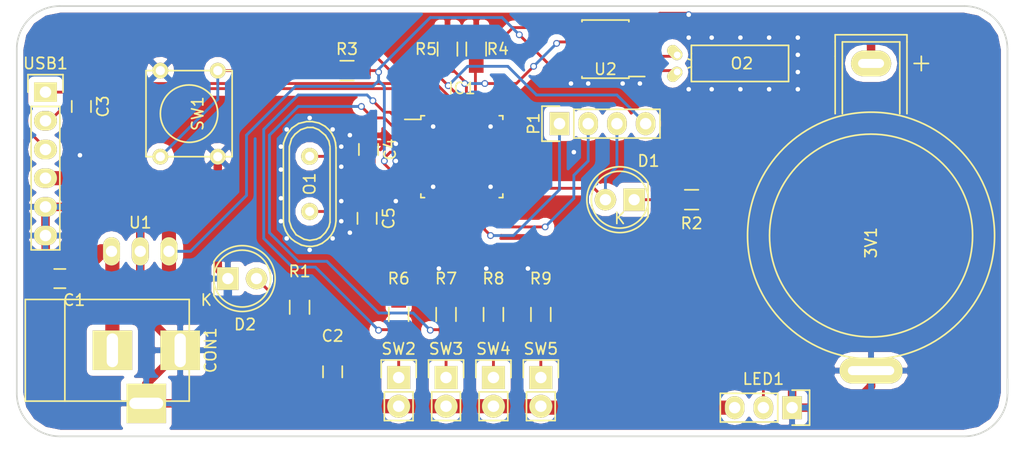
<source format=kicad_pcb>
(kicad_pcb (version 4) (host pcbnew 4.0.2-4+6225~38~ubuntu15.10.1-stable)

  (general
    (links 72)
    (no_connects 4)
    (area 102.888 70.305 193.888 110.83)
    (thickness 1.6)
    (drawings 13)
    (tracks 360)
    (zones 0)
    (modules 31)
    (nets 38)
  )

  (page A4)
  (layers
    (0 F.Cu signal)
    (31 B.Cu signal)
    (32 B.Adhes user)
    (33 F.Adhes user)
    (34 B.Paste user)
    (35 F.Paste user)
    (36 B.SilkS user)
    (37 F.SilkS user)
    (38 B.Mask user)
    (39 F.Mask user)
    (40 Dwgs.User user)
    (41 Cmts.User user)
    (42 Eco1.User user)
    (43 Eco2.User user)
    (44 Edge.Cuts user)
    (45 Margin user)
    (46 B.CrtYd user)
    (47 F.CrtYd user)
    (48 B.Fab user)
    (49 F.Fab user)
  )

  (setup
    (last_trace_width 0.25)
    (trace_clearance 0.2)
    (zone_clearance 0.508)
    (zone_45_only yes)
    (trace_min 0.2)
    (segment_width 0.2)
    (edge_width 0.15)
    (via_size 0.6)
    (via_drill 0.4)
    (via_min_size 0.4)
    (via_min_drill 0.3)
    (uvia_size 0.3)
    (uvia_drill 0.1)
    (uvias_allowed no)
    (uvia_min_size 0.2)
    (uvia_min_drill 0.1)
    (pcb_text_width 0.3)
    (pcb_text_size 1.5 1.5)
    (mod_edge_width 0.15)
    (mod_text_size 1 1)
    (mod_text_width 0.15)
    (pad_size 1.524 1.524)
    (pad_drill 0.762)
    (pad_to_mask_clearance 0.2)
    (aux_axis_origin 0 0)
    (visible_elements FFFEF77F)
    (pcbplotparams
      (layerselection 0x00030_80000001)
      (usegerberextensions false)
      (excludeedgelayer true)
      (linewidth 0.100000)
      (plotframeref false)
      (viasonmask false)
      (mode 1)
      (useauxorigin false)
      (hpglpennumber 1)
      (hpglpenspeed 20)
      (hpglpendiameter 15)
      (hpglpenoverlay 2)
      (psnegative false)
      (psa4output false)
      (plotreference true)
      (plotvalue true)
      (plotinvisibletext false)
      (padsonsilk false)
      (subtractmaskfromsilk false)
      (outputformat 1)
      (mirror false)
      (drillshape 1)
      (scaleselection 1)
      (outputdirectory ""))
  )

  (net 0 "")
  (net 1 GND)
  (net 2 "Net-(3V1-Pad1)")
  (net 3 "Net-(C1-Pad2)")
  (net 4 +5V)
  (net 5 "Net-(C3-Pad2)")
  (net 6 "Net-(C4-Pad2)")
  (net 7 "Net-(C5-Pad2)")
  (net 8 "Net-(D1-Pad1)")
  (net 9 "Net-(D1-Pad2)")
  (net 10 "Net-(D2-Pad2)")
  (net 11 "Net-(IC1-Pad1)")
  (net 12 "Net-(IC1-Pad2)")
  (net 13 "Net-(IC1-Pad9)")
  (net 14 "Net-(IC1-Pad10)")
  (net 15 "Net-(IC1-Pad11)")
  (net 16 "Net-(IC1-Pad12)")
  (net 17 "Net-(IC1-Pad13)")
  (net 18 "Net-(IC1-Pad14)")
  (net 19 "Net-(IC1-Pad15)")
  (net 20 "Net-(IC1-Pad16)")
  (net 21 "Net-(IC1-Pad18)")
  (net 22 "Net-(IC1-Pad19)")
  (net 23 "Net-(IC1-Pad20)")
  (net 24 "Net-(IC1-Pad22)")
  (net 25 "Net-(IC1-Pad23)")
  (net 26 "Net-(IC1-Pad24)")
  (net 27 "Net-(IC1-Pad25)")
  (net 28 "Net-(IC1-Pad26)")
  (net 29 "Net-(IC1-Pad27)")
  (net 30 "Net-(IC1-Pad28)")
  (net 31 "Net-(IC1-Pad29)")
  (net 32 "Net-(IC1-Pad30)")
  (net 33 "Net-(IC1-Pad31)")
  (net 34 "Net-(IC1-Pad32)")
  (net 35 "Net-(O2-Pad1)")
  (net 36 "Net-(O2-Pad2)")
  (net 37 "Net-(U2-Pad7)")

  (net_class Default "This is the default net class."
    (clearance 0.2)
    (trace_width 0.25)
    (via_dia 0.6)
    (via_drill 0.4)
    (uvia_dia 0.3)
    (uvia_drill 0.1)
    (add_net +5V)
    (add_net "Net-(C3-Pad2)")
    (add_net "Net-(C4-Pad2)")
    (add_net "Net-(C5-Pad2)")
    (add_net "Net-(D1-Pad1)")
    (add_net "Net-(D1-Pad2)")
    (add_net "Net-(D2-Pad2)")
    (add_net "Net-(IC1-Pad1)")
    (add_net "Net-(IC1-Pad10)")
    (add_net "Net-(IC1-Pad11)")
    (add_net "Net-(IC1-Pad12)")
    (add_net "Net-(IC1-Pad13)")
    (add_net "Net-(IC1-Pad14)")
    (add_net "Net-(IC1-Pad15)")
    (add_net "Net-(IC1-Pad16)")
    (add_net "Net-(IC1-Pad18)")
    (add_net "Net-(IC1-Pad19)")
    (add_net "Net-(IC1-Pad2)")
    (add_net "Net-(IC1-Pad20)")
    (add_net "Net-(IC1-Pad22)")
    (add_net "Net-(IC1-Pad23)")
    (add_net "Net-(IC1-Pad24)")
    (add_net "Net-(IC1-Pad25)")
    (add_net "Net-(IC1-Pad26)")
    (add_net "Net-(IC1-Pad27)")
    (add_net "Net-(IC1-Pad28)")
    (add_net "Net-(IC1-Pad29)")
    (add_net "Net-(IC1-Pad30)")
    (add_net "Net-(IC1-Pad31)")
    (add_net "Net-(IC1-Pad32)")
    (add_net "Net-(IC1-Pad9)")
    (add_net "Net-(O2-Pad1)")
    (add_net "Net-(O2-Pad2)")
    (add_net "Net-(U2-Pad7)")
  )

  (net_class 5V ""
    (clearance 0.2)
    (trace_width 1.25)
    (via_dia 0.6)
    (via_drill 0.4)
    (uvia_dia 0.3)
    (uvia_drill 0.1)
    (add_net "Net-(C1-Pad2)")
  )

  (net_class GND ""
    (clearance 0.2)
    (trace_width 0.5)
    (via_dia 0.6)
    (via_drill 0.4)
    (uvia_dia 0.3)
    (uvia_drill 0.1)
    (add_net GND)
  )

  (net_class Power ""
    (clearance 0.2)
    (trace_width 0.75)
    (via_dia 0.6)
    (via_drill 0.4)
    (uvia_dia 0.3)
    (uvia_drill 0.1)
    (add_net "Net-(3V1-Pad1)")
  )

  (module KiCAD_Lib:CR2032H-2 (layer F.Cu) (tedit 574E1443) (tstamp 5749CBA5)
    (at 180.213 76.2 90)
    (path /57429A2E)
    (fp_text reference 3V1 (at -15.875 0 90) (layer F.SilkS)
      (effects (font (size 1 1) (thickness 0.15)))
    )
    (fp_text value Battery (at -15.24 12.7 90) (layer F.Fab)
      (effects (font (size 1 1) (thickness 0.15)))
    )
    (fp_line (start 0 3.81) (end 0 5.08) (layer F.SilkS) (width 0.15))
    (fp_line (start -0.635 4.445) (end 0.635 4.445) (layer F.SilkS) (width 0.15))
    (fp_line (start -4.445 -2.54) (end 1.905 -2.54) (layer F.SilkS) (width 0.15))
    (fp_line (start 1.905 -2.54) (end 1.905 2.54) (layer F.SilkS) (width 0.15))
    (fp_line (start 1.905 2.54) (end -4.445 2.54) (layer F.SilkS) (width 0.15))
    (fp_line (start 1.905 -3.175) (end 2.54 -3.175) (layer F.SilkS) (width 0.15))
    (fp_line (start 2.54 -3.175) (end 2.54 3.175) (layer F.SilkS) (width 0.15))
    (fp_line (start 2.54 3.175) (end 1.905 3.175) (layer F.SilkS) (width 0.15))
    (fp_line (start 0.635 -3.175) (end 1.905 -3.175) (layer F.SilkS) (width 0.15))
    (fp_line (start 1.905 3.175) (end -4.445 3.175) (layer F.SilkS) (width 0.15))
    (fp_line (start -4.445 -3.175) (end 0.635 -3.175) (layer F.SilkS) (width 0.15))
    (fp_circle (center -15.24 0) (end -16.51 -8.89) (layer F.SilkS) (width 0.15))
    (fp_circle (center -15.24 0) (end -8.89 8.89) (layer F.SilkS) (width 0.15))
    (pad 2 thru_hole oval (at -27.2 0 90) (size 2.286 5.586) (drill oval 0.8 4.1) (layers *.Cu *.Mask F.SilkS)
      (net 1 GND))
    (pad 1 thru_hole oval (at 0 0 90) (size 2.286 3.556) (drill oval 0.8 2.3) (layers *.Cu *.Mask F.SilkS)
      (net 2 "Net-(3V1-Pad1)"))
  )

  (module Capacitors_SMD:C_0805_HandSoldering (layer F.Cu) (tedit 574E1521) (tstamp 5749CBAB)
    (at 108.458 95.25)
    (descr "Capacitor SMD 0805, hand soldering")
    (tags "capacitor 0805")
    (path /5746CD09)
    (attr smd)
    (fp_text reference C1 (at 1.27 1.905) (layer F.SilkS)
      (effects (font (size 1 1) (thickness 0.15)))
    )
    (fp_text value "10 microF" (at 0 2.1) (layer F.Fab)
      (effects (font (size 1 1) (thickness 0.15)))
    )
    (fp_line (start -2.3 -1) (end 2.3 -1) (layer F.CrtYd) (width 0.05))
    (fp_line (start -2.3 1) (end 2.3 1) (layer F.CrtYd) (width 0.05))
    (fp_line (start -2.3 -1) (end -2.3 1) (layer F.CrtYd) (width 0.05))
    (fp_line (start 2.3 -1) (end 2.3 1) (layer F.CrtYd) (width 0.05))
    (fp_line (start 0.5 -0.85) (end -0.5 -0.85) (layer F.SilkS) (width 0.15))
    (fp_line (start -0.5 0.85) (end 0.5 0.85) (layer F.SilkS) (width 0.15))
    (pad 1 smd rect (at -1.25 0) (size 1.5 1.25) (layers F.Cu F.Paste F.Mask)
      (net 1 GND))
    (pad 2 smd rect (at 1.25 0) (size 1.5 1.25) (layers F.Cu F.Paste F.Mask)
      (net 3 "Net-(C1-Pad2)"))
    (model Capacitors_SMD.3dshapes/C_0805_HandSoldering.wrl
      (at (xyz 0 0 0))
      (scale (xyz 1 1 1))
      (rotate (xyz 0 0 0))
    )
  )

  (module Capacitors_SMD:C_0805_HandSoldering (layer F.Cu) (tedit 574E151C) (tstamp 5749CBB1)
    (at 132.588 103.505 90)
    (descr "Capacitor SMD 0805, hand soldering")
    (tags "capacitor 0805")
    (path /5746CDE6)
    (attr smd)
    (fp_text reference C2 (at 3.175 0 180) (layer F.SilkS)
      (effects (font (size 1 1) (thickness 0.15)))
    )
    (fp_text value "10 microF" (at 0 2.1 90) (layer F.Fab)
      (effects (font (size 1 1) (thickness 0.15)))
    )
    (fp_line (start -2.3 -1) (end 2.3 -1) (layer F.CrtYd) (width 0.05))
    (fp_line (start -2.3 1) (end 2.3 1) (layer F.CrtYd) (width 0.05))
    (fp_line (start -2.3 -1) (end -2.3 1) (layer F.CrtYd) (width 0.05))
    (fp_line (start 2.3 -1) (end 2.3 1) (layer F.CrtYd) (width 0.05))
    (fp_line (start 0.5 -0.85) (end -0.5 -0.85) (layer F.SilkS) (width 0.15))
    (fp_line (start -0.5 0.85) (end 0.5 0.85) (layer F.SilkS) (width 0.15))
    (pad 1 smd rect (at -1.25 0 90) (size 1.5 1.25) (layers F.Cu F.Paste F.Mask)
      (net 1 GND))
    (pad 2 smd rect (at 1.25 0 90) (size 1.5 1.25) (layers F.Cu F.Paste F.Mask)
      (net 4 +5V))
    (model Capacitors_SMD.3dshapes/C_0805_HandSoldering.wrl
      (at (xyz 0 0 0))
      (scale (xyz 1 1 1))
      (rotate (xyz 0 0 0))
    )
  )

  (module Capacitors_SMD:C_0805_HandSoldering (layer F.Cu) (tedit 574E1439) (tstamp 5749CBB7)
    (at 110.363 80.01 90)
    (descr "Capacitor SMD 0805, hand soldering")
    (tags "capacitor 0805")
    (path /574681BC)
    (attr smd)
    (fp_text reference C3 (at 0 1.905 90) (layer F.SilkS)
      (effects (font (size 1 1) (thickness 0.15)))
    )
    (fp_text value C (at 3.175 0 90) (layer F.Fab)
      (effects (font (size 1 1) (thickness 0.15)))
    )
    (fp_line (start -2.3 -1) (end 2.3 -1) (layer F.CrtYd) (width 0.05))
    (fp_line (start -2.3 1) (end 2.3 1) (layer F.CrtYd) (width 0.05))
    (fp_line (start -2.3 -1) (end -2.3 1) (layer F.CrtYd) (width 0.05))
    (fp_line (start 2.3 -1) (end 2.3 1) (layer F.CrtYd) (width 0.05))
    (fp_line (start 0.5 -0.85) (end -0.5 -0.85) (layer F.SilkS) (width 0.15))
    (fp_line (start -0.5 0.85) (end 0.5 0.85) (layer F.SilkS) (width 0.15))
    (pad 1 smd rect (at -1.25 0 90) (size 1.5 1.25) (layers F.Cu F.Paste F.Mask)
      (net 1 GND))
    (pad 2 smd rect (at 1.25 0 90) (size 1.5 1.25) (layers F.Cu F.Paste F.Mask)
      (net 5 "Net-(C3-Pad2)"))
    (model Capacitors_SMD.3dshapes/C_0805_HandSoldering.wrl
      (at (xyz 0 0 0))
      (scale (xyz 1 1 1))
      (rotate (xyz 0 0 0))
    )
  )

  (module Capacitors_SMD:C_0805_HandSoldering (layer F.Cu) (tedit 574E1427) (tstamp 5749CBBD)
    (at 135.763 83.82 270)
    (descr "Capacitor SMD 0805, hand soldering")
    (tags "capacitor 0805")
    (path /5746C0B9)
    (attr smd)
    (fp_text reference C4 (at 0 -1.905 270) (layer F.SilkS)
      (effects (font (size 1 1) (thickness 0.15)))
    )
    (fp_text value "22 pF" (at 0 1.905 270) (layer F.Fab)
      (effects (font (size 1 1) (thickness 0.15)))
    )
    (fp_line (start -2.3 -1) (end 2.3 -1) (layer F.CrtYd) (width 0.05))
    (fp_line (start -2.3 1) (end 2.3 1) (layer F.CrtYd) (width 0.05))
    (fp_line (start -2.3 -1) (end -2.3 1) (layer F.CrtYd) (width 0.05))
    (fp_line (start 2.3 -1) (end 2.3 1) (layer F.CrtYd) (width 0.05))
    (fp_line (start 0.5 -0.85) (end -0.5 -0.85) (layer F.SilkS) (width 0.15))
    (fp_line (start -0.5 0.85) (end 0.5 0.85) (layer F.SilkS) (width 0.15))
    (pad 1 smd rect (at -1.25 0 270) (size 1.5 1.25) (layers F.Cu F.Paste F.Mask)
      (net 1 GND))
    (pad 2 smd rect (at 1.25 0 270) (size 1.5 1.25) (layers F.Cu F.Paste F.Mask)
      (net 6 "Net-(C4-Pad2)"))
    (model Capacitors_SMD.3dshapes/C_0805_HandSoldering.wrl
      (at (xyz 0 0 0))
      (scale (xyz 1 1 1))
      (rotate (xyz 0 0 0))
    )
  )

  (module Capacitors_SMD:C_0805_HandSoldering (layer F.Cu) (tedit 574E1422) (tstamp 5749CBC3)
    (at 135.636 89.916 90)
    (descr "Capacitor SMD 0805, hand soldering")
    (tags "capacitor 0805")
    (path /5746BF82)
    (attr smd)
    (fp_text reference C5 (at 0 1.905 90) (layer F.SilkS)
      (effects (font (size 1 1) (thickness 0.15)))
    )
    (fp_text value "22 pF" (at 0 -1.905 90) (layer F.Fab)
      (effects (font (size 1 1) (thickness 0.15)))
    )
    (fp_line (start -2.3 -1) (end 2.3 -1) (layer F.CrtYd) (width 0.05))
    (fp_line (start -2.3 1) (end 2.3 1) (layer F.CrtYd) (width 0.05))
    (fp_line (start -2.3 -1) (end -2.3 1) (layer F.CrtYd) (width 0.05))
    (fp_line (start 2.3 -1) (end 2.3 1) (layer F.CrtYd) (width 0.05))
    (fp_line (start 0.5 -0.85) (end -0.5 -0.85) (layer F.SilkS) (width 0.15))
    (fp_line (start -0.5 0.85) (end 0.5 0.85) (layer F.SilkS) (width 0.15))
    (pad 1 smd rect (at -1.25 0 90) (size 1.5 1.25) (layers F.Cu F.Paste F.Mask)
      (net 1 GND))
    (pad 2 smd rect (at 1.25 0 90) (size 1.5 1.25) (layers F.Cu F.Paste F.Mask)
      (net 7 "Net-(C5-Pad2)"))
    (model Capacitors_SMD.3dshapes/C_0805_HandSoldering.wrl
      (at (xyz 0 0 0))
      (scale (xyz 1 1 1))
      (rotate (xyz 0 0 0))
    )
  )

  (module Connect:BARREL_JACK (layer F.Cu) (tedit 574E152A) (tstamp 5749CBCF)
    (at 112.903 101.6)
    (descr "DC Barrel Jack")
    (tags "Power Jack")
    (path /5746B963)
    (fp_text reference CON1 (at 8.89 0 90) (layer F.SilkS)
      (effects (font (size 1 1) (thickness 0.15)))
    )
    (fp_text value BARREL_JACK (at 0 -5.99948) (layer F.Fab)
      (effects (font (size 1 1) (thickness 0.15)))
    )
    (fp_line (start -4.0005 -4.50088) (end -4.0005 4.50088) (layer F.SilkS) (width 0.15))
    (fp_line (start -7.50062 -4.50088) (end -7.50062 4.50088) (layer F.SilkS) (width 0.15))
    (fp_line (start -7.50062 4.50088) (end 7.00024 4.50088) (layer F.SilkS) (width 0.15))
    (fp_line (start 7.00024 4.50088) (end 7.00024 -4.50088) (layer F.SilkS) (width 0.15))
    (fp_line (start 7.00024 -4.50088) (end -7.50062 -4.50088) (layer F.SilkS) (width 0.15))
    (pad 1 thru_hole rect (at 6.20014 0) (size 3.50012 3.50012) (drill oval 1.00076 2.99974) (layers *.Cu *.Mask F.SilkS)
      (net 1 GND))
    (pad 2 thru_hole rect (at 0.20066 0) (size 3.50012 3.50012) (drill oval 1.00076 2.99974) (layers *.Cu *.Mask F.SilkS)
      (net 3 "Net-(C1-Pad2)"))
    (pad 3 thru_hole rect (at 3.2004 4.699) (size 3.50012 3.50012) (drill oval 2.99974 1.00076) (layers *.Cu *.Mask F.SilkS)
      (net 1 GND))
  )

  (module LEDs:LED-5MM (layer F.Cu) (tedit 574E3DBD) (tstamp 5749CBD5)
    (at 159.258 88.265 180)
    (descr "LED 5mm round vertical")
    (tags "LED 5mm round vertical")
    (path /5746AE5D)
    (fp_text reference D1 (at -1.27 3.429 180) (layer F.SilkS)
      (effects (font (size 1 1) (thickness 0.15)))
    )
    (fp_text value LED (at 1.524 -3.937 180) (layer F.Fab)
      (effects (font (size 1 1) (thickness 0.15)))
    )
    (fp_line (start -1.5 -1.55) (end -1.5 1.55) (layer F.CrtYd) (width 0.05))
    (fp_arc (start 1.3 0) (end -1.5 1.55) (angle -302) (layer F.CrtYd) (width 0.05))
    (fp_arc (start 1.27 0) (end -1.23 -1.5) (angle 297.5) (layer F.SilkS) (width 0.15))
    (fp_line (start -1.23 1.5) (end -1.23 -1.5) (layer F.SilkS) (width 0.15))
    (fp_circle (center 1.27 0) (end 0.97 -2.5) (layer F.SilkS) (width 0.15))
    (fp_text user K (at 1.27 -1.651 180) (layer F.SilkS)
      (effects (font (size 1 1) (thickness 0.15)))
    )
    (pad 1 thru_hole rect (at 0 0 270) (size 2 1.9) (drill 1.00076) (layers *.Cu *.Mask F.SilkS)
      (net 8 "Net-(D1-Pad1)"))
    (pad 2 thru_hole circle (at 2.54 0 180) (size 1.9 1.9) (drill 1.00076) (layers *.Cu *.Mask F.SilkS)
      (net 9 "Net-(D1-Pad2)"))
    (model LEDs.3dshapes/LED-5MM.wrl
      (at (xyz 0.05 0 0))
      (scale (xyz 1 1 1))
      (rotate (xyz 0 0 90))
    )
  )

  (module LEDs:LED-5MM (layer F.Cu) (tedit 5570F7EA) (tstamp 5749CBDB)
    (at 123.317 95.25)
    (descr "LED 5mm round vertical")
    (tags "LED 5mm round vertical")
    (path /5746DB98)
    (fp_text reference D2 (at 1.524 4.064) (layer F.SilkS)
      (effects (font (size 1 1) (thickness 0.15)))
    )
    (fp_text value LED (at 1.524 -3.937) (layer F.Fab)
      (effects (font (size 1 1) (thickness 0.15)))
    )
    (fp_line (start -1.5 -1.55) (end -1.5 1.55) (layer F.CrtYd) (width 0.05))
    (fp_arc (start 1.3 0) (end -1.5 1.55) (angle -302) (layer F.CrtYd) (width 0.05))
    (fp_arc (start 1.27 0) (end -1.23 -1.5) (angle 297.5) (layer F.SilkS) (width 0.15))
    (fp_line (start -1.23 1.5) (end -1.23 -1.5) (layer F.SilkS) (width 0.15))
    (fp_circle (center 1.27 0) (end 0.97 -2.5) (layer F.SilkS) (width 0.15))
    (fp_text user K (at -1.905 1.905) (layer F.SilkS)
      (effects (font (size 1 1) (thickness 0.15)))
    )
    (pad 1 thru_hole rect (at 0 0 90) (size 2 1.9) (drill 1.00076) (layers *.Cu *.Mask F.SilkS)
      (net 1 GND))
    (pad 2 thru_hole circle (at 2.54 0) (size 1.9 1.9) (drill 1.00076) (layers *.Cu *.Mask F.SilkS)
      (net 10 "Net-(D2-Pad2)"))
    (model LEDs.3dshapes/LED-5MM.wrl
      (at (xyz 0.05 0 0))
      (scale (xyz 1 1 1))
      (rotate (xyz 0 0 90))
    )
  )

  (module Housings_QFP:TQFP-32_7x7mm_Pitch0.8mm (layer F.Cu) (tedit 54130A77) (tstamp 5749CBFF)
    (at 144.018 84.455)
    (descr "32-Lead Plastic Thin Quad Flatpack (PT) - 7x7x1.0 mm Body, 2.00 mm [TQFP] (see Microchip Packaging Specification 00000049BS.pdf)")
    (tags "QFP 0.8")
    (path /574281D8)
    (attr smd)
    (fp_text reference IC1 (at 0 -6.05) (layer F.SilkS)
      (effects (font (size 1 1) (thickness 0.15)))
    )
    (fp_text value ATMEGA328P-A (at 0 6.05) (layer F.Fab)
      (effects (font (size 1 1) (thickness 0.15)))
    )
    (fp_line (start -5.3 -5.3) (end -5.3 5.3) (layer F.CrtYd) (width 0.05))
    (fp_line (start 5.3 -5.3) (end 5.3 5.3) (layer F.CrtYd) (width 0.05))
    (fp_line (start -5.3 -5.3) (end 5.3 -5.3) (layer F.CrtYd) (width 0.05))
    (fp_line (start -5.3 5.3) (end 5.3 5.3) (layer F.CrtYd) (width 0.05))
    (fp_line (start -3.625 -3.625) (end -3.625 -3.3) (layer F.SilkS) (width 0.15))
    (fp_line (start 3.625 -3.625) (end 3.625 -3.3) (layer F.SilkS) (width 0.15))
    (fp_line (start 3.625 3.625) (end 3.625 3.3) (layer F.SilkS) (width 0.15))
    (fp_line (start -3.625 3.625) (end -3.625 3.3) (layer F.SilkS) (width 0.15))
    (fp_line (start -3.625 -3.625) (end -3.3 -3.625) (layer F.SilkS) (width 0.15))
    (fp_line (start -3.625 3.625) (end -3.3 3.625) (layer F.SilkS) (width 0.15))
    (fp_line (start 3.625 3.625) (end 3.3 3.625) (layer F.SilkS) (width 0.15))
    (fp_line (start 3.625 -3.625) (end 3.3 -3.625) (layer F.SilkS) (width 0.15))
    (fp_line (start -3.625 -3.3) (end -5.05 -3.3) (layer F.SilkS) (width 0.15))
    (pad 1 smd rect (at -4.25 -2.8) (size 1.6 0.55) (layers F.Cu F.Paste F.Mask)
      (net 11 "Net-(IC1-Pad1)"))
    (pad 2 smd rect (at -4.25 -2) (size 1.6 0.55) (layers F.Cu F.Paste F.Mask)
      (net 12 "Net-(IC1-Pad2)"))
    (pad 3 smd rect (at -4.25 -1.2) (size 1.6 0.55) (layers F.Cu F.Paste F.Mask)
      (net 1 GND))
    (pad 4 smd rect (at -4.25 -0.4) (size 1.6 0.55) (layers F.Cu F.Paste F.Mask)
      (net 4 +5V))
    (pad 5 smd rect (at -4.25 0.4) (size 1.6 0.55) (layers F.Cu F.Paste F.Mask)
      (net 1 GND))
    (pad 6 smd rect (at -4.25 1.2) (size 1.6 0.55) (layers F.Cu F.Paste F.Mask)
      (net 4 +5V))
    (pad 7 smd rect (at -4.25 2) (size 1.6 0.55) (layers F.Cu F.Paste F.Mask)
      (net 6 "Net-(C4-Pad2)"))
    (pad 8 smd rect (at -4.25 2.8) (size 1.6 0.55) (layers F.Cu F.Paste F.Mask)
      (net 7 "Net-(C5-Pad2)"))
    (pad 9 smd rect (at -2.8 4.25 90) (size 1.6 0.55) (layers F.Cu F.Paste F.Mask)
      (net 13 "Net-(IC1-Pad9)"))
    (pad 10 smd rect (at -2 4.25 90) (size 1.6 0.55) (layers F.Cu F.Paste F.Mask)
      (net 14 "Net-(IC1-Pad10)"))
    (pad 11 smd rect (at -1.2 4.25 90) (size 1.6 0.55) (layers F.Cu F.Paste F.Mask)
      (net 15 "Net-(IC1-Pad11)"))
    (pad 12 smd rect (at -0.4 4.25 90) (size 1.6 0.55) (layers F.Cu F.Paste F.Mask)
      (net 16 "Net-(IC1-Pad12)"))
    (pad 13 smd rect (at 0.4 4.25 90) (size 1.6 0.55) (layers F.Cu F.Paste F.Mask)
      (net 17 "Net-(IC1-Pad13)"))
    (pad 14 smd rect (at 1.2 4.25 90) (size 1.6 0.55) (layers F.Cu F.Paste F.Mask)
      (net 18 "Net-(IC1-Pad14)"))
    (pad 15 smd rect (at 2 4.25 90) (size 1.6 0.55) (layers F.Cu F.Paste F.Mask)
      (net 19 "Net-(IC1-Pad15)"))
    (pad 16 smd rect (at 2.8 4.25 90) (size 1.6 0.55) (layers F.Cu F.Paste F.Mask)
      (net 20 "Net-(IC1-Pad16)"))
    (pad 17 smd rect (at 4.25 2.8) (size 1.6 0.55) (layers F.Cu F.Paste F.Mask)
      (net 9 "Net-(D1-Pad2)"))
    (pad 18 smd rect (at 4.25 2) (size 1.6 0.55) (layers F.Cu F.Paste F.Mask)
      (net 21 "Net-(IC1-Pad18)"))
    (pad 19 smd rect (at 4.25 1.2) (size 1.6 0.55) (layers F.Cu F.Paste F.Mask)
      (net 22 "Net-(IC1-Pad19)"))
    (pad 20 smd rect (at 4.25 0.4) (size 1.6 0.55) (layers F.Cu F.Paste F.Mask)
      (net 23 "Net-(IC1-Pad20)"))
    (pad 21 smd rect (at 4.25 -0.4) (size 1.6 0.55) (layers F.Cu F.Paste F.Mask)
      (net 1 GND))
    (pad 22 smd rect (at 4.25 -1.2) (size 1.6 0.55) (layers F.Cu F.Paste F.Mask)
      (net 24 "Net-(IC1-Pad22)"))
    (pad 23 smd rect (at 4.25 -2) (size 1.6 0.55) (layers F.Cu F.Paste F.Mask)
      (net 25 "Net-(IC1-Pad23)"))
    (pad 24 smd rect (at 4.25 -2.8) (size 1.6 0.55) (layers F.Cu F.Paste F.Mask)
      (net 26 "Net-(IC1-Pad24)"))
    (pad 25 smd rect (at 2.8 -4.25 90) (size 1.6 0.55) (layers F.Cu F.Paste F.Mask)
      (net 27 "Net-(IC1-Pad25)"))
    (pad 26 smd rect (at 2 -4.25 90) (size 1.6 0.55) (layers F.Cu F.Paste F.Mask)
      (net 28 "Net-(IC1-Pad26)"))
    (pad 27 smd rect (at 1.2 -4.25 90) (size 1.6 0.55) (layers F.Cu F.Paste F.Mask)
      (net 29 "Net-(IC1-Pad27)"))
    (pad 28 smd rect (at 0.4 -4.25 90) (size 1.6 0.55) (layers F.Cu F.Paste F.Mask)
      (net 30 "Net-(IC1-Pad28)"))
    (pad 29 smd rect (at -0.4 -4.25 90) (size 1.6 0.55) (layers F.Cu F.Paste F.Mask)
      (net 31 "Net-(IC1-Pad29)"))
    (pad 30 smd rect (at -1.2 -4.25 90) (size 1.6 0.55) (layers F.Cu F.Paste F.Mask)
      (net 32 "Net-(IC1-Pad30)"))
    (pad 31 smd rect (at -2 -4.25 90) (size 1.6 0.55) (layers F.Cu F.Paste F.Mask)
      (net 33 "Net-(IC1-Pad31)"))
    (pad 32 smd rect (at -2.8 -4.25 90) (size 1.6 0.55) (layers F.Cu F.Paste F.Mask)
      (net 34 "Net-(IC1-Pad32)"))
    (model Housings_QFP.3dshapes/TQFP-32_7x7mm_Pitch0.8mm.wrl
      (at (xyz 0 0 0))
      (scale (xyz 1 1 1))
      (rotate (xyz 0 0 0))
    )
  )

  (module Socket_Strips:Socket_Strip_Straight_1x03 (layer F.Cu) (tedit 574E13F6) (tstamp 5749CC06)
    (at 173.228 106.68 180)
    (descr "Through hole socket strip")
    (tags "socket strip")
    (path /57429CB8)
    (fp_text reference LED1 (at 2.54 2.54 180) (layer F.SilkS)
      (effects (font (size 1 1) (thickness 0.15)))
    )
    (fp_text value CONN_01X03 (at 2.54 -3.175 180) (layer F.Fab)
      (effects (font (size 1 1) (thickness 0.15)))
    )
    (fp_line (start 0 -1.55) (end -1.55 -1.55) (layer F.SilkS) (width 0.15))
    (fp_line (start -1.55 -1.55) (end -1.55 1.55) (layer F.SilkS) (width 0.15))
    (fp_line (start -1.55 1.55) (end 0 1.55) (layer F.SilkS) (width 0.15))
    (fp_line (start -1.75 -1.75) (end -1.75 1.75) (layer F.CrtYd) (width 0.05))
    (fp_line (start 6.85 -1.75) (end 6.85 1.75) (layer F.CrtYd) (width 0.05))
    (fp_line (start -1.75 -1.75) (end 6.85 -1.75) (layer F.CrtYd) (width 0.05))
    (fp_line (start -1.75 1.75) (end 6.85 1.75) (layer F.CrtYd) (width 0.05))
    (fp_line (start 1.27 -1.27) (end 6.35 -1.27) (layer F.SilkS) (width 0.15))
    (fp_line (start 6.35 -1.27) (end 6.35 1.27) (layer F.SilkS) (width 0.15))
    (fp_line (start 6.35 1.27) (end 1.27 1.27) (layer F.SilkS) (width 0.15))
    (fp_line (start 1.27 1.27) (end 1.27 -1.27) (layer F.SilkS) (width 0.15))
    (pad 1 thru_hole rect (at 0 0 180) (size 1.7272 2.032) (drill 1.016) (layers *.Cu *.Mask F.SilkS)
      (net 1 GND))
    (pad 2 thru_hole oval (at 2.54 0 180) (size 1.7272 2.032) (drill 1.016) (layers *.Cu *.Mask F.SilkS)
      (net 16 "Net-(IC1-Pad12)"))
    (pad 3 thru_hole oval (at 5.08 0 180) (size 1.7272 2.032) (drill 1.016) (layers *.Cu *.Mask F.SilkS)
      (net 4 +5V))
    (model Socket_Strips.3dshapes/Socket_Strip_Straight_1x03.wrl
      (at (xyz 0.1 0 0))
      (scale (xyz 1 1 1))
      (rotate (xyz 0 0 180))
    )
  )

  (module Crystals:Crystal_HC49-U_Vertical (layer F.Cu) (tedit 574E142F) (tstamp 5749CC0C)
    (at 130.556 86.868 270)
    (descr "Crystal Quarz HC49/U vertical stehend")
    (tags "Crystal Quarz HC49/U vertical stehend")
    (path /574285F7)
    (fp_text reference O1 (at 0 0 270) (layer F.SilkS)
      (effects (font (size 1 1) (thickness 0.15)))
    )
    (fp_text value "16 Mhz" (at 0 3.175 270) (layer F.Fab)
      (effects (font (size 1 1) (thickness 0.15)))
    )
    (fp_line (start 4.699 -1.00076) (end 4.89966 -0.59944) (layer F.SilkS) (width 0.15))
    (fp_line (start 4.89966 -0.59944) (end 5.00126 0) (layer F.SilkS) (width 0.15))
    (fp_line (start 5.00126 0) (end 4.89966 0.50038) (layer F.SilkS) (width 0.15))
    (fp_line (start 4.89966 0.50038) (end 4.50088 1.19888) (layer F.SilkS) (width 0.15))
    (fp_line (start 4.50088 1.19888) (end 3.8989 1.6002) (layer F.SilkS) (width 0.15))
    (fp_line (start 3.8989 1.6002) (end 3.29946 1.80086) (layer F.SilkS) (width 0.15))
    (fp_line (start 3.29946 1.80086) (end -3.29946 1.80086) (layer F.SilkS) (width 0.15))
    (fp_line (start -3.29946 1.80086) (end -4.0005 1.6002) (layer F.SilkS) (width 0.15))
    (fp_line (start -4.0005 1.6002) (end -4.39928 1.30048) (layer F.SilkS) (width 0.15))
    (fp_line (start -4.39928 1.30048) (end -4.8006 0.8001) (layer F.SilkS) (width 0.15))
    (fp_line (start -4.8006 0.8001) (end -5.00126 0.20066) (layer F.SilkS) (width 0.15))
    (fp_line (start -5.00126 0.20066) (end -5.00126 -0.29972) (layer F.SilkS) (width 0.15))
    (fp_line (start -5.00126 -0.29972) (end -4.8006 -0.8001) (layer F.SilkS) (width 0.15))
    (fp_line (start -4.8006 -0.8001) (end -4.30022 -1.39954) (layer F.SilkS) (width 0.15))
    (fp_line (start -4.30022 -1.39954) (end -3.79984 -1.69926) (layer F.SilkS) (width 0.15))
    (fp_line (start -3.79984 -1.69926) (end -3.29946 -1.80086) (layer F.SilkS) (width 0.15))
    (fp_line (start -3.2004 -1.80086) (end 3.40106 -1.80086) (layer F.SilkS) (width 0.15))
    (fp_line (start 3.40106 -1.80086) (end 3.79984 -1.69926) (layer F.SilkS) (width 0.15))
    (fp_line (start 3.79984 -1.69926) (end 4.30022 -1.39954) (layer F.SilkS) (width 0.15))
    (fp_line (start 4.30022 -1.39954) (end 4.8006 -0.89916) (layer F.SilkS) (width 0.15))
    (fp_line (start -3.19024 -2.32918) (end -3.64998 -2.28092) (layer F.SilkS) (width 0.15))
    (fp_line (start -3.64998 -2.28092) (end -4.04876 -2.16916) (layer F.SilkS) (width 0.15))
    (fp_line (start -4.04876 -2.16916) (end -4.48056 -1.95072) (layer F.SilkS) (width 0.15))
    (fp_line (start -4.48056 -1.95072) (end -4.77012 -1.71958) (layer F.SilkS) (width 0.15))
    (fp_line (start -4.77012 -1.71958) (end -5.10032 -1.36906) (layer F.SilkS) (width 0.15))
    (fp_line (start -5.10032 -1.36906) (end -5.38988 -0.83058) (layer F.SilkS) (width 0.15))
    (fp_line (start -5.38988 -0.83058) (end -5.51942 -0.23114) (layer F.SilkS) (width 0.15))
    (fp_line (start -5.51942 -0.23114) (end -5.51942 0.2794) (layer F.SilkS) (width 0.15))
    (fp_line (start -5.51942 0.2794) (end -5.34924 0.98044) (layer F.SilkS) (width 0.15))
    (fp_line (start -5.34924 0.98044) (end -4.95046 1.56972) (layer F.SilkS) (width 0.15))
    (fp_line (start -4.95046 1.56972) (end -4.49072 1.94056) (layer F.SilkS) (width 0.15))
    (fp_line (start -4.49072 1.94056) (end -4.06908 2.14884) (layer F.SilkS) (width 0.15))
    (fp_line (start -4.06908 2.14884) (end -3.6195 2.30886) (layer F.SilkS) (width 0.15))
    (fp_line (start -3.6195 2.30886) (end -3.18008 2.33934) (layer F.SilkS) (width 0.15))
    (fp_line (start 4.16052 2.1209) (end 4.53898 1.89992) (layer F.SilkS) (width 0.15))
    (fp_line (start 4.53898 1.89992) (end 4.85902 1.62052) (layer F.SilkS) (width 0.15))
    (fp_line (start 4.85902 1.62052) (end 5.11048 1.29032) (layer F.SilkS) (width 0.15))
    (fp_line (start 5.11048 1.29032) (end 5.4102 0.73914) (layer F.SilkS) (width 0.15))
    (fp_line (start 5.4102 0.73914) (end 5.51942 0.26924) (layer F.SilkS) (width 0.15))
    (fp_line (start 5.51942 0.26924) (end 5.53974 -0.1905) (layer F.SilkS) (width 0.15))
    (fp_line (start 5.53974 -0.1905) (end 5.45084 -0.65024) (layer F.SilkS) (width 0.15))
    (fp_line (start 5.45084 -0.65024) (end 5.26034 -1.09982) (layer F.SilkS) (width 0.15))
    (fp_line (start 5.26034 -1.09982) (end 4.89966 -1.56972) (layer F.SilkS) (width 0.15))
    (fp_line (start 4.89966 -1.56972) (end 4.54914 -1.88976) (layer F.SilkS) (width 0.15))
    (fp_line (start 4.54914 -1.88976) (end 4.16052 -2.1209) (layer F.SilkS) (width 0.15))
    (fp_line (start 4.16052 -2.1209) (end 3.73126 -2.2606) (layer F.SilkS) (width 0.15))
    (fp_line (start 3.73126 -2.2606) (end 3.2893 -2.32918) (layer F.SilkS) (width 0.15))
    (fp_line (start -3.2004 2.32918) (end 3.2512 2.32918) (layer F.SilkS) (width 0.15))
    (fp_line (start 3.2512 2.32918) (end 3.6703 2.29108) (layer F.SilkS) (width 0.15))
    (fp_line (start 3.6703 2.29108) (end 4.16052 2.1209) (layer F.SilkS) (width 0.15))
    (fp_line (start -3.2004 -2.32918) (end 3.2512 -2.32918) (layer F.SilkS) (width 0.15))
    (pad 1 thru_hole circle (at -2.44094 0 270) (size 1.50114 1.50114) (drill 0.8001) (layers *.Cu *.Mask F.SilkS)
      (net 6 "Net-(C4-Pad2)"))
    (pad 2 thru_hole circle (at 2.44094 0 270) (size 1.50114 1.50114) (drill 0.8001) (layers *.Cu *.Mask F.SilkS)
      (net 7 "Net-(C5-Pad2)"))
  )

  (module Resistors_SMD:R_0805_HandSoldering (layer F.Cu) (tedit 574E1525) (tstamp 5749CC18)
    (at 129.667 97.79 90)
    (descr "Resistor SMD 0805, hand soldering")
    (tags "resistor 0805")
    (path /5746D346)
    (attr smd)
    (fp_text reference R1 (at 3.175 0 180) (layer F.SilkS)
      (effects (font (size 1 1) (thickness 0.15)))
    )
    (fp_text value 220 (at 0 2.1 90) (layer F.Fab)
      (effects (font (size 1 1) (thickness 0.15)))
    )
    (fp_line (start -2.4 -1) (end 2.4 -1) (layer F.CrtYd) (width 0.05))
    (fp_line (start -2.4 1) (end 2.4 1) (layer F.CrtYd) (width 0.05))
    (fp_line (start -2.4 -1) (end -2.4 1) (layer F.CrtYd) (width 0.05))
    (fp_line (start 2.4 -1) (end 2.4 1) (layer F.CrtYd) (width 0.05))
    (fp_line (start 0.6 0.875) (end -0.6 0.875) (layer F.SilkS) (width 0.15))
    (fp_line (start -0.6 -0.875) (end 0.6 -0.875) (layer F.SilkS) (width 0.15))
    (pad 1 smd rect (at -1.35 0 90) (size 1.5 1.3) (layers F.Cu F.Paste F.Mask)
      (net 4 +5V))
    (pad 2 smd rect (at 1.35 0 90) (size 1.5 1.3) (layers F.Cu F.Paste F.Mask)
      (net 10 "Net-(D2-Pad2)"))
    (model Resistors_SMD.3dshapes/R_0805_HandSoldering.wrl
      (at (xyz 0 0 0))
      (scale (xyz 1 1 1))
      (rotate (xyz 0 0 0))
    )
  )

  (module Resistors_SMD:R_0805_HandSoldering (layer F.Cu) (tedit 54189DEE) (tstamp 5749CC1E)
    (at 164.338 88.265 180)
    (descr "Resistor SMD 0805, hand soldering")
    (tags "resistor 0805")
    (path /5746B054)
    (attr smd)
    (fp_text reference R2 (at 0 -2.1 180) (layer F.SilkS)
      (effects (font (size 1 1) (thickness 0.15)))
    )
    (fp_text value 220 (at 0 2.1 180) (layer F.Fab)
      (effects (font (size 1 1) (thickness 0.15)))
    )
    (fp_line (start -2.4 -1) (end 2.4 -1) (layer F.CrtYd) (width 0.05))
    (fp_line (start -2.4 1) (end 2.4 1) (layer F.CrtYd) (width 0.05))
    (fp_line (start -2.4 -1) (end -2.4 1) (layer F.CrtYd) (width 0.05))
    (fp_line (start 2.4 -1) (end 2.4 1) (layer F.CrtYd) (width 0.05))
    (fp_line (start 0.6 0.875) (end -0.6 0.875) (layer F.SilkS) (width 0.15))
    (fp_line (start -0.6 -0.875) (end 0.6 -0.875) (layer F.SilkS) (width 0.15))
    (pad 1 smd rect (at -1.35 0 180) (size 1.5 1.3) (layers F.Cu F.Paste F.Mask)
      (net 1 GND))
    (pad 2 smd rect (at 1.35 0 180) (size 1.5 1.3) (layers F.Cu F.Paste F.Mask)
      (net 8 "Net-(D1-Pad1)"))
    (model Resistors_SMD.3dshapes/R_0805_HandSoldering.wrl
      (at (xyz 0 0 0))
      (scale (xyz 1 1 1))
      (rotate (xyz 0 0 0))
    )
  )

  (module Resistors_SMD:R_0805_HandSoldering (layer F.Cu) (tedit 574E142C) (tstamp 5749CC24)
    (at 133.858 76.835)
    (descr "Resistor SMD 0805, hand soldering")
    (tags "resistor 0805")
    (path /57429F8B)
    (attr smd)
    (fp_text reference R3 (at 0 -1.905) (layer F.SilkS)
      (effects (font (size 1 1) (thickness 0.15)))
    )
    (fp_text value 10k (at 0 1.905) (layer F.Fab)
      (effects (font (size 1 1) (thickness 0.15)))
    )
    (fp_line (start -2.4 -1) (end 2.4 -1) (layer F.CrtYd) (width 0.05))
    (fp_line (start -2.4 1) (end 2.4 1) (layer F.CrtYd) (width 0.05))
    (fp_line (start -2.4 -1) (end -2.4 1) (layer F.CrtYd) (width 0.05))
    (fp_line (start 2.4 -1) (end 2.4 1) (layer F.CrtYd) (width 0.05))
    (fp_line (start 0.6 0.875) (end -0.6 0.875) (layer F.SilkS) (width 0.15))
    (fp_line (start -0.6 -0.875) (end 0.6 -0.875) (layer F.SilkS) (width 0.15))
    (pad 1 smd rect (at -1.35 0) (size 1.5 1.3) (layers F.Cu F.Paste F.Mask)
      (net 31 "Net-(IC1-Pad29)"))
    (pad 2 smd rect (at 1.35 0) (size 1.5 1.3) (layers F.Cu F.Paste F.Mask)
      (net 4 +5V))
    (model Resistors_SMD.3dshapes/R_0805_HandSoldering.wrl
      (at (xyz 0 0 0))
      (scale (xyz 1 1 1))
      (rotate (xyz 0 0 0))
    )
  )

  (module Resistors_SMD:R_0805_HandSoldering (layer F.Cu) (tedit 574E1568) (tstamp 5749CC2A)
    (at 145.288 74.93 270)
    (descr "Resistor SMD 0805, hand soldering")
    (tags "resistor 0805")
    (path /57428A3B)
    (attr smd)
    (fp_text reference R4 (at 0 -1.905 360) (layer F.SilkS)
      (effects (font (size 1 1) (thickness 0.15)))
    )
    (fp_text value 2.2k (at 0 2.1 270) (layer F.Fab)
      (effects (font (size 1 1) (thickness 0.15)))
    )
    (fp_line (start -2.4 -1) (end 2.4 -1) (layer F.CrtYd) (width 0.05))
    (fp_line (start -2.4 1) (end 2.4 1) (layer F.CrtYd) (width 0.05))
    (fp_line (start -2.4 -1) (end -2.4 1) (layer F.CrtYd) (width 0.05))
    (fp_line (start 2.4 -1) (end 2.4 1) (layer F.CrtYd) (width 0.05))
    (fp_line (start 0.6 0.875) (end -0.6 0.875) (layer F.SilkS) (width 0.15))
    (fp_line (start -0.6 -0.875) (end 0.6 -0.875) (layer F.SilkS) (width 0.15))
    (pad 1 smd rect (at -1.35 0 270) (size 1.5 1.3) (layers F.Cu F.Paste F.Mask)
      (net 1 GND))
    (pad 2 smd rect (at 1.35 0 270) (size 1.5 1.3) (layers F.Cu F.Paste F.Mask)
      (net 29 "Net-(IC1-Pad27)"))
    (model Resistors_SMD.3dshapes/R_0805_HandSoldering.wrl
      (at (xyz 0 0 0))
      (scale (xyz 1 1 1))
      (rotate (xyz 0 0 0))
    )
  )

  (module Resistors_SMD:R_0805_HandSoldering (layer F.Cu) (tedit 574E1566) (tstamp 5749CC30)
    (at 142.748 74.93 270)
    (descr "Resistor SMD 0805, hand soldering")
    (tags "resistor 0805")
    (path /57428A82)
    (attr smd)
    (fp_text reference R5 (at 0 1.905 360) (layer F.SilkS)
      (effects (font (size 1 1) (thickness 0.15)))
    )
    (fp_text value 2.2k (at 0 2.1 270) (layer F.Fab)
      (effects (font (size 1 1) (thickness 0.15)))
    )
    (fp_line (start -2.4 -1) (end 2.4 -1) (layer F.CrtYd) (width 0.05))
    (fp_line (start -2.4 1) (end 2.4 1) (layer F.CrtYd) (width 0.05))
    (fp_line (start -2.4 -1) (end -2.4 1) (layer F.CrtYd) (width 0.05))
    (fp_line (start 2.4 -1) (end 2.4 1) (layer F.CrtYd) (width 0.05))
    (fp_line (start 0.6 0.875) (end -0.6 0.875) (layer F.SilkS) (width 0.15))
    (fp_line (start -0.6 -0.875) (end 0.6 -0.875) (layer F.SilkS) (width 0.15))
    (pad 1 smd rect (at -1.35 0 270) (size 1.5 1.3) (layers F.Cu F.Paste F.Mask)
      (net 1 GND))
    (pad 2 smd rect (at 1.35 0 270) (size 1.5 1.3) (layers F.Cu F.Paste F.Mask)
      (net 30 "Net-(IC1-Pad28)"))
    (model Resistors_SMD.3dshapes/R_0805_HandSoldering.wrl
      (at (xyz 0 0 0))
      (scale (xyz 1 1 1))
      (rotate (xyz 0 0 0))
    )
  )

  (module Resistors_SMD:R_0805_HandSoldering (layer F.Cu) (tedit 574E153E) (tstamp 5749CC36)
    (at 138.43 98.425 270)
    (descr "Resistor SMD 0805, hand soldering")
    (tags "resistor 0805")
    (path /57470D08)
    (attr smd)
    (fp_text reference R6 (at -3.175 0 360) (layer F.SilkS)
      (effects (font (size 1 1) (thickness 0.15)))
    )
    (fp_text value 10k (at 0 2.1 270) (layer F.Fab)
      (effects (font (size 1 1) (thickness 0.15)))
    )
    (fp_line (start -2.4 -1) (end 2.4 -1) (layer F.CrtYd) (width 0.05))
    (fp_line (start -2.4 1) (end 2.4 1) (layer F.CrtYd) (width 0.05))
    (fp_line (start -2.4 -1) (end -2.4 1) (layer F.CrtYd) (width 0.05))
    (fp_line (start 2.4 -1) (end 2.4 1) (layer F.CrtYd) (width 0.05))
    (fp_line (start 0.6 0.875) (end -0.6 0.875) (layer F.SilkS) (width 0.15))
    (fp_line (start -0.6 -0.875) (end 0.6 -0.875) (layer F.SilkS) (width 0.15))
    (pad 1 smd rect (at -1.35 0 270) (size 1.5 1.3) (layers F.Cu F.Paste F.Mask)
      (net 1 GND))
    (pad 2 smd rect (at 1.35 0 270) (size 1.5 1.3) (layers F.Cu F.Paste F.Mask)
      (net 11 "Net-(IC1-Pad1)"))
    (model Resistors_SMD.3dshapes/R_0805_HandSoldering.wrl
      (at (xyz 0 0 0))
      (scale (xyz 1 1 1))
      (rotate (xyz 0 0 0))
    )
  )

  (module Resistors_SMD:R_0805_HandSoldering (layer F.Cu) (tedit 574E153A) (tstamp 5749CC3C)
    (at 142.621 98.425 270)
    (descr "Resistor SMD 0805, hand soldering")
    (tags "resistor 0805")
    (path /57470C8F)
    (attr smd)
    (fp_text reference R7 (at -3.175 0 360) (layer F.SilkS)
      (effects (font (size 1 1) (thickness 0.15)))
    )
    (fp_text value 10k (at 0 2.1 270) (layer F.Fab)
      (effects (font (size 1 1) (thickness 0.15)))
    )
    (fp_line (start -2.4 -1) (end 2.4 -1) (layer F.CrtYd) (width 0.05))
    (fp_line (start -2.4 1) (end 2.4 1) (layer F.CrtYd) (width 0.05))
    (fp_line (start -2.4 -1) (end -2.4 1) (layer F.CrtYd) (width 0.05))
    (fp_line (start 2.4 -1) (end 2.4 1) (layer F.CrtYd) (width 0.05))
    (fp_line (start 0.6 0.875) (end -0.6 0.875) (layer F.SilkS) (width 0.15))
    (fp_line (start -0.6 -0.875) (end 0.6 -0.875) (layer F.SilkS) (width 0.15))
    (pad 1 smd rect (at -1.35 0 270) (size 1.5 1.3) (layers F.Cu F.Paste F.Mask)
      (net 1 GND))
    (pad 2 smd rect (at 1.35 0 270) (size 1.5 1.3) (layers F.Cu F.Paste F.Mask)
      (net 12 "Net-(IC1-Pad2)"))
    (model Resistors_SMD.3dshapes/R_0805_HandSoldering.wrl
      (at (xyz 0 0 0))
      (scale (xyz 1 1 1))
      (rotate (xyz 0 0 0))
    )
  )

  (module Resistors_SMD:R_0805_HandSoldering (layer F.Cu) (tedit 574E1537) (tstamp 5749CC42)
    (at 146.812 98.425 270)
    (descr "Resistor SMD 0805, hand soldering")
    (tags "resistor 0805")
    (path /57470C1B)
    (attr smd)
    (fp_text reference R8 (at -3.175 0 360) (layer F.SilkS)
      (effects (font (size 1 1) (thickness 0.15)))
    )
    (fp_text value 10k (at 0 2.1 270) (layer F.Fab)
      (effects (font (size 1 1) (thickness 0.15)))
    )
    (fp_line (start -2.4 -1) (end 2.4 -1) (layer F.CrtYd) (width 0.05))
    (fp_line (start -2.4 1) (end 2.4 1) (layer F.CrtYd) (width 0.05))
    (fp_line (start -2.4 -1) (end -2.4 1) (layer F.CrtYd) (width 0.05))
    (fp_line (start 2.4 -1) (end 2.4 1) (layer F.CrtYd) (width 0.05))
    (fp_line (start 0.6 0.875) (end -0.6 0.875) (layer F.SilkS) (width 0.15))
    (fp_line (start -0.6 -0.875) (end 0.6 -0.875) (layer F.SilkS) (width 0.15))
    (pad 1 smd rect (at -1.35 0 270) (size 1.5 1.3) (layers F.Cu F.Paste F.Mask)
      (net 1 GND))
    (pad 2 smd rect (at 1.35 0 270) (size 1.5 1.3) (layers F.Cu F.Paste F.Mask)
      (net 13 "Net-(IC1-Pad9)"))
    (model Resistors_SMD.3dshapes/R_0805_HandSoldering.wrl
      (at (xyz 0 0 0))
      (scale (xyz 1 1 1))
      (rotate (xyz 0 0 0))
    )
  )

  (module Resistors_SMD:R_0805_HandSoldering (layer F.Cu) (tedit 574E1533) (tstamp 5749CC48)
    (at 151.003 98.425 270)
    (descr "Resistor SMD 0805, hand soldering")
    (tags "resistor 0805")
    (path /574693A7)
    (attr smd)
    (fp_text reference R9 (at -3.175 0 360) (layer F.SilkS)
      (effects (font (size 1 1) (thickness 0.15)))
    )
    (fp_text value 10k (at 0 2.1 270) (layer F.Fab)
      (effects (font (size 1 1) (thickness 0.15)))
    )
    (fp_line (start -2.4 -1) (end 2.4 -1) (layer F.CrtYd) (width 0.05))
    (fp_line (start -2.4 1) (end 2.4 1) (layer F.CrtYd) (width 0.05))
    (fp_line (start -2.4 -1) (end -2.4 1) (layer F.CrtYd) (width 0.05))
    (fp_line (start 2.4 -1) (end 2.4 1) (layer F.CrtYd) (width 0.05))
    (fp_line (start 0.6 0.875) (end -0.6 0.875) (layer F.SilkS) (width 0.15))
    (fp_line (start -0.6 -0.875) (end 0.6 -0.875) (layer F.SilkS) (width 0.15))
    (pad 1 smd rect (at -1.35 0 270) (size 1.5 1.3) (layers F.Cu F.Paste F.Mask)
      (net 1 GND))
    (pad 2 smd rect (at 1.35 0 270) (size 1.5 1.3) (layers F.Cu F.Paste F.Mask)
      (net 14 "Net-(IC1-Pad10)"))
    (model Resistors_SMD.3dshapes/R_0805_HandSoldering.wrl
      (at (xyz 0 0 0))
      (scale (xyz 1 1 1))
      (rotate (xyz 0 0 0))
    )
  )

  (module Socket_Strips:Socket_Strip_Straight_1x02 (layer F.Cu) (tedit 574E1513) (tstamp 5749CC56)
    (at 138.43 104.013 270)
    (descr "Through hole socket strip")
    (tags "socket strip")
    (path /57468DEF)
    (fp_text reference SW2 (at -2.54 0 360) (layer F.SilkS)
      (effects (font (size 1 1) (thickness 0.15)))
    )
    (fp_text value SW_PUSH (at 0 -3.1 270) (layer F.Fab)
      (effects (font (size 1 1) (thickness 0.15)))
    )
    (fp_line (start -1.55 1.55) (end 0 1.55) (layer F.SilkS) (width 0.15))
    (fp_line (start 3.81 1.27) (end 1.27 1.27) (layer F.SilkS) (width 0.15))
    (fp_line (start -1.75 -1.75) (end -1.75 1.75) (layer F.CrtYd) (width 0.05))
    (fp_line (start 4.3 -1.75) (end 4.3 1.75) (layer F.CrtYd) (width 0.05))
    (fp_line (start -1.75 -1.75) (end 4.3 -1.75) (layer F.CrtYd) (width 0.05))
    (fp_line (start -1.75 1.75) (end 4.3 1.75) (layer F.CrtYd) (width 0.05))
    (fp_line (start 1.27 1.27) (end 1.27 -1.27) (layer F.SilkS) (width 0.15))
    (fp_line (start 0 -1.55) (end -1.55 -1.55) (layer F.SilkS) (width 0.15))
    (fp_line (start -1.55 -1.55) (end -1.55 1.55) (layer F.SilkS) (width 0.15))
    (fp_line (start 1.27 -1.27) (end 3.81 -1.27) (layer F.SilkS) (width 0.15))
    (fp_line (start 3.81 -1.27) (end 3.81 1.27) (layer F.SilkS) (width 0.15))
    (pad 1 thru_hole rect (at 0 0 270) (size 2.032 2.032) (drill 1.016) (layers *.Cu *.Mask F.SilkS)
      (net 11 "Net-(IC1-Pad1)"))
    (pad 2 thru_hole oval (at 2.54 0 270) (size 2.032 2.032) (drill 1.016) (layers *.Cu *.Mask F.SilkS)
      (net 4 +5V))
    (model Socket_Strips.3dshapes/Socket_Strip_Straight_1x02.wrl
      (at (xyz 0.05 0 0))
      (scale (xyz 1 1 1))
      (rotate (xyz 0 0 180))
    )
  )

  (module Socket_Strips:Socket_Strip_Straight_1x02 (layer F.Cu) (tedit 574E1511) (tstamp 5749CC5C)
    (at 142.621 104.013 270)
    (descr "Through hole socket strip")
    (tags "socket strip")
    (path /57468E60)
    (fp_text reference SW3 (at -2.54 0 360) (layer F.SilkS)
      (effects (font (size 1 1) (thickness 0.15)))
    )
    (fp_text value SW_PUSH (at 0 -3.1 270) (layer F.Fab)
      (effects (font (size 1 1) (thickness 0.15)))
    )
    (fp_line (start -1.55 1.55) (end 0 1.55) (layer F.SilkS) (width 0.15))
    (fp_line (start 3.81 1.27) (end 1.27 1.27) (layer F.SilkS) (width 0.15))
    (fp_line (start -1.75 -1.75) (end -1.75 1.75) (layer F.CrtYd) (width 0.05))
    (fp_line (start 4.3 -1.75) (end 4.3 1.75) (layer F.CrtYd) (width 0.05))
    (fp_line (start -1.75 -1.75) (end 4.3 -1.75) (layer F.CrtYd) (width 0.05))
    (fp_line (start -1.75 1.75) (end 4.3 1.75) (layer F.CrtYd) (width 0.05))
    (fp_line (start 1.27 1.27) (end 1.27 -1.27) (layer F.SilkS) (width 0.15))
    (fp_line (start 0 -1.55) (end -1.55 -1.55) (layer F.SilkS) (width 0.15))
    (fp_line (start -1.55 -1.55) (end -1.55 1.55) (layer F.SilkS) (width 0.15))
    (fp_line (start 1.27 -1.27) (end 3.81 -1.27) (layer F.SilkS) (width 0.15))
    (fp_line (start 3.81 -1.27) (end 3.81 1.27) (layer F.SilkS) (width 0.15))
    (pad 1 thru_hole rect (at 0 0 270) (size 2.032 2.032) (drill 1.016) (layers *.Cu *.Mask F.SilkS)
      (net 12 "Net-(IC1-Pad2)"))
    (pad 2 thru_hole oval (at 2.54 0 270) (size 2.032 2.032) (drill 1.016) (layers *.Cu *.Mask F.SilkS)
      (net 4 +5V))
    (model Socket_Strips.3dshapes/Socket_Strip_Straight_1x02.wrl
      (at (xyz 0.05 0 0))
      (scale (xyz 1 1 1))
      (rotate (xyz 0 0 180))
    )
  )

  (module Socket_Strips:Socket_Strip_Straight_1x02 (layer F.Cu) (tedit 574E150F) (tstamp 5749CC62)
    (at 146.812 104.013 270)
    (descr "Through hole socket strip")
    (tags "socket strip")
    (path /57468E91)
    (fp_text reference SW4 (at -2.54 0 360) (layer F.SilkS)
      (effects (font (size 1 1) (thickness 0.15)))
    )
    (fp_text value SW_PUSH (at 0 -3.1 270) (layer F.Fab)
      (effects (font (size 1 1) (thickness 0.15)))
    )
    (fp_line (start -1.55 1.55) (end 0 1.55) (layer F.SilkS) (width 0.15))
    (fp_line (start 3.81 1.27) (end 1.27 1.27) (layer F.SilkS) (width 0.15))
    (fp_line (start -1.75 -1.75) (end -1.75 1.75) (layer F.CrtYd) (width 0.05))
    (fp_line (start 4.3 -1.75) (end 4.3 1.75) (layer F.CrtYd) (width 0.05))
    (fp_line (start -1.75 -1.75) (end 4.3 -1.75) (layer F.CrtYd) (width 0.05))
    (fp_line (start -1.75 1.75) (end 4.3 1.75) (layer F.CrtYd) (width 0.05))
    (fp_line (start 1.27 1.27) (end 1.27 -1.27) (layer F.SilkS) (width 0.15))
    (fp_line (start 0 -1.55) (end -1.55 -1.55) (layer F.SilkS) (width 0.15))
    (fp_line (start -1.55 -1.55) (end -1.55 1.55) (layer F.SilkS) (width 0.15))
    (fp_line (start 1.27 -1.27) (end 3.81 -1.27) (layer F.SilkS) (width 0.15))
    (fp_line (start 3.81 -1.27) (end 3.81 1.27) (layer F.SilkS) (width 0.15))
    (pad 1 thru_hole rect (at 0 0 270) (size 2.032 2.032) (drill 1.016) (layers *.Cu *.Mask F.SilkS)
      (net 13 "Net-(IC1-Pad9)"))
    (pad 2 thru_hole oval (at 2.54 0 270) (size 2.032 2.032) (drill 1.016) (layers *.Cu *.Mask F.SilkS)
      (net 4 +5V))
    (model Socket_Strips.3dshapes/Socket_Strip_Straight_1x02.wrl
      (at (xyz 0.05 0 0))
      (scale (xyz 1 1 1))
      (rotate (xyz 0 0 180))
    )
  )

  (module Socket_Strips:Socket_Strip_Straight_1x02 (layer F.Cu) (tedit 574E150D) (tstamp 5749CC68)
    (at 151.003 104.013 270)
    (descr "Through hole socket strip")
    (tags "socket strip")
    (path /57468EC6)
    (fp_text reference SW5 (at -2.54 0 360) (layer F.SilkS)
      (effects (font (size 1 1) (thickness 0.15)))
    )
    (fp_text value SW_PUSH (at 0 -3.1 270) (layer F.Fab)
      (effects (font (size 1 1) (thickness 0.15)))
    )
    (fp_line (start -1.55 1.55) (end 0 1.55) (layer F.SilkS) (width 0.15))
    (fp_line (start 3.81 1.27) (end 1.27 1.27) (layer F.SilkS) (width 0.15))
    (fp_line (start -1.75 -1.75) (end -1.75 1.75) (layer F.CrtYd) (width 0.05))
    (fp_line (start 4.3 -1.75) (end 4.3 1.75) (layer F.CrtYd) (width 0.05))
    (fp_line (start -1.75 -1.75) (end 4.3 -1.75) (layer F.CrtYd) (width 0.05))
    (fp_line (start -1.75 1.75) (end 4.3 1.75) (layer F.CrtYd) (width 0.05))
    (fp_line (start 1.27 1.27) (end 1.27 -1.27) (layer F.SilkS) (width 0.15))
    (fp_line (start 0 -1.55) (end -1.55 -1.55) (layer F.SilkS) (width 0.15))
    (fp_line (start -1.55 -1.55) (end -1.55 1.55) (layer F.SilkS) (width 0.15))
    (fp_line (start 1.27 -1.27) (end 3.81 -1.27) (layer F.SilkS) (width 0.15))
    (fp_line (start 3.81 -1.27) (end 3.81 1.27) (layer F.SilkS) (width 0.15))
    (pad 1 thru_hole rect (at 0 0 270) (size 2.032 2.032) (drill 1.016) (layers *.Cu *.Mask F.SilkS)
      (net 14 "Net-(IC1-Pad10)"))
    (pad 2 thru_hole oval (at 2.54 0 270) (size 2.032 2.032) (drill 1.016) (layers *.Cu *.Mask F.SilkS)
      (net 4 +5V))
    (model Socket_Strips.3dshapes/Socket_Strip_Straight_1x02.wrl
      (at (xyz 0.05 0 0))
      (scale (xyz 1 1 1))
      (rotate (xyz 0 0 180))
    )
  )

  (module TO_SOT_Packages_THT:TO-220_Neutral123_PadsOnly (layer F.Cu) (tedit 574E1527) (tstamp 5749CC6F)
    (at 115.57 92.837)
    (path /5746C9EA)
    (fp_text reference U1 (at 0 -2.54) (layer F.SilkS)
      (effects (font (size 1 1) (thickness 0.15)))
    )
    (fp_text value LM7805CT (at -0.20066 3.2512) (layer F.Fab)
      (effects (font (size 1 1) (thickness 0.15)))
    )
    (pad 2 thru_hole oval (at 0 0 90) (size 2.49936 1.50114) (drill 1.00076) (layers *.Cu *.Mask F.SilkS)
      (net 1 GND))
    (pad 1 thru_hole oval (at -2.54 0 90) (size 2.49936 1.50114) (drill 1.00076) (layers *.Cu *.Mask F.SilkS)
      (net 3 "Net-(C1-Pad2)"))
    (pad 3 thru_hole oval (at 2.54 0 90) (size 2.49936 1.50114) (drill 1.00076) (layers *.Cu *.Mask F.SilkS)
      (net 4 +5V))
    (model TO_SOT_Packages_THT.3dshapes/TO-220_Neutral123_PadsOnly.wrl
      (at (xyz 0 0 0))
      (scale (xyz 0.3937 0.3937 0.3937))
      (rotate (xyz 0 0 0))
    )
  )

  (module Housings_SOIC:SOIC-8_3.9x4.9mm_Pitch1.27mm (layer F.Cu) (tedit 574E3DB0) (tstamp 5749CC7B)
    (at 156.718 74.93 180)
    (descr "8-Lead Plastic Small Outline (SN) - Narrow, 3.90 mm Body [SOIC] (see Microchip Packaging Specification 00000049BS.pdf)")
    (tags "SOIC 1.27")
    (path /574291AE)
    (attr smd)
    (fp_text reference U2 (at 0 -1.778 180) (layer F.SilkS)
      (effects (font (size 1 1) (thickness 0.15)))
    )
    (fp_text value DS1338 (at 0 3.5 180) (layer F.Fab)
      (effects (font (size 1 1) (thickness 0.15)))
    )
    (fp_line (start -3.75 -2.75) (end -3.75 2.75) (layer F.CrtYd) (width 0.05))
    (fp_line (start 3.75 -2.75) (end 3.75 2.75) (layer F.CrtYd) (width 0.05))
    (fp_line (start -3.75 -2.75) (end 3.75 -2.75) (layer F.CrtYd) (width 0.05))
    (fp_line (start -3.75 2.75) (end 3.75 2.75) (layer F.CrtYd) (width 0.05))
    (fp_line (start -2.075 -2.575) (end -2.075 -2.43) (layer F.SilkS) (width 0.15))
    (fp_line (start 2.075 -2.575) (end 2.075 -2.43) (layer F.SilkS) (width 0.15))
    (fp_line (start 2.075 2.575) (end 2.075 2.43) (layer F.SilkS) (width 0.15))
    (fp_line (start -2.075 2.575) (end -2.075 2.43) (layer F.SilkS) (width 0.15))
    (fp_line (start -2.075 -2.575) (end 2.075 -2.575) (layer F.SilkS) (width 0.15))
    (fp_line (start -2.075 2.575) (end 2.075 2.575) (layer F.SilkS) (width 0.15))
    (fp_line (start -2.075 -2.43) (end -3.475 -2.43) (layer F.SilkS) (width 0.15))
    (pad 1 smd rect (at -2.7 -1.905 180) (size 1.55 0.6) (layers F.Cu F.Paste F.Mask)
      (net 35 "Net-(O2-Pad1)"))
    (pad 2 smd rect (at -2.7 -0.635 180) (size 1.55 0.6) (layers F.Cu F.Paste F.Mask)
      (net 36 "Net-(O2-Pad2)"))
    (pad 3 smd rect (at -2.7 0.635 180) (size 1.55 0.6) (layers F.Cu F.Paste F.Mask)
      (net 2 "Net-(3V1-Pad1)"))
    (pad 4 smd rect (at -2.7 1.905 180) (size 1.55 0.6) (layers F.Cu F.Paste F.Mask)
      (net 1 GND))
    (pad 5 smd rect (at 2.7 1.905 180) (size 1.55 0.6) (layers F.Cu F.Paste F.Mask)
      (net 29 "Net-(IC1-Pad27)"))
    (pad 6 smd rect (at 2.7 0.635 180) (size 1.55 0.6) (layers F.Cu F.Paste F.Mask)
      (net 30 "Net-(IC1-Pad28)"))
    (pad 7 smd rect (at 2.7 -0.635 180) (size 1.55 0.6) (layers F.Cu F.Paste F.Mask)
      (net 37 "Net-(U2-Pad7)"))
    (pad 8 smd rect (at 2.7 -1.905 180) (size 1.55 0.6) (layers F.Cu F.Paste F.Mask)
      (net 4 +5V))
    (model Housings_SOIC.3dshapes/SOIC-8_3.9x4.9mm_Pitch1.27mm.wrl
      (at (xyz 0 0 0))
      (scale (xyz 1 1 1))
      (rotate (xyz 0 0 0))
    )
  )

  (module Socket_Strips:Socket_Strip_Straight_1x06 (layer F.Cu) (tedit 574E1378) (tstamp 5749CC85)
    (at 107.188 78.74 270)
    (descr "Through hole socket strip")
    (tags "socket strip")
    (path /574682BA)
    (fp_text reference USB1 (at -2.54 0 360) (layer F.SilkS)
      (effects (font (size 1 1) (thickness 0.15)))
    )
    (fp_text value CONN_01X06 (at 0 3.175 270) (layer F.Fab)
      (effects (font (size 1 1) (thickness 0.15)))
    )
    (fp_line (start -1.75 -1.75) (end -1.75 1.75) (layer F.CrtYd) (width 0.05))
    (fp_line (start 14.45 -1.75) (end 14.45 1.75) (layer F.CrtYd) (width 0.05))
    (fp_line (start -1.75 -1.75) (end 14.45 -1.75) (layer F.CrtYd) (width 0.05))
    (fp_line (start -1.75 1.75) (end 14.45 1.75) (layer F.CrtYd) (width 0.05))
    (fp_line (start 1.27 1.27) (end 13.97 1.27) (layer F.SilkS) (width 0.15))
    (fp_line (start 13.97 1.27) (end 13.97 -1.27) (layer F.SilkS) (width 0.15))
    (fp_line (start 13.97 -1.27) (end 1.27 -1.27) (layer F.SilkS) (width 0.15))
    (fp_line (start -1.55 1.55) (end 0 1.55) (layer F.SilkS) (width 0.15))
    (fp_line (start 1.27 1.27) (end 1.27 -1.27) (layer F.SilkS) (width 0.15))
    (fp_line (start 0 -1.55) (end -1.55 -1.55) (layer F.SilkS) (width 0.15))
    (fp_line (start -1.55 -1.55) (end -1.55 1.55) (layer F.SilkS) (width 0.15))
    (pad 1 thru_hole rect (at 0 0 270) (size 1.7272 2.032) (drill 1.016) (layers *.Cu *.Mask F.SilkS)
      (net 5 "Net-(C3-Pad2)"))
    (pad 2 thru_hole oval (at 2.54 0 270) (size 1.7272 2.032) (drill 1.016) (layers *.Cu *.Mask F.SilkS)
      (net 33 "Net-(IC1-Pad31)"))
    (pad 3 thru_hole oval (at 5.08 0 270) (size 1.7272 2.032) (drill 1.016) (layers *.Cu *.Mask F.SilkS)
      (net 32 "Net-(IC1-Pad30)"))
    (pad 4 thru_hole oval (at 7.62 0 270) (size 1.7272 2.032) (drill 1.016) (layers *.Cu *.Mask F.SilkS)
      (net 4 +5V))
    (pad 5 thru_hole oval (at 10.16 0 270) (size 1.7272 2.032) (drill 1.016) (layers *.Cu *.Mask F.SilkS)
      (net 1 GND))
    (pad 6 thru_hole oval (at 12.7 0 270) (size 1.7272 2.032) (drill 1.016) (layers *.Cu *.Mask F.SilkS)
      (net 1 GND))
    (model Socket_Strips.3dshapes/Socket_Strip_Straight_1x06.wrl
      (at (xyz 0.25 0 0))
      (scale (xyz 1 1 1))
      (rotate (xyz 0 0 180))
    )
  )

  (module KiCAD_Lib:Crystal_Round_Horizontal_3mm_BigPad-r (layer F.Cu) (tedit 574E1548) (tstamp 5749CC12)
    (at 163.068 76.2 270)
    (descr "Crystal, Quarz, Rundgehaeuse, round, horizontal, liegend, Uhrenquarz, Diam. 3mm, big pad,")
    (tags "Crystal Quarz Rundgehaeuse round horizontal liegend Uhrenquarz Diam. 3mm big pad")
    (path /57429623)
    (fp_text reference O2 (at 0 -5.715 360) (layer F.SilkS)
      (effects (font (size 1 1) (thickness 0.15)))
    )
    (fp_text value 32.768kHz (at 2.54 -5.08 360) (layer F.Fab)
      (effects (font (size 1 1) (thickness 0.15)))
    )
    (fp_line (start 1.6002 -1.24968) (end 1.6002 -9.85012) (layer F.SilkS) (width 0.15))
    (fp_line (start 1.6002 -9.85012) (end -1.6002 -9.85012) (layer F.SilkS) (width 0.15))
    (fp_line (start -1.6002 -9.85012) (end -1.6002 -1.24968) (layer F.SilkS) (width 0.15))
    (fp_line (start -0.8509 -1.24968) (end -1.6002 -1.24968) (layer F.SilkS) (width 0.15))
    (fp_line (start 0.89916 -1.24968) (end 1.6002 -1.24968) (layer F.SilkS) (width 0.15))
    (fp_line (start -0.29972 -1.24968) (end -0.39878 -0.94996) (layer F.SilkS) (width 0.15))
    (fp_line (start 0.29972 -1.24968) (end 0.39878 -0.94996) (layer F.SilkS) (width 0.15))
    (fp_line (start 0.89916 -1.24968) (end -0.89916 -1.24968) (layer F.SilkS) (width 0.15))
    (pad 2 thru_hole oval (at -0.7493 0 315) (size 1.50114 1.00076) (drill 0.59944 (offset -0.29972 0)) (layers *.Cu *.Mask F.SilkS)
      (net 36 "Net-(O2-Pad2)"))
    (pad 1 thru_hole oval (at 0.7493 0 225) (size 1.50114 1.00076) (drill 0.59944 (offset 0.29972 0)) (layers *.Cu *.Mask F.SilkS)
      (net 35 "Net-(O2-Pad1)"))
  )

  (module KiCAD_Lib:SW_PUSH_SMALL-diag (layer F.Cu) (tedit 574E15AD) (tstamp 5749CC50)
    (at 119.888 80.645 270)
    (path /57429E4C)
    (fp_text reference SW1 (at 0 -0.762 270) (layer F.SilkS)
      (effects (font (size 1 1) (thickness 0.15)))
    )
    (fp_text value SW_PUSH (at 0 1.016 270) (layer F.Fab)
      (effects (font (size 1 1) (thickness 0.15)))
    )
    (fp_circle (center 0 0) (end 0 -2.54) (layer F.SilkS) (width 0.15))
    (fp_line (start -3.81 -3.81) (end 3.81 -3.81) (layer F.SilkS) (width 0.15))
    (fp_line (start 3.81 -3.81) (end 3.81 3.81) (layer F.SilkS) (width 0.15))
    (fp_line (start 3.81 3.81) (end -3.81 3.81) (layer F.SilkS) (width 0.15))
    (fp_line (start -3.81 -3.81) (end -3.81 3.81) (layer F.SilkS) (width 0.15))
    (pad 2 thru_hole circle (at 3.81 -2.54 270) (size 1.397 1.397) (drill 0.8128) (layers *.Cu *.Mask F.SilkS)
      (net 1 GND))
    (pad 1 thru_hole circle (at 3.81 2.54 270) (size 1.397 1.397) (drill 0.8128) (layers *.Cu *.Mask F.SilkS)
      (net 31 "Net-(IC1-Pad29)"))
    (pad 1 thru_hole circle (at -3.81 -2.54 270) (size 1.397 1.397) (drill 0.8128) (layers *.Cu *.Mask F.SilkS)
      (net 31 "Net-(IC1-Pad29)"))
    (pad 2 thru_hole circle (at -3.81 2.54 270) (size 1.397 1.397) (drill 0.8128) (layers *.Cu *.Mask F.SilkS)
      (net 1 GND))
  )

  (module Pin_Headers:Pin_Header_Straight_1x04 (layer F.Cu) (tedit 574E3DAC) (tstamp 574E3CFA)
    (at 152.654 81.534 90)
    (descr "Through hole pin header")
    (tags "pin header")
    (path /574E4703)
    (fp_text reference P1 (at 0 -2.286 90) (layer F.SilkS)
      (effects (font (size 1 1) (thickness 0.15)))
    )
    (fp_text value CONN_01X04 (at 0 -3.1 90) (layer F.Fab)
      (effects (font (size 1 1) (thickness 0.15)))
    )
    (fp_line (start -1.75 -1.75) (end -1.75 9.4) (layer F.CrtYd) (width 0.05))
    (fp_line (start 1.75 -1.75) (end 1.75 9.4) (layer F.CrtYd) (width 0.05))
    (fp_line (start -1.75 -1.75) (end 1.75 -1.75) (layer F.CrtYd) (width 0.05))
    (fp_line (start -1.75 9.4) (end 1.75 9.4) (layer F.CrtYd) (width 0.05))
    (fp_line (start -1.27 1.27) (end -1.27 8.89) (layer F.SilkS) (width 0.15))
    (fp_line (start 1.27 1.27) (end 1.27 8.89) (layer F.SilkS) (width 0.15))
    (fp_line (start 1.55 -1.55) (end 1.55 0) (layer F.SilkS) (width 0.15))
    (fp_line (start -1.27 8.89) (end 1.27 8.89) (layer F.SilkS) (width 0.15))
    (fp_line (start 1.27 1.27) (end -1.27 1.27) (layer F.SilkS) (width 0.15))
    (fp_line (start -1.55 0) (end -1.55 -1.55) (layer F.SilkS) (width 0.15))
    (fp_line (start -1.55 -1.55) (end 1.55 -1.55) (layer F.SilkS) (width 0.15))
    (pad 1 thru_hole rect (at 0 0 90) (size 2.032 1.7272) (drill 1.016) (layers *.Cu *.Mask F.SilkS)
      (net 19 "Net-(IC1-Pad15)"))
    (pad 2 thru_hole oval (at 0 2.54 90) (size 2.032 1.7272) (drill 1.016) (layers *.Cu *.Mask F.SilkS)
      (net 20 "Net-(IC1-Pad16)"))
    (pad 3 thru_hole oval (at 0 5.08 90) (size 2.032 1.7272) (drill 1.016) (layers *.Cu *.Mask F.SilkS)
      (net 9 "Net-(D1-Pad2)"))
    (pad 4 thru_hole oval (at 0 7.62 90) (size 2.032 1.7272) (drill 1.016) (layers *.Cu *.Mask F.SilkS)
      (net 31 "Net-(IC1-Pad29)"))
    (model Pin_Headers.3dshapes/Pin_Header_Straight_1x04.wrl
      (at (xyz 0 -0.15 0))
      (scale (xyz 1 1 1))
      (rotate (xyz 0 0 90))
    )
  )

  (gr_line (start 108.458 71.12) (end 188.468 71.12) (angle 90) (layer Edge.Cuts) (width 0.15))
  (gr_line (start 104.648 105.41) (end 104.648 74.93) (angle 90) (layer Edge.Cuts) (width 0.15))
  (gr_line (start 188.468 109.22) (end 108.458 109.22) (angle 90) (layer Edge.Cuts) (width 0.15))
  (gr_line (start 192.278 105.41) (end 192.278 104.14) (angle 90) (layer Edge.Cuts) (width 0.15))
  (gr_line (start 192.278 74.93) (end 192.278 105.41) (angle 90) (layer Edge.Cuts) (width 0.15))
  (gr_arc (start 188.468 105.41) (end 192.278 105.41) (angle 90) (layer Edge.Cuts) (width 0.15))
  (gr_arc (start 188.468 74.93) (end 188.468 71.12) (angle 90) (layer Edge.Cuts) (width 0.15))
  (gr_arc (start 108.458 74.93) (end 104.648 74.93) (angle 90) (layer Edge.Cuts) (width 0.15))
  (gr_arc (start 108.458 105.41) (end 108.458 109.22) (angle 90) (layer Edge.Cuts) (width 0.15))
  (gr_line (start 104.648 109.22) (end 104.648 71.12) (angle 90) (layer Margin) (width 0.2))
  (gr_line (start 192.278 109.22) (end 104.648 109.22) (angle 90) (layer Margin) (width 0.2))
  (gr_line (start 192.278 71.12) (end 192.278 109.22) (angle 90) (layer Margin) (width 0.2))
  (gr_line (start 104.648 71.12) (end 192.278 71.12) (angle 90) (layer Margin) (width 0.2))

  (segment (start 164.084 78.486) (end 163.576 78.486) (width 0.5) (layer B.Cu) (net 1))
  (via (at 153.67 77.978) (size 0.6) (drill 0.4) (layers F.Cu B.Cu) (net 1))
  (segment (start 155.194 77.978) (end 153.67 77.978) (width 0.5) (layer F.Cu) (net 1) (tstamp 574E4DC5))
  (via (at 155.194 77.978) (size 0.6) (drill 0.4) (layers F.Cu B.Cu) (net 1))
  (segment (start 158.242 77.978) (end 155.194 77.978) (width 0.5) (layer B.Cu) (net 1) (tstamp 574E4DC2))
  (via (at 158.242 77.978) (size 0.6) (drill 0.4) (layers F.Cu B.Cu) (net 1))
  (segment (start 159.766 77.978) (end 158.242 77.978) (width 0.5) (layer F.Cu) (net 1) (tstamp 574E4DBF))
  (via (at 159.766 77.978) (size 0.6) (drill 0.4) (layers F.Cu B.Cu) (net 1))
  (segment (start 160.782 78.994) (end 159.766 77.978) (width 0.5) (layer B.Cu) (net 1) (tstamp 574E4DB5))
  (segment (start 163.068 78.994) (end 160.782 78.994) (width 0.5) (layer B.Cu) (net 1) (tstamp 574E4DB3))
  (segment (start 163.576 78.486) (end 163.068 78.994) (width 0.5) (layer B.Cu) (net 1) (tstamp 574E4DAF))
  (segment (start 110.236 84.328) (end 111.506 83.058) (width 0.5) (layer B.Cu) (net 1))
  (segment (start 111.506 82.677) (end 117.348 76.835) (width 0.5) (layer B.Cu) (net 1) (tstamp 574E4CE1))
  (segment (start 111.506 83.058) (end 111.506 82.677) (width 0.5) (layer B.Cu) (net 1) (tstamp 574E4CDD))
  (segment (start 107.188 88.9) (end 108.712 88.9) (width 0.5) (layer B.Cu) (net 1))
  (segment (start 110.363 84.201) (end 110.363 81.26) (width 0.5) (layer F.Cu) (net 1) (tstamp 574E4CCF))
  (segment (start 110.236 84.328) (end 110.363 84.201) (width 0.5) (layer F.Cu) (net 1) (tstamp 574E4CCE))
  (via (at 110.236 84.328) (size 0.6) (drill 0.4) (layers F.Cu B.Cu) (net 1))
  (segment (start 110.236 87.376) (end 110.236 84.328) (width 0.5) (layer B.Cu) (net 1) (tstamp 574E4CC2))
  (segment (start 108.712 88.9) (end 110.236 87.376) (width 0.5) (layer B.Cu) (net 1) (tstamp 574E4CBB))
  (segment (start 132.588 91.694) (end 132.588 90.932) (width 0.5) (layer F.Cu) (net 1))
  (via (at 133.35 88.392) (size 0.6) (drill 0.4) (layers F.Cu B.Cu) (net 1))
  (segment (start 133.35 90.17) (end 133.35 88.392) (width 0.5) (layer B.Cu) (net 1) (tstamp 574E4B4A))
  (via (at 133.35 90.17) (size 0.6) (drill 0.4) (layers F.Cu B.Cu) (net 1))
  (segment (start 132.588 90.932) (end 133.35 90.17) (width 0.5) (layer F.Cu) (net 1) (tstamp 574E4B3F))
  (segment (start 132.588 82.042) (end 132.588 82.296) (width 0.75) (layer F.Cu) (net 1))
  (via (at 133.35 85.344) (size 0.6) (drill 0.4) (layers F.Cu B.Cu) (net 1))
  (segment (start 133.35 83.566) (end 133.35 85.344) (width 0.75) (layer B.Cu) (net 1) (tstamp 574E4B05))
  (via (at 133.35 83.566) (size 0.6) (drill 0.4) (layers F.Cu B.Cu) (net 1))
  (segment (start 133.35 83.058) (end 133.35 83.566) (width 0.75) (layer F.Cu) (net 1) (tstamp 574E4AFD))
  (segment (start 132.588 82.296) (end 133.35 83.058) (width 0.75) (layer F.Cu) (net 1) (tstamp 574E4AF9))
  (via (at 153.924 84.055) (size 0.6) (drill 0.4) (layers F.Cu B.Cu) (net 1))
  (segment (start 153.924 84.055) (end 153.924 84.074) (width 0.5) (layer B.Cu) (net 1) (tstamp 574E3E0A))
  (segment (start 148.268 84.055) (end 146.577 84.055) (width 0.5) (layer F.Cu) (net 1))
  (via (at 146.558 87.122) (size 0.6) (drill 0.4) (layers F.Cu B.Cu) (net 1))
  (segment (start 141.478 87.122) (end 146.558 87.122) (width 0.5) (layer B.Cu) (net 1) (tstamp 574E35E7))
  (via (at 141.478 87.122) (size 0.6) (drill 0.4) (layers F.Cu B.Cu) (net 1))
  (segment (start 141.478 81.788) (end 141.478 87.122) (width 0.5) (layer F.Cu) (net 1) (tstamp 574E35E4))
  (via (at 141.478 81.788) (size 0.6) (drill 0.4) (layers F.Cu B.Cu) (net 1))
  (segment (start 146.558 81.788) (end 141.478 81.788) (width 0.5) (layer B.Cu) (net 1) (tstamp 574E35DE))
  (via (at 146.558 81.788) (size 0.6) (drill 0.4) (layers F.Cu B.Cu) (net 1))
  (segment (start 146.558 84.036) (end 146.558 81.788) (width 0.5) (layer F.Cu) (net 1) (tstamp 574E35D8))
  (segment (start 146.577 84.055) (end 146.558 84.036) (width 0.5) (layer F.Cu) (net 1) (tstamp 574E35D4))
  (segment (start 164.084 73.914) (end 164.084 71.882) (width 0.5) (layer B.Cu) (net 1))
  (segment (start 165.608 81.534) (end 164.084 80.01) (width 0.75) (layer F.Cu) (net 1) (tstamp 574E2999))
  (segment (start 164.084 80.01) (end 164.084 78.486) (width 0.75) (layer F.Cu) (net 1) (tstamp 574E29A0))
  (via (at 164.084 78.486) (size 0.6) (drill 0.4) (layers F.Cu B.Cu) (net 1))
  (segment (start 164.084 78.486) (end 166.116 78.486) (width 0.75) (layer B.Cu) (net 1) (tstamp 574E29AA))
  (via (at 166.116 78.486) (size 0.6) (drill 0.4) (layers F.Cu B.Cu) (net 1))
  (segment (start 166.116 78.486) (end 168.656 78.486) (width 0.75) (layer F.Cu) (net 1) (tstamp 574E29AD))
  (via (at 168.656 78.486) (size 0.6) (drill 0.4) (layers F.Cu B.Cu) (net 1))
  (segment (start 168.656 78.486) (end 171.196 78.486) (width 0.75) (layer B.Cu) (net 1) (tstamp 574E29B2))
  (via (at 171.196 78.486) (size 0.6) (drill 0.4) (layers F.Cu B.Cu) (net 1))
  (segment (start 171.196 78.486) (end 173.736 78.486) (width 0.75) (layer F.Cu) (net 1) (tstamp 574E29B5))
  (via (at 173.736 78.486) (size 0.6) (drill 0.4) (layers F.Cu B.Cu) (net 1))
  (segment (start 173.736 78.486) (end 173.736 76.962) (width 0.75) (layer B.Cu) (net 1) (tstamp 574E29B8))
  (via (at 173.736 76.962) (size 0.6) (drill 0.4) (layers F.Cu B.Cu) (net 1))
  (segment (start 173.736 76.962) (end 173.736 75.438) (width 0.75) (layer F.Cu) (net 1) (tstamp 574E29BB))
  (via (at 173.736 75.438) (size 0.6) (drill 0.4) (layers F.Cu B.Cu) (net 1))
  (segment (start 173.736 75.438) (end 173.736 73.914) (width 0.75) (layer B.Cu) (net 1) (tstamp 574E29BE))
  (via (at 173.736 73.914) (size 0.6) (drill 0.4) (layers F.Cu B.Cu) (net 1))
  (segment (start 173.736 73.914) (end 171.196 73.914) (width 0.75) (layer F.Cu) (net 1) (tstamp 574E29C1))
  (via (at 171.196 73.914) (size 0.6) (drill 0.4) (layers F.Cu B.Cu) (net 1))
  (segment (start 171.196 73.914) (end 168.656 73.914) (width 0.75) (layer B.Cu) (net 1) (tstamp 574E29C4))
  (via (at 168.656 73.914) (size 0.6) (drill 0.4) (layers F.Cu B.Cu) (net 1))
  (segment (start 168.656 73.914) (end 166.116 73.914) (width 0.75) (layer F.Cu) (net 1) (tstamp 574E29C7))
  (via (at 166.116 73.914) (size 0.6) (drill 0.4) (layers F.Cu B.Cu) (net 1))
  (segment (start 166.116 73.914) (end 164.084 73.914) (width 0.75) (layer B.Cu) (net 1) (tstamp 574E29CA))
  (via (at 164.084 73.914) (size 0.6) (drill 0.4) (layers F.Cu B.Cu) (net 1))
  (segment (start 165.608 84.074) (end 165.608 81.534) (width 0.75) (layer F.Cu) (net 1) (tstamp 574E2D92))
  (segment (start 160.401 73.025) (end 159.418 73.025) (width 0.5) (layer F.Cu) (net 1) (tstamp 574E329A))
  (segment (start 161.544 71.882) (end 160.401 73.025) (width 0.5) (layer F.Cu) (net 1) (tstamp 574E3299))
  (segment (start 164.084 71.882) (end 161.544 71.882) (width 0.5) (layer F.Cu) (net 1) (tstamp 574E3298))
  (via (at 164.084 71.882) (size 0.6) (drill 0.4) (layers F.Cu B.Cu) (net 1))
  (segment (start 139.768 84.855) (end 141.967 84.855) (width 0.5) (layer F.Cu) (net 1))
  (segment (start 141.675 83.255) (end 139.768 83.255) (width 0.5) (layer F.Cu) (net 1) (tstamp 574E31E6))
  (segment (start 141.986 83.566) (end 141.675 83.255) (width 0.5) (layer F.Cu) (net 1) (tstamp 574E31E4))
  (segment (start 141.986 84.836) (end 141.986 83.566) (width 0.5) (layer F.Cu) (net 1) (tstamp 574E31E2))
  (segment (start 141.967 84.855) (end 141.986 84.836) (width 0.5) (layer F.Cu) (net 1) (tstamp 574E31E1))
  (segment (start 138.176 84.836) (end 138.176 88.392) (width 0.5) (layer B.Cu) (net 1))
  (via (at 138.176 88.392) (size 0.6) (drill 0.4) (layers F.Cu B.Cu) (net 1))
  (segment (start 139.768 84.855) (end 138.195 84.855) (width 0.5) (layer F.Cu) (net 1))
  (via (at 138.176 83.312) (size 0.6) (drill 0.4) (layers F.Cu B.Cu) (net 1))
  (segment (start 138.176 84.836) (end 138.176 83.312) (width 0.5) (layer B.Cu) (net 1) (tstamp 574E30A0))
  (via (at 138.176 84.836) (size 0.6) (drill 0.4) (layers F.Cu B.Cu) (net 1))
  (segment (start 138.195 84.855) (end 138.176 84.836) (width 0.5) (layer F.Cu) (net 1) (tstamp 574E309B))
  (segment (start 138.176 83.312) (end 138.176 83.255) (width 0.5) (layer F.Cu) (net 1) (tstamp 574E30AA))
  (segment (start 138.176 83.255) (end 138.176 83.312) (width 0.5) (layer F.Cu) (net 1) (tstamp 574E30AB))
  (segment (start 138.176 83.312) (end 138.176 83.255) (width 0.5) (layer F.Cu) (net 1) (tstamp 574E30AD))
  (segment (start 148.268 84.055) (end 153.924 84.055) (width 0.5) (layer F.Cu) (net 1))
  (segment (start 153.924 84.055) (end 165.608 84.055) (width 0.5) (layer F.Cu) (net 1) (tstamp 574E3E07))
  (segment (start 165.608 84.055) (end 165.608 84.074) (width 0.5) (layer F.Cu) (net 1) (tstamp 574E2D8D))
  (segment (start 139.768 83.255) (end 138.176 83.255) (width 0.5) (layer F.Cu) (net 1))
  (segment (start 138.176 83.255) (end 136.448 83.255) (width 0.5) (layer F.Cu) (net 1) (tstamp 574E30AE))
  (segment (start 136.448 83.255) (end 135.763 82.57) (width 0.5) (layer F.Cu) (net 1) (tstamp 574E2D76))
  (segment (start 123.317 95.25) (end 123.317 97.38614) (width 0.75) (layer B.Cu) (net 1))
  (segment (start 123.317 97.38614) (end 119.10314 101.6) (width 0.75) (layer B.Cu) (net 1) (tstamp 574E2A92))
  (segment (start 165.608 88.345) (end 165.608 84.074) (width 0.75) (layer F.Cu) (net 1) (tstamp 574E2998))
  (segment (start 173.228 106.68) (end 173.228 103.378) (width 0.75) (layer F.Cu) (net 1))
  (segment (start 165.608 95.758) (end 165.608 88.345) (width 0.75) (layer F.Cu) (net 1) (tstamp 574E2994))
  (segment (start 173.228 103.378) (end 165.608 95.758) (width 0.75) (layer F.Cu) (net 1) (tstamp 574E2993))
  (segment (start 135.763 82.57) (end 134.132 82.57) (width 0.75) (layer F.Cu) (net 1))
  (segment (start 134.132 91.166) (end 135.636 91.166) (width 0.75) (layer F.Cu) (net 1) (tstamp 574E2974))
  (segment (start 134.112 91.186) (end 134.132 91.166) (width 0.75) (layer F.Cu) (net 1) (tstamp 574E2973))
  (via (at 134.112 91.186) (size 0.6) (drill 0.4) (layers F.Cu B.Cu) (net 1))
  (segment (start 133.096 91.186) (end 134.112 91.186) (width 0.75) (layer B.Cu) (net 1) (tstamp 574E2971))
  (segment (start 132.588 91.694) (end 133.096 91.186) (width 0.75) (layer B.Cu) (net 1) (tstamp 574E2970))
  (via (at 132.588 91.694) (size 0.6) (drill 0.4) (layers F.Cu B.Cu) (net 1))
  (segment (start 131.572 92.71) (end 132.588 91.694) (width 0.75) (layer F.Cu) (net 1) (tstamp 574E296A))
  (segment (start 130.556 92.71) (end 131.572 92.71) (width 0.75) (layer F.Cu) (net 1) (tstamp 574E2969))
  (via (at 130.556 92.71) (size 0.6) (drill 0.4) (layers F.Cu B.Cu) (net 1))
  (segment (start 129.54 92.71) (end 130.556 92.71) (width 0.75) (layer B.Cu) (net 1) (tstamp 574E2964))
  (segment (start 128.524 91.694) (end 129.54 92.71) (width 0.75) (layer B.Cu) (net 1) (tstamp 574E2963))
  (via (at 128.524 91.694) (size 0.6) (drill 0.4) (layers F.Cu B.Cu) (net 1))
  (segment (start 128.016 91.186) (end 128.524 91.694) (width 0.75) (layer F.Cu) (net 1) (tstamp 574E295E))
  (segment (start 128.016 90.17) (end 128.016 91.186) (width 0.75) (layer F.Cu) (net 1) (tstamp 574E295D))
  (via (at 128.016 90.17) (size 0.6) (drill 0.4) (layers F.Cu B.Cu) (net 1))
  (segment (start 128.016 88.138) (end 128.016 90.17) (width 0.75) (layer B.Cu) (net 1) (tstamp 574E295A))
  (via (at 128.016 88.138) (size 0.6) (drill 0.4) (layers F.Cu B.Cu) (net 1))
  (segment (start 128.016 85.598) (end 128.016 88.138) (width 0.75) (layer F.Cu) (net 1) (tstamp 574E2957))
  (via (at 128.016 85.598) (size 0.6) (drill 0.4) (layers F.Cu B.Cu) (net 1))
  (segment (start 128.016 83.566) (end 128.016 85.598) (width 0.75) (layer B.Cu) (net 1) (tstamp 574E2954))
  (via (at 128.016 83.566) (size 0.6) (drill 0.4) (layers F.Cu B.Cu) (net 1))
  (segment (start 128.016 82.55) (end 128.016 83.566) (width 0.75) (layer F.Cu) (net 1) (tstamp 574E2951))
  (segment (start 128.524 82.042) (end 128.016 82.55) (width 0.75) (layer F.Cu) (net 1) (tstamp 574E2950))
  (via (at 128.524 82.042) (size 0.6) (drill 0.4) (layers F.Cu B.Cu) (net 1))
  (segment (start 129.54 81.026) (end 128.524 82.042) (width 0.75) (layer B.Cu) (net 1) (tstamp 574E294C))
  (segment (start 130.556 81.026) (end 129.54 81.026) (width 0.75) (layer B.Cu) (net 1) (tstamp 574E294B))
  (via (at 130.556 81.026) (size 0.6) (drill 0.4) (layers F.Cu B.Cu) (net 1))
  (segment (start 131.572 81.026) (end 130.556 81.026) (width 0.75) (layer F.Cu) (net 1) (tstamp 574E2949))
  (segment (start 132.588 82.042) (end 131.572 81.026) (width 0.75) (layer F.Cu) (net 1) (tstamp 574E2948))
  (via (at 132.588 82.042) (size 0.6) (drill 0.4) (layers F.Cu B.Cu) (net 1))
  (segment (start 133.604 82.042) (end 132.588 82.042) (width 0.75) (layer B.Cu) (net 1) (tstamp 574E293D))
  (segment (start 134.112 82.55) (end 133.604 82.042) (width 0.75) (layer B.Cu) (net 1) (tstamp 574E293C))
  (via (at 134.112 82.55) (size 0.6) (drill 0.4) (layers F.Cu B.Cu) (net 1))
  (segment (start 134.132 82.57) (end 134.112 82.55) (width 0.75) (layer F.Cu) (net 1) (tstamp 574E2939))
  (segment (start 138.43 97.075) (end 138.43 93.96) (width 0.75) (layer F.Cu) (net 1))
  (segment (start 138.43 93.96) (end 135.636 91.166) (width 0.75) (layer F.Cu) (net 1) (tstamp 574E2759))
  (segment (start 142.621 97.075) (end 138.43 97.075) (width 0.75) (layer F.Cu) (net 1))
  (segment (start 146.177 94.361) (end 141.986 94.361) (width 0.75) (layer B.Cu) (net 1))
  (segment (start 142.621 94.996) (end 142.621 97.075) (width 0.75) (layer F.Cu) (net 1) (tstamp 574E2738))
  (segment (start 141.986 94.361) (end 142.621 94.996) (width 0.75) (layer F.Cu) (net 1) (tstamp 574E2737))
  (via (at 141.986 94.361) (size 0.6) (drill 0.4) (layers F.Cu B.Cu) (net 1))
  (segment (start 151.003 97.075) (end 151.003 95.504) (width 0.75) (layer F.Cu) (net 1))
  (segment (start 146.812 94.996) (end 146.812 97.075) (width 0.75) (layer F.Cu) (net 1) (tstamp 574E2725))
  (segment (start 146.177 94.361) (end 146.812 94.996) (width 0.75) (layer F.Cu) (net 1) (tstamp 574E2724))
  (via (at 146.177 94.361) (size 0.6) (drill 0.4) (layers F.Cu B.Cu) (net 1))
  (segment (start 149.86 94.361) (end 146.177 94.361) (width 0.75) (layer B.Cu) (net 1) (tstamp 574E271D))
  (via (at 149.86 94.361) (size 0.6) (drill 0.4) (layers F.Cu B.Cu) (net 1))
  (segment (start 151.003 95.504) (end 149.86 94.361) (width 0.75) (layer F.Cu) (net 1) (tstamp 574E2716))
  (segment (start 180.213 103.4) (end 180.213 104.775) (width 0.75) (layer F.Cu) (net 1))
  (segment (start 178.308 106.68) (end 173.228 106.68) (width 0.75) (layer F.Cu) (net 1) (tstamp 574E25D7))
  (segment (start 180.213 104.775) (end 178.308 106.68) (width 0.75) (layer F.Cu) (net 1) (tstamp 574E25D1))
  (segment (start 122.428 84.455) (end 122.428 94.361) (width 0.75) (layer F.Cu) (net 1))
  (segment (start 122.428 94.361) (end 123.317 95.25) (width 0.75) (layer F.Cu) (net 1) (tstamp 574E25AD))
  (segment (start 116.1034 106.299) (end 131.044 106.299) (width 0.75) (layer F.Cu) (net 1))
  (segment (start 131.044 106.299) (end 132.588 104.755) (width 0.75) (layer F.Cu) (net 1) (tstamp 574E2403))
  (segment (start 115.57 92.837) (end 115.57 90.424) (width 0.75) (layer F.Cu) (net 1))
  (segment (start 114.046 88.9) (end 107.188 88.9) (width 0.75) (layer F.Cu) (net 1) (tstamp 574E23E6))
  (segment (start 115.57 90.424) (end 114.046 88.9) (width 0.75) (layer F.Cu) (net 1) (tstamp 574E23E5))
  (segment (start 107.188 88.9) (end 107.188 91.44) (width 0.75) (layer F.Cu) (net 1))
  (segment (start 107.188 91.44) (end 107.208 91.46) (width 0.75) (layer F.Cu) (net 1) (tstamp 574E23E0))
  (segment (start 107.208 91.46) (end 107.208 95.25) (width 0.75) (layer F.Cu) (net 1) (tstamp 574E23E1))
  (segment (start 116.1034 106.299) (end 116.1034 104.59974) (width 0.75) (layer F.Cu) (net 1))
  (segment (start 116.1034 104.59974) (end 119.10314 101.6) (width 0.75) (layer F.Cu) (net 1) (tstamp 574E23DB))
  (segment (start 119.10314 101.6) (end 119.10314 101.57714) (width 0.75) (layer F.Cu) (net 1))
  (segment (start 119.10314 101.57714) (end 115.57 98.044) (width 0.75) (layer F.Cu) (net 1) (tstamp 574E23D1))
  (segment (start 115.57 98.044) (end 115.57 92.837) (width 0.75) (layer F.Cu) (net 1) (tstamp 574E23D6))
  (segment (start 180.213 76.2) (end 180.213 74.422) (width 0.75) (layer F.Cu) (net 2))
  (segment (start 160.909 74.295) (end 159.418 74.295) (width 0.75) (layer F.Cu) (net 2) (tstamp 574E25E7))
  (segment (start 162.306 72.898) (end 160.909 74.295) (width 0.75) (layer F.Cu) (net 2) (tstamp 574E25E6))
  (segment (start 178.689 72.898) (end 162.306 72.898) (width 0.75) (layer F.Cu) (net 2) (tstamp 574E25E2))
  (segment (start 180.213 74.422) (end 178.689 72.898) (width 0.75) (layer F.Cu) (net 2) (tstamp 574E25DD))
  (segment (start 180.213 76.2) (end 180.213 75.565) (width 1) (layer B.Cu) (net 2))
  (segment (start 113.03 92.837) (end 112.121 92.837) (width 1.25) (layer F.Cu) (net 3))
  (segment (start 112.121 92.837) (end 109.708 95.25) (width 1.25) (layer F.Cu) (net 3) (tstamp 574E2391))
  (segment (start 113.10366 101.6) (end 113.10366 92.91066) (width 1.25) (layer F.Cu) (net 3))
  (segment (start 113.10366 92.91066) (end 113.03 92.837) (width 0.75) (layer F.Cu) (net 3) (tstamp 574E21FE))
  (segment (start 113.10366 101.6) (end 113.10366 101.54666) (width 0.75) (layer B.Cu) (net 3))
  (segment (start 137.16 78.486) (end 137.16 78.232) (width 0.25) (layer B.Cu) (net 4))
  (via (at 137.16 84.836) (size 0.6) (drill 0.4) (layers F.Cu B.Cu) (net 4))
  (segment (start 137.16 84.836) (end 137.16 78.486) (width 0.25) (layer B.Cu) (net 4) (tstamp 574E2C78))
  (segment (start 137.16 78.232) (end 136.652 77.724) (width 0.25) (layer B.Cu) (net 4) (tstamp 574E3560))
  (segment (start 136.144 78.232) (end 136.652 77.724) (width 0.25) (layer B.Cu) (net 4))
  (segment (start 118.11 92.837) (end 120.015 92.837) (width 0.25) (layer B.Cu) (net 4) (tstamp 574E324A))
  (segment (start 124.968 87.884) (end 120.015 92.837) (width 0.25) (layer B.Cu) (net 4) (tstamp 574E3248))
  (segment (start 124.968 82.55) (end 124.968 87.884) (width 0.25) (layer B.Cu) (net 4) (tstamp 574E3241))
  (segment (start 129.286 78.232) (end 124.968 82.55) (width 0.25) (layer B.Cu) (net 4) (tstamp 574E323D))
  (segment (start 136.144 78.232) (end 129.286 78.232) (width 0.25) (layer B.Cu) (net 4) (tstamp 574E323A))
  (segment (start 136.652 77.724) (end 136.652 76.962) (width 0.25) (layer B.Cu) (net 4) (tstamp 574E3553))
  (segment (start 154.018 76.835) (end 152.273 76.835) (width 0.25) (layer F.Cu) (net 4))
  (segment (start 136.652 76.708) (end 136.652 76.962) (width 0.25) (layer B.Cu) (net 4) (tstamp 574E34E5))
  (segment (start 141.224 72.136) (end 136.652 76.708) (width 0.25) (layer B.Cu) (net 4) (tstamp 574E34E4))
  (segment (start 147.574 72.136) (end 141.224 72.136) (width 0.25) (layer B.Cu) (net 4) (tstamp 574E34E2))
  (segment (start 149.098 73.66) (end 147.574 72.136) (width 0.25) (layer B.Cu) (net 4) (tstamp 574E34E1))
  (via (at 149.098 73.66) (size 0.6) (drill 0.4) (layers F.Cu B.Cu) (net 4))
  (segment (start 152.273 76.835) (end 149.098 73.66) (width 0.25) (layer F.Cu) (net 4) (tstamp 574E34C7))
  (segment (start 137.16 84.836) (end 137.16 85.09) (width 0.25) (layer F.Cu) (net 4))
  (segment (start 137.725 85.655) (end 139.768 85.655) (width 0.25) (layer F.Cu) (net 4) (tstamp 574E3097))
  (segment (start 137.16 85.09) (end 137.725 85.655) (width 0.25) (layer F.Cu) (net 4) (tstamp 574E3096))
  (segment (start 137.16 84.836) (end 137.16 84.582) (width 0.25) (layer F.Cu) (net 4))
  (segment (start 137.687 84.055) (end 139.768 84.055) (width 0.25) (layer F.Cu) (net 4) (tstamp 574E308B))
  (segment (start 137.16 84.582) (end 137.687 84.055) (width 0.25) (layer F.Cu) (net 4) (tstamp 574E3088))
  (segment (start 136.525 76.835) (end 135.208 76.835) (width 0.25) (layer F.Cu) (net 4) (tstamp 574E2C86))
  (segment (start 136.652 76.962) (end 136.525 76.835) (width 0.25) (layer F.Cu) (net 4) (tstamp 574E2C85))
  (via (at 136.652 76.962) (size 0.6) (drill 0.4) (layers F.Cu B.Cu) (net 4))
  (segment (start 137.179 84.817) (end 137.16 84.836) (width 0.25) (layer F.Cu) (net 4) (tstamp 574E2BD0))
  (segment (start 129.667 99.14) (end 129.667 99.334) (width 1.25) (layer F.Cu) (net 4))
  (segment (start 129.667 99.334) (end 132.588 102.255) (width 1.25) (layer F.Cu) (net 4) (tstamp 574E2408))
  (segment (start 107.188 86.36) (end 114.3 86.36) (width 1.25) (layer F.Cu) (net 4))
  (segment (start 114.3 86.36) (end 118.11 90.17) (width 1.25) (layer F.Cu) (net 4) (tstamp 574E23F1))
  (segment (start 118.11 90.17) (end 118.11 92.837) (width 1.25) (layer F.Cu) (net 4) (tstamp 574E23F4))
  (segment (start 146.812 106.553) (end 151.003 106.553) (width 1.25) (layer F.Cu) (net 4))
  (segment (start 151.003 106.553) (end 151.13 106.68) (width 1.25) (layer F.Cu) (net 4) (tstamp 574E236E))
  (segment (start 151.13 106.68) (end 168.148 106.68) (width 1.25) (layer F.Cu) (net 4) (tstamp 574E236F))
  (segment (start 118.11 92.837) (end 118.11 94.996) (width 1.25) (layer F.Cu) (net 4))
  (segment (start 118.11 94.996) (end 125.369 102.255) (width 1.25) (layer F.Cu) (net 4) (tstamp 574E2349))
  (segment (start 125.369 102.255) (end 133.751 102.255) (width 1.25) (layer F.Cu) (net 4) (tstamp 574E2350))
  (segment (start 133.751 102.255) (end 134.874 103.378) (width 1.25) (layer F.Cu) (net 4) (tstamp 574E2353))
  (segment (start 134.874 103.378) (end 134.874 105.156) (width 1.25) (layer F.Cu) (net 4) (tstamp 574E235A))
  (segment (start 134.874 105.156) (end 136.271 106.553) (width 1.25) (layer F.Cu) (net 4) (tstamp 574E235D))
  (segment (start 136.271 106.553) (end 142.621 106.553) (width 1.25) (layer F.Cu) (net 4) (tstamp 574E2362))
  (segment (start 142.621 106.553) (end 146.812 106.553) (width 1.25) (layer F.Cu) (net 4) (tstamp 574E2363))
  (segment (start 107.188 78.74) (end 110.343 78.74) (width 0.25) (layer F.Cu) (net 5))
  (segment (start 110.343 78.74) (end 110.363 78.76) (width 0.25) (layer F.Cu) (net 5) (tstamp 574E2542))
  (segment (start 139.768 86.455) (end 137.148 86.455) (width 0.25) (layer F.Cu) (net 6))
  (segment (start 135.12006 84.42706) (end 130.556 84.42706) (width 0.25) (layer F.Cu) (net 6) (tstamp 574E32A9))
  (segment (start 137.148 86.455) (end 135.12006 84.42706) (width 0.25) (layer F.Cu) (net 6) (tstamp 574E32A5))
  (segment (start 139.768 87.255) (end 137.047 87.255) (width 0.25) (layer F.Cu) (net 7))
  (segment (start 134.99306 89.30894) (end 130.556 89.30894) (width 0.25) (layer F.Cu) (net 7) (tstamp 574E32B6))
  (segment (start 137.047 87.255) (end 134.99306 89.30894) (width 0.25) (layer F.Cu) (net 7) (tstamp 574E32B3))
  (segment (start 159.258 88.265) (end 162.988 88.265) (width 0.25) (layer F.Cu) (net 8))
  (segment (start 156.718 88.265) (end 156.718 86.36) (width 0.25) (layer B.Cu) (net 9))
  (segment (start 157.734 85.344) (end 157.734 81.534) (width 0.25) (layer B.Cu) (net 9) (tstamp 574E3D1A))
  (segment (start 156.718 86.36) (end 157.734 85.344) (width 0.25) (layer B.Cu) (net 9) (tstamp 574E3D19))
  (segment (start 148.268 87.255) (end 155.708 87.255) (width 0.25) (layer F.Cu) (net 9))
  (segment (start 155.708 87.255) (end 156.718 88.265) (width 0.25) (layer F.Cu) (net 9) (tstamp 574E2486))
  (segment (start 129.667 96.44) (end 127.047 96.44) (width 0.25) (layer F.Cu) (net 10))
  (segment (start 127.047 96.44) (end 125.857 95.25) (width 0.25) (layer F.Cu) (net 10) (tstamp 574E240C))
  (segment (start 138.43 99.775) (end 136.699 99.775) (width 0.25) (layer F.Cu) (net 11))
  (segment (start 138.805 81.655) (end 139.768 81.655) (width 0.25) (layer F.Cu) (net 11) (tstamp 574E2B51))
  (segment (start 137.668 80.518) (end 138.805 81.655) (width 0.25) (layer F.Cu) (net 11) (tstamp 574E2B4E))
  (segment (start 137.16 80.518) (end 137.668 80.518) (width 0.25) (layer F.Cu) (net 11) (tstamp 574E2B49))
  (segment (start 136.144 79.502) (end 137.16 80.518) (width 0.25) (layer F.Cu) (net 11) (tstamp 574E2B48))
  (via (at 136.144 79.502) (size 0.6) (drill 0.4) (layers F.Cu B.Cu) (net 11))
  (segment (start 135.636 78.994) (end 136.144 79.502) (width 0.25) (layer B.Cu) (net 11) (tstamp 574E2B45))
  (segment (start 129.54 78.994) (end 135.636 78.994) (width 0.25) (layer B.Cu) (net 11) (tstamp 574E2B39))
  (segment (start 126.492 82.042) (end 129.54 78.994) (width 0.25) (layer B.Cu) (net 11) (tstamp 574E2B37))
  (segment (start 126.492 91.694) (end 126.492 82.042) (width 0.25) (layer B.Cu) (net 11) (tstamp 574E2B2F))
  (segment (start 129.032 94.234) (end 126.492 91.694) (width 0.25) (layer B.Cu) (net 11) (tstamp 574E2B25))
  (segment (start 131.064 94.234) (end 129.032 94.234) (width 0.25) (layer B.Cu) (net 11) (tstamp 574E2B23))
  (segment (start 136.652 99.822) (end 131.064 94.234) (width 0.25) (layer B.Cu) (net 11) (tstamp 574E2B22))
  (via (at 136.652 99.822) (size 0.6) (drill 0.4) (layers F.Cu B.Cu) (net 11))
  (segment (start 136.699 99.775) (end 136.652 99.822) (width 0.25) (layer F.Cu) (net 11) (tstamp 574E2B1F))
  (segment (start 138.43 104.013) (end 138.43 99.775) (width 0.25) (layer F.Cu) (net 11))
  (segment (start 142.621 99.775) (end 141.271 99.775) (width 0.25) (layer F.Cu) (net 12))
  (segment (start 138.589 82.455) (end 139.768 82.455) (width 0.25) (layer F.Cu) (net 12) (tstamp 574E2B10))
  (segment (start 137.16 81.026) (end 138.589 82.455) (width 0.25) (layer F.Cu) (net 12) (tstamp 574E2B0A))
  (segment (start 136.144 81.026) (end 137.16 81.026) (width 0.25) (layer F.Cu) (net 12) (tstamp 574E2B07))
  (segment (start 135.128 80.01) (end 136.144 81.026) (width 0.25) (layer F.Cu) (net 12) (tstamp 574E2B06))
  (via (at 135.128 80.01) (size 0.6) (drill 0.4) (layers F.Cu B.Cu) (net 12))
  (segment (start 129.54 80.01) (end 135.128 80.01) (width 0.25) (layer B.Cu) (net 12) (tstamp 574E2AF4))
  (segment (start 127 82.55) (end 129.54 80.01) (width 0.25) (layer B.Cu) (net 12) (tstamp 574E2AED))
  (segment (start 127 91.186) (end 127 82.55) (width 0.25) (layer B.Cu) (net 12) (tstamp 574E2AE7))
  (segment (start 129.54 93.726) (end 127 91.186) (width 0.25) (layer B.Cu) (net 12) (tstamp 574E2AE5))
  (segment (start 132.08 93.726) (end 129.54 93.726) (width 0.25) (layer B.Cu) (net 12) (tstamp 574E2AE3))
  (segment (start 136.652 98.298) (end 132.08 93.726) (width 0.25) (layer B.Cu) (net 12) (tstamp 574E2ADD))
  (segment (start 139.7 98.298) (end 136.652 98.298) (width 0.25) (layer B.Cu) (net 12) (tstamp 574E2ADB))
  (segment (start 141.224 99.822) (end 139.7 98.298) (width 0.25) (layer B.Cu) (net 12) (tstamp 574E2ADA))
  (via (at 141.224 99.822) (size 0.6) (drill 0.4) (layers F.Cu B.Cu) (net 12))
  (segment (start 141.271 99.775) (end 141.224 99.822) (width 0.25) (layer F.Cu) (net 12) (tstamp 574E2AD5))
  (segment (start 142.621 104.013) (end 142.621 99.775) (width 0.25) (layer F.Cu) (net 12))
  (segment (start 146.812 99.775) (end 146.765 99.775) (width 0.25) (layer F.Cu) (net 13))
  (segment (start 146.765 99.775) (end 145.415 98.425) (width 0.25) (layer F.Cu) (net 13) (tstamp 574E2300))
  (segment (start 141.218 91.942) (end 141.218 88.705) (width 0.25) (layer F.Cu) (net 13) (tstamp 574E231E))
  (segment (start 145.415 96.139) (end 141.218 91.942) (width 0.25) (layer F.Cu) (net 13) (tstamp 574E2316))
  (segment (start 145.415 98.425) (end 145.415 96.139) (width 0.25) (layer F.Cu) (net 13) (tstamp 574E230C))
  (segment (start 146.812 104.013) (end 146.812 99.775) (width 0.25) (layer F.Cu) (net 13))
  (segment (start 151.003 99.775) (end 150.829 99.775) (width 0.25) (layer F.Cu) (net 14))
  (segment (start 150.829 99.775) (end 149.606 98.552) (width 0.25) (layer F.Cu) (net 14) (tstamp 574E2323))
  (segment (start 142.018 91.472) (end 142.018 88.705) (width 0.25) (layer F.Cu) (net 14) (tstamp 574E2336))
  (segment (start 143.891 93.345) (end 142.018 91.472) (width 0.25) (layer F.Cu) (net 14) (tstamp 574E2333))
  (segment (start 146.812 93.345) (end 143.891 93.345) (width 0.25) (layer F.Cu) (net 14) (tstamp 574E232F))
  (segment (start 149.606 96.139) (end 146.812 93.345) (width 0.25) (layer F.Cu) (net 14) (tstamp 574E2329))
  (segment (start 149.606 98.552) (end 149.606 96.139) (width 0.25) (layer F.Cu) (net 14) (tstamp 574E2325))
  (segment (start 151.003 104.013) (end 151.003 99.775) (width 0.25) (layer F.Cu) (net 14))
  (segment (start 143.618 88.705) (end 143.618 90.532) (width 0.25) (layer F.Cu) (net 16))
  (segment (start 170.688 102.87) (end 170.688 106.68) (width 0.25) (layer F.Cu) (net 16) (tstamp 574E25CB))
  (segment (start 160.274 92.456) (end 170.688 102.87) (width 0.25) (layer F.Cu) (net 16) (tstamp 574E25C6))
  (segment (start 145.542 92.456) (end 160.274 92.456) (width 0.25) (layer F.Cu) (net 16) (tstamp 574E25C4))
  (segment (start 143.618 90.532) (end 145.542 92.456) (width 0.25) (layer F.Cu) (net 16) (tstamp 574E25BF))
  (segment (start 146.018 88.705) (end 146.018 90.9) (width 0.25) (layer F.Cu) (net 19))
  (segment (start 152.654 87.376) (end 152.654 81.534) (width 0.25) (layer B.Cu) (net 19) (tstamp 574E3D08))
  (segment (start 148.59 91.44) (end 152.654 87.376) (width 0.25) (layer B.Cu) (net 19) (tstamp 574E3D07))
  (segment (start 146.558 91.44) (end 148.59 91.44) (width 0.25) (layer B.Cu) (net 19) (tstamp 574E3D06))
  (via (at 146.558 91.44) (size 0.6) (drill 0.4) (layers F.Cu B.Cu) (net 19))
  (segment (start 146.018 90.9) (end 146.558 91.44) (width 0.25) (layer F.Cu) (net 19) (tstamp 574E3D04))
  (segment (start 146.818 88.705) (end 146.818 89.922) (width 0.25) (layer F.Cu) (net 20))
  (segment (start 155.194 84.836) (end 155.194 81.534) (width 0.25) (layer B.Cu) (net 20) (tstamp 574E3D14))
  (segment (start 153.924 86.106) (end 155.194 84.836) (width 0.25) (layer B.Cu) (net 20) (tstamp 574E3D12))
  (segment (start 153.924 88.138) (end 153.924 86.106) (width 0.25) (layer B.Cu) (net 20) (tstamp 574E3D10))
  (segment (start 151.384 90.678) (end 153.924 88.138) (width 0.25) (layer B.Cu) (net 20) (tstamp 574E3D0F))
  (via (at 151.384 90.678) (size 0.6) (drill 0.4) (layers F.Cu B.Cu) (net 20))
  (segment (start 147.574 90.678) (end 151.384 90.678) (width 0.25) (layer F.Cu) (net 20) (tstamp 574E3D0D))
  (segment (start 146.818 89.922) (end 147.574 90.678) (width 0.25) (layer F.Cu) (net 20) (tstamp 574E3D0C))
  (segment (start 145.218 80.205) (end 145.218 76.35) (width 0.25) (layer F.Cu) (net 29))
  (segment (start 145.218 76.35) (end 148.543 73.025) (width 0.25) (layer F.Cu) (net 29) (tstamp 574E249A))
  (segment (start 148.543 73.025) (end 154.018 73.025) (width 0.25) (layer F.Cu) (net 29) (tstamp 574E249C))
  (segment (start 154.018 74.295) (end 152.527 74.295) (width 0.25) (layer F.Cu) (net 30))
  (segment (start 144.272 77.978) (end 144.272 77.804) (width 0.25) (layer F.Cu) (net 30) (tstamp 574E3D72))
  (via (at 144.272 77.978) (size 0.6) (drill 0.4) (layers F.Cu B.Cu) (net 30))
  (segment (start 146.05 77.978) (end 144.272 77.978) (width 0.25) (layer B.Cu) (net 30) (tstamp 574E3D6E))
  (via (at 146.05 77.978) (size 0.6) (drill 0.4) (layers F.Cu B.Cu) (net 30))
  (segment (start 148.844 77.978) (end 146.05 77.978) (width 0.25) (layer F.Cu) (net 30) (tstamp 574E3D68))
  (segment (start 150.368 76.454) (end 148.844 77.978) (width 0.25) (layer F.Cu) (net 30) (tstamp 574E3D67))
  (via (at 150.368 76.454) (size 0.6) (drill 0.4) (layers F.Cu B.Cu) (net 30))
  (segment (start 152.4 74.422) (end 150.368 76.454) (width 0.25) (layer B.Cu) (net 30) (tstamp 574E3D53))
  (via (at 152.4 74.422) (size 0.6) (drill 0.4) (layers F.Cu B.Cu) (net 30))
  (segment (start 152.527 74.295) (end 152.4 74.422) (width 0.25) (layer F.Cu) (net 30) (tstamp 574E3D49))
  (segment (start 144.418 80.205) (end 144.418 78.359) (width 0.25) (layer F.Cu) (net 30))
  (segment (start 144.418 78.359) (end 144.418 77.95) (width 0.25) (layer F.Cu) (net 30) (tstamp 574E24AF))
  (segment (start 144.418 77.95) (end 144.272 77.804) (width 0.25) (layer F.Cu) (net 30) (tstamp 574E24A3))
  (segment (start 144.272 77.804) (end 142.748 76.28) (width 0.25) (layer F.Cu) (net 30) (tstamp 574E3D73))
  (segment (start 122.428 76.835) (end 122.428 79.375) (width 0.25) (layer B.Cu) (net 31))
  (segment (start 122.428 79.375) (end 117.348 84.455) (width 0.25) (layer B.Cu) (net 31) (tstamp 574E4CFA))
  (via (at 142.8115 78.1685) (size 0.6) (drill 0.4) (layers F.Cu B.Cu) (net 31))
  (segment (start 160.274 81.534) (end 157.734 78.994) (width 0.25) (layer B.Cu) (net 31) (tstamp 574E3D9C))
  (segment (start 150.622 78.994) (end 157.734 78.994) (width 0.25) (layer B.Cu) (net 31) (tstamp 574E3D9A))
  (segment (start 148.082 76.454) (end 150.622 78.994) (width 0.25) (layer B.Cu) (net 31) (tstamp 574E3D98))
  (segment (start 144.526 76.454) (end 148.082 76.454) (width 0.25) (layer B.Cu) (net 31) (tstamp 574E3D94))
  (segment (start 144.526 76.454) (end 142.8115 78.1685) (width 0.25) (layer B.Cu) (net 31) (tstamp 574E3D93))
  (segment (start 132.508 76.835) (end 122.428 76.835) (width 0.25) (layer F.Cu) (net 31))
  (segment (start 143.618 80.205) (end 143.618 78.975) (width 0.25) (layer F.Cu) (net 31))
  (segment (start 133.778 75.565) (end 132.508 76.835) (width 0.25) (layer F.Cu) (net 31) (tstamp 574E24D8))
  (segment (start 136.398 75.565) (end 133.778 75.565) (width 0.25) (layer F.Cu) (net 31) (tstamp 574E24D4))
  (segment (start 138.303 77.47) (end 136.398 75.565) (width 0.25) (layer F.Cu) (net 31) (tstamp 574E24D2))
  (segment (start 142.113 77.47) (end 138.303 77.47) (width 0.25) (layer F.Cu) (net 31) (tstamp 574E24CF))
  (segment (start 143.618 78.975) (end 142.8115 78.1685) (width 0.25) (layer F.Cu) (net 31) (tstamp 574E24C7))
  (segment (start 142.8115 78.1685) (end 142.113 77.47) (width 0.25) (layer F.Cu) (net 31) (tstamp 574E3D8E))
  (segment (start 107.188 83.82) (end 107.188 83.693) (width 0.25) (layer F.Cu) (net 32))
  (segment (start 107.188 83.693) (end 105.537 82.042) (width 0.25) (layer F.Cu) (net 32) (tstamp 574E2518))
  (segment (start 105.537 82.042) (end 105.537 77.597) (width 0.25) (layer F.Cu) (net 32) (tstamp 574E251A))
  (segment (start 105.537 77.597) (end 106.172 76.962) (width 0.25) (layer F.Cu) (net 32) (tstamp 574E251E))
  (segment (start 106.172 76.962) (end 115.57 76.962) (width 0.25) (layer F.Cu) (net 32) (tstamp 574E251F))
  (segment (start 115.57 76.962) (end 116.586 77.978) (width 0.25) (layer F.Cu) (net 32) (tstamp 574E2522))
  (segment (start 116.586 77.978) (end 141.732 77.978) (width 0.25) (layer F.Cu) (net 32) (tstamp 574E2527))
  (segment (start 141.732 77.978) (end 142.818 79.064) (width 0.25) (layer F.Cu) (net 32) (tstamp 574E2534))
  (segment (start 142.818 79.064) (end 142.818 80.205) (width 0.25) (layer F.Cu) (net 32) (tstamp 574E2535))
  (segment (start 107.188 81.28) (end 107.569 81.28) (width 0.25) (layer F.Cu) (net 33))
  (segment (start 107.569 81.28) (end 108.839 80.01) (width 0.25) (layer F.Cu) (net 33) (tstamp 574E2545))
  (segment (start 142.018 79.28) (end 142.018 80.205) (width 0.25) (layer F.Cu) (net 33) (tstamp 574E255D))
  (segment (start 141.166002 78.428002) (end 142.018 79.28) (width 0.25) (layer F.Cu) (net 33) (tstamp 574E2557))
  (segment (start 116.586 78.428002) (end 141.166002 78.428002) (width 0.25) (layer F.Cu) (net 33) (tstamp 574E2550))
  (segment (start 115.004002 80.01) (end 116.586 78.428002) (width 0.25) (layer F.Cu) (net 33) (tstamp 574E254D))
  (segment (start 108.839 80.01) (end 115.004002 80.01) (width 0.25) (layer F.Cu) (net 33) (tstamp 574E2547))
  (segment (start 107.188 81.28) (end 107.823 81.28) (width 0.25) (layer B.Cu) (net 33))
  (segment (start 159.418 76.835) (end 162.9537 76.835) (width 0.25) (layer F.Cu) (net 35))
  (segment (start 162.9537 76.835) (end 163.068 76.9493) (width 0.25) (layer F.Cu) (net 35) (tstamp 574E2491))
  (segment (start 159.418 75.565) (end 162.9537 75.565) (width 0.25) (layer F.Cu) (net 36))
  (segment (start 162.9537 75.565) (end 163.068 75.4507) (width 0.25) (layer F.Cu) (net 36) (tstamp 574E248E))

  (zone (net 1) (net_name GND) (layer F.Cu) (tstamp 574E2CC8) (hatch edge 0.508)
    (connect_pads (clearance 0.508))
    (min_thickness 0.254)
    (fill yes (arc_segments 16) (thermal_gap 0.508) (thermal_bridge_width 0.508))
    (polygon
      (pts
        (xy 192.532 109.474) (xy 104.14 109.474) (xy 104.14 70.866) (xy 192.532 70.866) (xy 192.532 109.474)
      )
    )
    (filled_polygon
      (pts
        (xy 189.648995 72.078824) (xy 190.650196 72.747804) (xy 191.319175 73.749005) (xy 191.568 74.999931) (xy 191.568 105.340069)
        (xy 191.319175 106.590995) (xy 190.650196 107.592196) (xy 189.648995 108.261176) (xy 188.398069 108.51) (xy 118.290545 108.51)
        (xy 118.391787 108.408759) (xy 118.48846 108.17537) (xy 118.48846 106.58475) (xy 118.32971 106.426) (xy 116.2304 106.426)
        (xy 116.2304 106.446) (xy 115.9764 106.446) (xy 115.9764 106.426) (xy 113.87709 106.426) (xy 113.71834 106.58475)
        (xy 113.71834 108.17537) (xy 113.815013 108.408759) (xy 113.916255 108.51) (xy 108.527931 108.51) (xy 107.277005 108.261175)
        (xy 106.275804 107.592196) (xy 105.606824 106.590995) (xy 105.358 105.340069) (xy 105.358 95.53575) (xy 105.823 95.53575)
        (xy 105.823 96.00131) (xy 105.919673 96.234699) (xy 106.098302 96.413327) (xy 106.331691 96.51) (xy 106.92225 96.51)
        (xy 107.081 96.35125) (xy 107.081 95.377) (xy 105.98175 95.377) (xy 105.823 95.53575) (xy 105.358 95.53575)
        (xy 105.358 94.49869) (xy 105.823 94.49869) (xy 105.823 94.96425) (xy 105.98175 95.123) (xy 107.081 95.123)
        (xy 107.081 94.14875) (xy 107.335 94.14875) (xy 107.335 95.123) (xy 107.355 95.123) (xy 107.355 95.377)
        (xy 107.335 95.377) (xy 107.335 96.35125) (xy 107.49375 96.51) (xy 108.084309 96.51) (xy 108.317698 96.413327)
        (xy 108.458936 96.27209) (xy 108.49391 96.326441) (xy 108.70611 96.471431) (xy 108.958 96.52244) (xy 110.458 96.52244)
        (xy 110.693317 96.478162) (xy 110.909441 96.33909) (xy 111.054431 96.12689) (xy 111.10544 95.875) (xy 111.10544 95.63447)
        (xy 111.84366 94.896249) (xy 111.84366 99.2025) (xy 111.3536 99.2025) (xy 111.118283 99.246778) (xy 110.902159 99.38585)
        (xy 110.757169 99.59805) (xy 110.70616 99.84994) (xy 110.70616 103.35006) (xy 110.750438 103.585377) (xy 110.88951 103.801501)
        (xy 111.10171 103.946491) (xy 111.3536 103.9975) (xy 114.0253 103.9975) (xy 113.993642 104.010613) (xy 113.815013 104.189241)
        (xy 113.71834 104.42263) (xy 113.71834 106.01325) (xy 113.87709 106.172) (xy 115.9764 106.172) (xy 115.9764 104.07269)
        (xy 116.2304 104.07269) (xy 116.2304 106.172) (xy 118.32971 106.172) (xy 118.48846 106.01325) (xy 118.48846 105.04075)
        (xy 131.328 105.04075) (xy 131.328 105.631309) (xy 131.424673 105.864698) (xy 131.603301 106.043327) (xy 131.83669 106.14)
        (xy 132.30225 106.14) (xy 132.461 105.98125) (xy 132.461 104.882) (xy 131.48675 104.882) (xy 131.328 105.04075)
        (xy 118.48846 105.04075) (xy 118.48846 104.42263) (xy 118.391787 104.189241) (xy 118.213158 104.010613) (xy 118.151468 103.98506)
        (xy 118.81739 103.98506) (xy 118.97614 103.82631) (xy 118.97614 101.727) (xy 119.23014 101.727) (xy 119.23014 103.82631)
        (xy 119.38889 103.98506) (xy 120.979509 103.98506) (xy 121.212898 103.888387) (xy 121.391527 103.709759) (xy 121.4882 103.47637)
        (xy 121.4882 101.88575) (xy 121.32945 101.727) (xy 119.23014 101.727) (xy 118.97614 101.727) (xy 116.87683 101.727)
        (xy 116.71808 101.88575) (xy 116.71808 103.47637) (xy 116.814753 103.709759) (xy 116.993382 103.888387) (xy 117.055072 103.91394)
        (xy 116.38915 103.91394) (xy 116.2304 104.07269) (xy 115.9764 104.07269) (xy 115.81765 103.91394) (xy 115.150083 103.91394)
        (xy 115.305161 103.81415) (xy 115.450151 103.60195) (xy 115.50116 103.35006) (xy 115.50116 99.84994) (xy 115.477394 99.72363)
        (xy 116.71808 99.72363) (xy 116.71808 101.31425) (xy 116.87683 101.473) (xy 118.97614 101.473) (xy 118.97614 99.37369)
        (xy 118.81739 99.21494) (xy 117.226771 99.21494) (xy 116.993382 99.311613) (xy 116.814753 99.490241) (xy 116.71808 99.72363)
        (xy 115.477394 99.72363) (xy 115.456882 99.614623) (xy 115.31781 99.398499) (xy 115.10561 99.253509) (xy 114.85372 99.2025)
        (xy 114.36366 99.2025) (xy 114.36366 94.01476) (xy 114.680056 94.405658) (xy 115.157097 94.66481) (xy 115.228725 94.678993)
        (xy 115.443 94.556339) (xy 115.443 92.964) (xy 115.423 92.964) (xy 115.423 92.71) (xy 115.443 92.71)
        (xy 115.443 91.117661) (xy 115.228725 90.995007) (xy 115.157097 91.00919) (xy 114.680056 91.268342) (xy 114.338501 91.690323)
        (xy 114.31195 91.780032) (xy 114.3101 91.770732) (xy 114.009746 91.321221) (xy 113.560235 91.020867) (xy 113.03 90.915397)
        (xy 112.499765 91.020867) (xy 112.050254 91.321221) (xy 111.842307 91.632436) (xy 111.638819 91.672912) (xy 111.230045 91.946045)
        (xy 111.230043 91.946048) (xy 109.19853 93.97756) (xy 108.958 93.97756) (xy 108.722683 94.021838) (xy 108.506559 94.16091)
        (xy 108.460031 94.229006) (xy 108.317698 94.086673) (xy 108.084309 93.99) (xy 107.49375 93.99) (xy 107.335 94.14875)
        (xy 107.081 94.14875) (xy 106.92225 93.99) (xy 106.331691 93.99) (xy 106.098302 94.086673) (xy 105.919673 94.265301)
        (xy 105.823 94.49869) (xy 105.358 94.49869) (xy 105.358 91.799026) (xy 105.580642 91.799026) (xy 105.583291 91.814791)
        (xy 105.837268 92.342036) (xy 106.27368 92.731954) (xy 106.826087 92.925184) (xy 107.061 92.780924) (xy 107.061 91.567)
        (xy 107.315 91.567) (xy 107.315 92.780924) (xy 107.549913 92.925184) (xy 108.10232 92.731954) (xy 108.538732 92.342036)
        (xy 108.792709 91.814791) (xy 108.795358 91.799026) (xy 108.674217 91.567) (xy 107.315 91.567) (xy 107.061 91.567)
        (xy 105.701783 91.567) (xy 105.580642 91.799026) (xy 105.358 91.799026) (xy 105.358 89.259026) (xy 105.580642 89.259026)
        (xy 105.583291 89.274791) (xy 105.837268 89.802036) (xy 106.249108 90.17) (xy 105.837268 90.537964) (xy 105.583291 91.065209)
        (xy 105.580642 91.080974) (xy 105.701783 91.313) (xy 107.061 91.313) (xy 107.061 89.027) (xy 107.315 89.027)
        (xy 107.315 91.313) (xy 108.674217 91.313) (xy 108.795358 91.080974) (xy 108.792709 91.065209) (xy 108.538732 90.537964)
        (xy 108.126892 90.17) (xy 108.538732 89.802036) (xy 108.792709 89.274791) (xy 108.795358 89.259026) (xy 108.674217 89.027)
        (xy 107.315 89.027) (xy 107.061 89.027) (xy 105.701783 89.027) (xy 105.580642 89.259026) (xy 105.358 89.259026)
        (xy 105.358 82.937802) (xy 105.637947 83.217749) (xy 105.618729 83.246511) (xy 105.504655 83.82) (xy 105.618729 84.393489)
        (xy 105.943585 84.87967) (xy 106.258366 85.09) (xy 105.943585 85.30033) (xy 105.618729 85.786511) (xy 105.504655 86.36)
        (xy 105.618729 86.933489) (xy 105.943585 87.41967) (xy 106.253069 87.626461) (xy 105.837268 87.997964) (xy 105.583291 88.525209)
        (xy 105.580642 88.540974) (xy 105.701783 88.773) (xy 107.061 88.773) (xy 107.061 88.753) (xy 107.315 88.753)
        (xy 107.315 88.773) (xy 108.674217 88.773) (xy 108.795358 88.540974) (xy 108.792709 88.525209) (xy 108.538732 87.997964)
        (xy 108.122931 87.626461) (xy 108.1326 87.62) (xy 113.77809 87.62) (xy 116.85 90.691909) (xy 116.85 91.74065)
        (xy 116.8299 91.770732) (xy 116.82805 91.780032) (xy 116.801499 91.690323) (xy 116.459944 91.268342) (xy 115.982903 91.00919)
        (xy 115.911275 90.995007) (xy 115.697 91.117661) (xy 115.697 92.71) (xy 115.717 92.71) (xy 115.717 92.964)
        (xy 115.697 92.964) (xy 115.697 94.556339) (xy 115.911275 94.678993) (xy 115.982903 94.66481) (xy 116.459944 94.405658)
        (xy 116.801499 93.983677) (xy 116.82805 93.893968) (xy 116.8299 93.903268) (xy 116.85 93.93335) (xy 116.85 94.995995)
        (xy 116.849999 94.996) (xy 116.945912 95.478181) (xy 117.219045 95.886955) (xy 120.54703 99.21494) (xy 119.38889 99.21494)
        (xy 119.23014 99.37369) (xy 119.23014 101.473) (xy 121.32945 101.473) (xy 121.4882 101.31425) (xy 121.4882 100.156109)
        (xy 124.478043 103.145952) (xy 124.478045 103.145955) (xy 124.886819 103.419088) (xy 125.369 103.515) (xy 131.554974 103.515)
        (xy 131.424673 103.645302) (xy 131.328 103.878691) (xy 131.328 104.46925) (xy 131.48675 104.628) (xy 132.461 104.628)
        (xy 132.461 104.608) (xy 132.715 104.608) (xy 132.715 104.628) (xy 132.735 104.628) (xy 132.735 104.882)
        (xy 132.715 104.882) (xy 132.715 105.98125) (xy 132.87375 106.14) (xy 133.33931 106.14) (xy 133.572699 106.043327)
        (xy 133.751327 105.864698) (xy 133.793399 105.763128) (xy 133.983045 106.046955) (xy 135.380043 107.443952) (xy 135.380045 107.443955)
        (xy 135.788819 107.717088) (xy 136.271 107.813) (xy 137.352696 107.813) (xy 137.79819 108.11067) (xy 138.43 108.236345)
        (xy 139.06181 108.11067) (xy 139.507304 107.813) (xy 141.543696 107.813) (xy 141.98919 108.11067) (xy 142.621 108.236345)
        (xy 143.25281 108.11067) (xy 143.698304 107.813) (xy 145.734696 107.813) (xy 146.18019 108.11067) (xy 146.812 108.236345)
        (xy 147.44381 108.11067) (xy 147.889304 107.813) (xy 149.925696 107.813) (xy 150.37119 108.11067) (xy 151.003 108.236345)
        (xy 151.63481 108.11067) (xy 151.890236 107.94) (xy 167.111655 107.94) (xy 167.574511 108.249271) (xy 168.148 108.363345)
        (xy 168.721489 108.249271) (xy 169.20767 107.924415) (xy 169.418 107.609634) (xy 169.62833 107.924415) (xy 170.114511 108.249271)
        (xy 170.688 108.363345) (xy 171.261489 108.249271) (xy 171.74767 107.924415) (xy 171.7625 107.90222) (xy 171.826073 108.055699)
        (xy 172.004702 108.234327) (xy 172.238091 108.331) (xy 172.94225 108.331) (xy 173.101 108.17225) (xy 173.101 106.807)
        (xy 173.355 106.807) (xy 173.355 108.17225) (xy 173.51375 108.331) (xy 174.217909 108.331) (xy 174.451298 108.234327)
        (xy 174.629927 108.055699) (xy 174.7266 107.82231) (xy 174.7266 106.96575) (xy 174.56785 106.807) (xy 173.355 106.807)
        (xy 173.101 106.807) (xy 173.081 106.807) (xy 173.081 106.553) (xy 173.101 106.553) (xy 173.101 105.18775)
        (xy 173.355 105.18775) (xy 173.355 106.553) (xy 174.56785 106.553) (xy 174.7266 106.39425) (xy 174.7266 105.53769)
        (xy 174.629927 105.304301) (xy 174.451298 105.125673) (xy 174.217909 105.029) (xy 173.51375 105.029) (xy 173.355 105.18775)
        (xy 173.101 105.18775) (xy 172.94225 105.029) (xy 172.238091 105.029) (xy 172.004702 105.125673) (xy 171.826073 105.304301)
        (xy 171.7625 105.45778) (xy 171.74767 105.435585) (xy 171.448 105.235352) (xy 171.448 103.802866) (xy 176.831243 103.802866)
        (xy 176.871741 103.963078) (xy 177.215961 104.567433) (xy 177.765256 104.994057) (xy 178.436 105.178) (xy 180.086 105.178)
        (xy 180.086 103.527) (xy 180.34 103.527) (xy 180.34 105.178) (xy 181.99 105.178) (xy 182.660744 104.994057)
        (xy 183.210039 104.567433) (xy 183.554259 103.963078) (xy 183.594757 103.802866) (xy 183.477262 103.527) (xy 180.34 103.527)
        (xy 180.086 103.527) (xy 176.948738 103.527) (xy 176.831243 103.802866) (xy 171.448 103.802866) (xy 171.448 102.997134)
        (xy 176.831243 102.997134) (xy 176.948738 103.273) (xy 180.086 103.273) (xy 180.086 101.622) (xy 180.34 101.622)
        (xy 180.34 103.273) (xy 183.477262 103.273) (xy 183.594757 102.997134) (xy 183.554259 102.836922) (xy 183.210039 102.232567)
        (xy 182.660744 101.805943) (xy 181.99 101.622) (xy 180.34 101.622) (xy 180.086 101.622) (xy 178.436 101.622)
        (xy 177.765256 101.805943) (xy 177.215961 102.232567) (xy 176.871741 102.836922) (xy 176.831243 102.997134) (xy 171.448 102.997134)
        (xy 171.448 102.87) (xy 171.390148 102.579161) (xy 171.225401 102.332599) (xy 160.811401 91.918599) (xy 160.564839 91.753852)
        (xy 160.274 91.696) (xy 147.464103 91.696) (xy 147.492838 91.626799) (xy 147.493016 91.421891) (xy 147.574 91.438)
        (xy 150.821537 91.438) (xy 150.853673 91.470192) (xy 151.197201 91.612838) (xy 151.569167 91.613162) (xy 151.912943 91.471117)
        (xy 152.176192 91.208327) (xy 152.318838 90.864799) (xy 152.319162 90.492833) (xy 152.177117 90.149057) (xy 151.914327 89.885808)
        (xy 151.570799 89.743162) (xy 151.198833 89.742838) (xy 150.855057 89.884883) (xy 150.821882 89.918) (xy 147.888802 89.918)
        (xy 147.695874 89.725072) (xy 147.74044 89.505) (xy 147.74044 88.17744) (xy 149.068 88.17744) (xy 149.303317 88.133162)
        (xy 149.486946 88.015) (xy 155.133218 88.015) (xy 155.132725 88.578893) (xy 155.373519 89.161657) (xy 155.818997 89.607914)
        (xy 156.401341 89.849724) (xy 157.031893 89.850275) (xy 157.614657 89.609481) (xy 157.712337 89.511971) (xy 157.84391 89.716441)
        (xy 158.05611 89.861431) (xy 158.308 89.91244) (xy 160.208 89.91244) (xy 160.443317 89.868162) (xy 160.659441 89.72909)
        (xy 160.804431 89.51689) (xy 160.85544 89.265) (xy 160.85544 89.025) (xy 161.611258 89.025) (xy 161.634838 89.150317)
        (xy 161.77391 89.366441) (xy 161.98611 89.511431) (xy 162.238 89.56244) (xy 163.738 89.56244) (xy 163.973317 89.518162)
        (xy 164.189441 89.37909) (xy 164.334431 89.16689) (xy 164.341191 89.13351) (xy 164.399673 89.274699) (xy 164.578302 89.453327)
        (xy 164.811691 89.55) (xy 165.40225 89.55) (xy 165.561 89.39125) (xy 165.561 88.392) (xy 165.815 88.392)
        (xy 165.815 89.39125) (xy 165.97375 89.55) (xy 166.564309 89.55) (xy 166.797698 89.453327) (xy 166.976327 89.274699)
        (xy 167.073 89.04131) (xy 167.073 88.55075) (xy 166.91425 88.392) (xy 165.815 88.392) (xy 165.561 88.392)
        (xy 165.541 88.392) (xy 165.541 88.138) (xy 165.561 88.138) (xy 165.561 87.13875) (xy 165.815 87.13875)
        (xy 165.815 88.138) (xy 166.91425 88.138) (xy 167.073 87.97925) (xy 167.073 87.48869) (xy 166.976327 87.255301)
        (xy 166.797698 87.076673) (xy 166.564309 86.98) (xy 165.97375 86.98) (xy 165.815 87.13875) (xy 165.561 87.13875)
        (xy 165.40225 86.98) (xy 164.811691 86.98) (xy 164.578302 87.076673) (xy 164.399673 87.255301) (xy 164.343346 87.391287)
        (xy 164.341162 87.379683) (xy 164.20209 87.163559) (xy 163.98989 87.018569) (xy 163.738 86.96756) (xy 162.238 86.96756)
        (xy 162.002683 87.011838) (xy 161.786559 87.15091) (xy 161.641569 87.36311) (xy 161.612836 87.505) (xy 160.85544 87.505)
        (xy 160.85544 87.265) (xy 160.811162 87.029683) (xy 160.67209 86.813559) (xy 160.45989 86.668569) (xy 160.208 86.61756)
        (xy 158.308 86.61756) (xy 158.072683 86.661838) (xy 157.856559 86.80091) (xy 157.711569 87.01311) (xy 157.710945 87.016192)
        (xy 157.617003 86.922086) (xy 157.034659 86.680276) (xy 156.404107 86.679725) (xy 156.265004 86.737202) (xy 156.245401 86.717599)
        (xy 155.998839 86.552852) (xy 155.708 86.495) (xy 149.71544 86.495) (xy 149.71544 86.18) (xy 149.691056 86.050411)
        (xy 149.71544 85.93) (xy 149.71544 85.38) (xy 149.691056 85.250411) (xy 149.71544 85.13) (xy 149.71544 84.58)
        (xy 149.69555 84.474295) (xy 149.703 84.45631) (xy 149.703 84.34075) (xy 149.606599 84.244349) (xy 149.53209 84.128559)
        (xy 149.424603 84.055116) (xy 149.519441 83.99409) (xy 149.608495 83.863755) (xy 149.703 83.76925) (xy 149.703 83.65369)
        (xy 149.694532 83.633247) (xy 149.71544 83.53) (xy 149.71544 82.98) (xy 149.691056 82.850411) (xy 149.71544 82.73)
        (xy 149.71544 82.18) (xy 149.691056 82.050411) (xy 149.71544 81.93) (xy 149.71544 81.38) (xy 149.671162 81.144683)
        (xy 149.53209 80.928559) (xy 149.31989 80.783569) (xy 149.068 80.73256) (xy 147.74044 80.73256) (xy 147.74044 80.518)
        (xy 151.14296 80.518) (xy 151.14296 82.55) (xy 151.187238 82.785317) (xy 151.32631 83.001441) (xy 151.53851 83.146431)
        (xy 151.7904 83.19744) (xy 153.5176 83.19744) (xy 153.752917 83.153162) (xy 153.969041 83.01409) (xy 154.114031 82.80189)
        (xy 154.1224 82.760561) (xy 154.13433 82.778415) (xy 154.620511 83.103271) (xy 155.194 83.217345) (xy 155.767489 83.103271)
        (xy 156.25367 82.778415) (xy 156.464 82.463634) (xy 156.67433 82.778415) (xy 157.160511 83.103271) (xy 157.734 83.217345)
        (xy 158.307489 83.103271) (xy 158.79367 82.778415) (xy 159.004 82.463634) (xy 159.21433 82.778415) (xy 159.700511 83.103271)
        (xy 160.274 83.217345) (xy 160.847489 83.103271) (xy 161.33367 82.778415) (xy 161.658526 82.292234) (xy 161.7726 81.718745)
        (xy 161.7726 81.349255) (xy 161.658526 80.775766) (xy 161.33367 80.289585) (xy 160.847489 79.964729) (xy 160.274 79.850655)
        (xy 159.700511 79.964729) (xy 159.21433 80.289585) (xy 159.004 80.604366) (xy 158.79367 80.289585) (xy 158.307489 79.964729)
        (xy 157.734 79.850655) (xy 157.160511 79.964729) (xy 156.67433 80.289585) (xy 156.464 80.604366) (xy 156.25367 80.289585)
        (xy 155.767489 79.964729) (xy 155.194 79.850655) (xy 154.620511 79.964729) (xy 154.13433 80.289585) (xy 154.124757 80.303913)
        (xy 154.120762 80.282683) (xy 153.98169 80.066559) (xy 153.76949 79.921569) (xy 153.5176 79.87056) (xy 151.7904 79.87056)
        (xy 151.555083 79.914838) (xy 151.338959 80.05391) (xy 151.193969 80.26611) (xy 151.14296 80.518) (xy 147.74044 80.518)
        (xy 147.74044 79.405) (xy 147.696162 79.169683) (xy 147.55709 78.953559) (xy 147.34489 78.808569) (xy 147.093 78.75756)
        (xy 146.592524 78.75756) (xy 146.612118 78.738) (xy 148.844 78.738) (xy 149.134839 78.680148) (xy 149.381401 78.515401)
        (xy 150.50768 77.389122) (xy 150.553167 77.389162) (xy 150.896943 77.247117) (xy 151.160192 76.984327) (xy 151.215156 76.851958)
        (xy 151.735599 77.372401) (xy 151.982161 77.537148) (xy 152.273 77.595) (xy 152.791437 77.595) (xy 152.99111 77.731431)
        (xy 153.243 77.78244) (xy 154.793 77.78244) (xy 155.028317 77.738162) (xy 155.244441 77.59909) (xy 155.389431 77.38689)
        (xy 155.44044 77.135) (xy 155.44044 76.535) (xy 155.396162 76.299683) (xy 155.332322 76.200472) (xy 155.389431 76.11689)
        (xy 155.44044 75.865) (xy 155.44044 75.265) (xy 155.396162 75.029683) (xy 155.332322 74.930472) (xy 155.389431 74.84689)
        (xy 155.44044 74.595) (xy 155.44044 73.995) (xy 157.99556 73.995) (xy 157.99556 74.595) (xy 158.039838 74.830317)
        (xy 158.103678 74.929528) (xy 158.046569 75.01311) (xy 157.99556 75.265) (xy 157.99556 75.865) (xy 158.039838 76.100317)
        (xy 158.103678 76.199528) (xy 158.046569 76.28311) (xy 157.99556 76.535) (xy 157.99556 77.135) (xy 158.039838 77.370317)
        (xy 158.17891 77.586441) (xy 158.39111 77.731431) (xy 158.643 77.78244) (xy 160.193 77.78244) (xy 160.428317 77.738162)
        (xy 160.644441 77.59909) (xy 160.647236 77.595) (xy 161.571855 77.595) (xy 161.611007 77.79183) (xy 161.857126 78.160174)
        (xy 162.22547 78.406293) (xy 162.659961 78.492719) (xy 163.094452 78.406293) (xy 163.462796 78.160174) (xy 163.855006 77.767964)
        (xy 164.101125 77.39962) (xy 164.187551 76.965129) (xy 164.101125 76.530638) (xy 163.8802 76.2) (xy 164.101125 75.869362)
        (xy 164.187551 75.434871) (xy 164.101125 75.00038) (xy 163.855006 74.632036) (xy 163.462796 74.239826) (xy 163.094452 73.993707)
        (xy 162.714272 73.918084) (xy 162.724356 73.908) (xy 178.270644 73.908) (xy 178.908427 74.545783) (xy 178.850316 74.557342)
        (xy 178.273491 74.942764) (xy 177.888069 75.519589) (xy 177.752727 76.2) (xy 177.888069 76.880411) (xy 178.273491 77.457236)
        (xy 178.850316 77.842658) (xy 179.530727 77.978) (xy 180.895273 77.978) (xy 181.575684 77.842658) (xy 182.152509 77.457236)
        (xy 182.537931 76.880411) (xy 182.673273 76.2) (xy 182.537931 75.519589) (xy 182.152509 74.942764) (xy 181.575684 74.557342)
        (xy 181.223 74.487189) (xy 181.223 74.422) (xy 181.176642 74.188943) (xy 181.146118 74.035489) (xy 180.927178 73.707822)
        (xy 179.403178 72.183822) (xy 179.07551 71.964882) (xy 178.689 71.888) (xy 162.306 71.888) (xy 161.91949 71.964882)
        (xy 161.591822 72.183822) (xy 160.828 72.947644) (xy 160.828 72.897998) (xy 160.669252 72.897998) (xy 160.828 72.73925)
        (xy 160.828 72.59869) (xy 160.731327 72.365301) (xy 160.552698 72.186673) (xy 160.319309 72.09) (xy 159.70375 72.09)
        (xy 159.545 72.24875) (xy 159.545 72.898) (xy 159.565 72.898) (xy 159.565 73.152) (xy 159.545 73.152)
        (xy 159.545 73.172) (xy 159.291 73.172) (xy 159.291 73.152) (xy 158.16675 73.152) (xy 158.008 73.31075)
        (xy 158.008 73.45131) (xy 158.097806 73.668122) (xy 158.046569 73.74311) (xy 157.99556 73.995) (xy 155.44044 73.995)
        (xy 155.396162 73.759683) (xy 155.332322 73.660472) (xy 155.389431 73.57689) (xy 155.44044 73.325) (xy 155.44044 72.725)
        (xy 155.416674 72.59869) (xy 158.008 72.59869) (xy 158.008 72.73925) (xy 158.16675 72.898) (xy 159.291 72.898)
        (xy 159.291 72.24875) (xy 159.13225 72.09) (xy 158.516691 72.09) (xy 158.283302 72.186673) (xy 158.104673 72.365301)
        (xy 158.008 72.59869) (xy 155.416674 72.59869) (xy 155.396162 72.489683) (xy 155.25709 72.273559) (xy 155.04489 72.128569)
        (xy 154.793 72.07756) (xy 153.243 72.07756) (xy 153.007683 72.121838) (xy 152.791559 72.26091) (xy 152.788764 72.265)
        (xy 148.543 72.265) (xy 148.252161 72.322852) (xy 148.005599 72.487599) (xy 146.573 73.920198) (xy 146.573 73.86575)
        (xy 146.41425 73.707) (xy 145.415 73.707) (xy 145.415 73.727) (xy 145.161 73.727) (xy 145.161 73.707)
        (xy 144.16175 73.707) (xy 144.018 73.85075) (xy 143.87425 73.707) (xy 142.875 73.707) (xy 142.875 73.727)
        (xy 142.621 73.727) (xy 142.621 73.707) (xy 141.62175 73.707) (xy 141.463 73.86575) (xy 141.463 74.456309)
        (xy 141.559673 74.689698) (xy 141.738301 74.868327) (xy 141.874287 74.924654) (xy 141.862683 74.926838) (xy 141.646559 75.06591)
        (xy 141.501569 75.27811) (xy 141.45056 75.53) (xy 141.45056 76.71) (xy 138.617802 76.71) (xy 136.935401 75.027599)
        (xy 136.688839 74.862852) (xy 136.398 74.805) (xy 133.778 74.805) (xy 133.48716 74.862852) (xy 133.240599 75.027599)
        (xy 132.730638 75.53756) (xy 131.758 75.53756) (xy 131.522683 75.581838) (xy 131.306559 75.72091) (xy 131.161569 75.93311)
        (xy 131.132836 76.075) (xy 123.553536 76.075) (xy 123.184353 75.705173) (xy 122.694413 75.501732) (xy 122.163914 75.501269)
        (xy 121.67362 75.703854) (xy 121.298173 76.078647) (xy 121.094732 76.568587) (xy 121.094269 77.099086) (xy 121.143403 77.218)
        (xy 118.626884 77.218) (xy 118.693927 77.02752) (xy 118.665148 76.497801) (xy 118.5178 76.142071) (xy 118.282188 76.080417)
        (xy 117.527605 76.835) (xy 117.541748 76.849143) (xy 117.362143 77.028748) (xy 117.348 77.014605) (xy 117.333858 77.028748)
        (xy 117.154253 76.849143) (xy 117.168395 76.835) (xy 116.413812 76.080417) (xy 116.1782 76.142071) (xy 116.084213 76.409105)
        (xy 115.860839 76.259852) (xy 115.57 76.202) (xy 106.172 76.202) (xy 105.881161 76.259852) (xy 105.634599 76.424599)
        (xy 105.358 76.701198) (xy 105.358 75.900812) (xy 116.593417 75.900812) (xy 117.348 76.655395) (xy 118.102583 75.900812)
        (xy 118.040929 75.6652) (xy 117.54052 75.489073) (xy 117.010801 75.517852) (xy 116.655071 75.6652) (xy 116.593417 75.900812)
        (xy 105.358 75.900812) (xy 105.358 74.999931) (xy 105.606824 73.749005) (xy 106.275804 72.747804) (xy 106.341823 72.703691)
        (xy 141.463 72.703691) (xy 141.463 73.29425) (xy 141.62175 73.453) (xy 142.621 73.453) (xy 142.621 72.35375)
        (xy 142.875 72.35375) (xy 142.875 73.453) (xy 143.87425 73.453) (xy 144.018 73.30925) (xy 144.16175 73.453)
        (xy 145.161 73.453) (xy 145.161 72.35375) (xy 145.415 72.35375) (xy 145.415 73.453) (xy 146.41425 73.453)
        (xy 146.573 73.29425) (xy 146.573 72.703691) (xy 146.476327 72.470302) (xy 146.297699 72.291673) (xy 146.06431 72.195)
        (xy 145.57375 72.195) (xy 145.415 72.35375) (xy 145.161 72.35375) (xy 145.00225 72.195) (xy 144.51169 72.195)
        (xy 144.278301 72.291673) (xy 144.099673 72.470302) (xy 144.018 72.667478) (xy 143.936327 72.470302) (xy 143.757699 72.291673)
        (xy 143.52431 72.195) (xy 143.03375 72.195) (xy 142.875 72.35375) (xy 142.621 72.35375) (xy 142.46225 72.195)
        (xy 141.97169 72.195) (xy 141.738301 72.291673) (xy 141.559673 72.470302) (xy 141.463 72.703691) (xy 106.341823 72.703691)
        (xy 107.277005 72.078825) (xy 108.527931 71.83) (xy 188.398069 71.83)
      )
    )
    (filled_polygon
      (pts
        (xy 169.928 103.184802) (xy 169.928 105.235352) (xy 169.62833 105.435585) (xy 169.418 105.750366) (xy 169.20767 105.435585)
        (xy 168.721489 105.110729) (xy 168.148 104.996655) (xy 167.574511 105.110729) (xy 167.111655 105.42) (xy 152.520381 105.42)
        (xy 152.615431 105.28089) (xy 152.66644 105.029) (xy 152.66644 102.997) (xy 152.622162 102.761683) (xy 152.48309 102.545559)
        (xy 152.27089 102.400569) (xy 152.019 102.34956) (xy 151.763 102.34956) (xy 151.763 101.151742) (xy 151.888317 101.128162)
        (xy 152.104441 100.98909) (xy 152.249431 100.77689) (xy 152.30044 100.525) (xy 152.30044 99.025) (xy 152.256162 98.789683)
        (xy 152.11709 98.573559) (xy 151.90489 98.428569) (xy 151.87151 98.421809) (xy 152.012699 98.363327) (xy 152.191327 98.184698)
        (xy 152.288 97.951309) (xy 152.288 97.36075) (xy 152.12925 97.202) (xy 151.13 97.202) (xy 151.13 97.222)
        (xy 150.876 97.222) (xy 150.876 97.202) (xy 150.856 97.202) (xy 150.856 96.948) (xy 150.876 96.948)
        (xy 150.876 95.84875) (xy 151.13 95.84875) (xy 151.13 96.948) (xy 152.12925 96.948) (xy 152.288 96.78925)
        (xy 152.288 96.198691) (xy 152.191327 95.965302) (xy 152.012699 95.786673) (xy 151.77931 95.69) (xy 151.28875 95.69)
        (xy 151.13 95.84875) (xy 150.876 95.84875) (xy 150.71725 95.69) (xy 150.22669 95.69) (xy 150.207719 95.697858)
        (xy 150.143401 95.601599) (xy 147.757802 93.216) (xy 159.959198 93.216)
      )
    )
    (filled_polygon
      (pts
        (xy 134.599057 79.216883) (xy 134.335808 79.479673) (xy 134.193162 79.823201) (xy 134.192838 80.195167) (xy 134.334883 80.538943)
        (xy 134.597673 80.802192) (xy 134.941201 80.944838) (xy 134.988077 80.944879) (xy 135.228198 81.185) (xy 135.01169 81.185)
        (xy 134.778301 81.281673) (xy 134.599673 81.460302) (xy 134.503 81.693691) (xy 134.503 82.28425) (xy 134.66175 82.443)
        (xy 135.636 82.443) (xy 135.636 82.423) (xy 135.89 82.423) (xy 135.89 82.443) (xy 136.86425 82.443)
        (xy 137.023 82.28425) (xy 137.023 81.963802) (xy 138.051599 82.992401) (xy 138.29816 83.157148) (xy 138.538251 83.204905)
        (xy 138.611397 83.254884) (xy 138.549054 83.295) (xy 137.687 83.295) (xy 137.396161 83.352852) (xy 137.149599 83.517599)
        (xy 136.820336 83.846862) (xy 136.783994 83.822031) (xy 136.926327 83.679698) (xy 137.023 83.446309) (xy 137.023 82.85575)
        (xy 136.86425 82.697) (xy 135.89 82.697) (xy 135.89 82.717) (xy 135.636 82.717) (xy 135.636 82.697)
        (xy 134.66175 82.697) (xy 134.503 82.85575) (xy 134.503 83.446309) (xy 134.594438 83.66706) (xy 131.741163 83.66706)
        (xy 131.731314 83.643223) (xy 131.341887 83.253116) (xy 130.832816 83.041731) (xy 130.281602 83.04125) (xy 129.772163 83.251746)
        (xy 129.382056 83.641173) (xy 129.170671 84.150244) (xy 129.17019 84.701458) (xy 129.380686 85.210897) (xy 129.770113 85.601004)
        (xy 130.279184 85.812389) (xy 130.830398 85.81287) (xy 131.339837 85.602374) (xy 131.729944 85.212947) (xy 131.740693 85.18706)
        (xy 134.49056 85.18706) (xy 134.49056 85.82) (xy 134.534838 86.055317) (xy 134.67391 86.271441) (xy 134.88611 86.416431)
        (xy 135.138 86.46744) (xy 136.085638 86.46744) (xy 136.422698 86.8045) (xy 135.958638 87.26856) (xy 135.011 87.26856)
        (xy 134.775683 87.312838) (xy 134.559559 87.45191) (xy 134.414569 87.66411) (xy 134.36356 87.916) (xy 134.36356 88.54894)
        (xy 131.741163 88.54894) (xy 131.731314 88.525103) (xy 131.341887 88.134996) (xy 130.832816 87.923611) (xy 130.281602 87.92313)
        (xy 129.772163 88.133626) (xy 129.382056 88.523053) (xy 129.170671 89.032124) (xy 129.17019 89.583338) (xy 129.380686 90.092777)
        (xy 129.770113 90.482884) (xy 130.279184 90.694269) (xy 130.830398 90.69475) (xy 131.339837 90.484254) (xy 131.729944 90.094827)
        (xy 131.740693 90.06894) (xy 134.467438 90.06894) (xy 134.376 90.289691) (xy 134.376 90.88025) (xy 134.53475 91.039)
        (xy 135.509 91.039) (xy 135.509 91.019) (xy 135.763 91.019) (xy 135.763 91.039) (xy 136.73725 91.039)
        (xy 136.896 90.88025) (xy 136.896 90.289691) (xy 136.799327 90.056302) (xy 136.65809 89.915064) (xy 136.712441 89.88009)
        (xy 136.857431 89.66789) (xy 136.90844 89.416) (xy 136.90844 88.468362) (xy 137.361802 88.015) (xy 138.553025 88.015)
        (xy 138.71611 88.126431) (xy 138.968 88.17744) (xy 140.29556 88.17744) (xy 140.29556 89.505) (xy 140.339838 89.740317)
        (xy 140.458 89.923946) (xy 140.458 91.942) (xy 140.515852 92.232839) (xy 140.680599 92.479401) (xy 144.655 96.453802)
        (xy 144.655 98.425) (xy 144.712852 98.715839) (xy 144.877599 98.962401) (xy 145.51456 99.599362) (xy 145.51456 100.525)
        (xy 145.558838 100.760317) (xy 145.69791 100.976441) (xy 145.91011 101.121431) (xy 146.052 101.150164) (xy 146.052 102.34956)
        (xy 145.796 102.34956) (xy 145.560683 102.393838) (xy 145.344559 102.53291) (xy 145.199569 102.74511) (xy 145.14856 102.997)
        (xy 145.14856 105.029) (xy 145.192838 105.264317) (xy 145.211295 105.293) (xy 144.225157 105.293) (xy 144.233431 105.28089)
        (xy 144.28444 105.029) (xy 144.28444 102.997) (xy 144.240162 102.761683) (xy 144.10109 102.545559) (xy 143.88889 102.400569)
        (xy 143.637 102.34956) (xy 143.381 102.34956) (xy 143.381 101.151742) (xy 143.506317 101.128162) (xy 143.722441 100.98909)
        (xy 143.867431 100.77689) (xy 143.91844 100.525) (xy 143.91844 99.025) (xy 143.874162 98.789683) (xy 143.73509 98.573559)
        (xy 143.52289 98.428569) (xy 143.48951 98.421809) (xy 143.630699 98.363327) (xy 143.809327 98.184698) (xy 143.906 97.951309)
        (xy 143.906 97.36075) (xy 143.74725 97.202) (xy 142.748 97.202) (xy 142.748 97.222) (xy 142.494 97.222)
        (xy 142.494 97.202) (xy 141.49475 97.202) (xy 141.336 97.36075) (xy 141.336 97.951309) (xy 141.432673 98.184698)
        (xy 141.611301 98.363327) (xy 141.747287 98.419654) (xy 141.735683 98.421838) (xy 141.519559 98.56091) (xy 141.374569 98.77311)
        (xy 141.351483 98.88711) (xy 141.038833 98.886838) (xy 140.695057 99.028883) (xy 140.431808 99.291673) (xy 140.289162 99.635201)
        (xy 140.288838 100.007167) (xy 140.430883 100.350943) (xy 140.693673 100.614192) (xy 141.037201 100.756838) (xy 141.367237 100.757125)
        (xy 141.367838 100.760317) (xy 141.50691 100.976441) (xy 141.71911 101.121431) (xy 141.861 101.150164) (xy 141.861 102.34956)
        (xy 141.605 102.34956) (xy 141.369683 102.393838) (xy 141.153559 102.53291) (xy 141.008569 102.74511) (xy 140.95756 102.997)
        (xy 140.95756 105.029) (xy 141.001838 105.264317) (xy 141.020295 105.293) (xy 140.034157 105.293) (xy 140.042431 105.28089)
        (xy 140.09344 105.029) (xy 140.09344 102.997) (xy 140.049162 102.761683) (xy 139.91009 102.545559) (xy 139.69789 102.400569)
        (xy 139.446 102.34956) (xy 139.19 102.34956) (xy 139.19 101.151742) (xy 139.315317 101.128162) (xy 139.531441 100.98909)
        (xy 139.676431 100.77689) (xy 139.72744 100.525) (xy 139.72744 99.025) (xy 139.683162 98.789683) (xy 139.54409 98.573559)
        (xy 139.33189 98.428569) (xy 139.29851 98.421809) (xy 139.439699 98.363327) (xy 139.618327 98.184698) (xy 139.715 97.951309)
        (xy 139.715 97.36075) (xy 139.55625 97.202) (xy 138.557 97.202) (xy 138.557 97.222) (xy 138.303 97.222)
        (xy 138.303 97.202) (xy 137.30375 97.202) (xy 137.145 97.36075) (xy 137.145 97.951309) (xy 137.241673 98.184698)
        (xy 137.420301 98.363327) (xy 137.556287 98.419654) (xy 137.544683 98.421838) (xy 137.328559 98.56091) (xy 137.183569 98.77311)
        (xy 137.135522 99.010373) (xy 136.838799 98.887162) (xy 136.466833 98.886838) (xy 136.123057 99.028883) (xy 135.859808 99.291673)
        (xy 135.717162 99.635201) (xy 135.716838 100.007167) (xy 135.858883 100.350943) (xy 136.121673 100.614192) (xy 136.465201 100.756838)
        (xy 136.837167 100.757162) (xy 137.151784 100.627165) (xy 137.176838 100.760317) (xy 137.31591 100.976441) (xy 137.52811 101.121431)
        (xy 137.67 101.150164) (xy 137.67 102.34956) (xy 137.414 102.34956) (xy 137.178683 102.393838) (xy 136.962559 102.53291)
        (xy 136.817569 102.74511) (xy 136.76656 102.997) (xy 136.76656 105.029) (xy 136.810838 105.264317) (xy 136.829295 105.293)
        (xy 136.792909 105.293) (xy 136.134 104.63409) (xy 136.134 103.378005) (xy 136.134001 103.378) (xy 136.038088 102.895819)
        (xy 135.950068 102.764088) (xy 135.764955 102.487045) (xy 135.764952 102.487043) (xy 134.641955 101.364045) (xy 134.233181 101.090912)
        (xy 133.751 100.994999) (xy 133.750995 100.995) (xy 133.591386 100.995) (xy 133.46489 100.908569) (xy 133.213 100.85756)
        (xy 132.972469 100.85756) (xy 130.96444 98.84953) (xy 130.96444 98.39) (xy 130.920162 98.154683) (xy 130.78109 97.938559)
        (xy 130.56889 97.793569) (xy 130.555803 97.790919) (xy 130.768441 97.65409) (xy 130.913431 97.44189) (xy 130.96444 97.19)
        (xy 130.96444 96.198691) (xy 137.145 96.198691) (xy 137.145 96.78925) (xy 137.30375 96.948) (xy 138.303 96.948)
        (xy 138.303 95.84875) (xy 138.557 95.84875) (xy 138.557 96.948) (xy 139.55625 96.948) (xy 139.715 96.78925)
        (xy 139.715 96.198691) (xy 141.336 96.198691) (xy 141.336 96.78925) (xy 141.49475 96.948) (xy 142.494 96.948)
        (xy 142.494 95.84875) (xy 142.748 95.84875) (xy 142.748 96.948) (xy 143.74725 96.948) (xy 143.906 96.78925)
        (xy 143.906 96.198691) (xy 143.809327 95.965302) (xy 143.630699 95.786673) (xy 143.39731 95.69) (xy 142.90675 95.69)
        (xy 142.748 95.84875) (xy 142.494 95.84875) (xy 142.33525 95.69) (xy 141.84469 95.69) (xy 141.611301 95.786673)
        (xy 141.432673 95.965302) (xy 141.336 96.198691) (xy 139.715 96.198691) (xy 139.618327 95.965302) (xy 139.439699 95.786673)
        (xy 139.20631 95.69) (xy 138.71575 95.69) (xy 138.557 95.84875) (xy 138.303 95.84875) (xy 138.14425 95.69)
        (xy 137.65369 95.69) (xy 137.420301 95.786673) (xy 137.241673 95.965302) (xy 137.145 96.198691) (xy 130.96444 96.198691)
        (xy 130.96444 95.69) (xy 130.920162 95.454683) (xy 130.78109 95.238559) (xy 130.56889 95.093569) (xy 130.317 95.04256)
        (xy 129.017 95.04256) (xy 128.781683 95.086838) (xy 128.565559 95.22591) (xy 128.420569 95.43811) (xy 128.371585 95.68)
        (xy 127.394661 95.68) (xy 127.441724 95.566659) (xy 127.442275 94.936107) (xy 127.201481 94.353343) (xy 126.756003 93.907086)
        (xy 126.173659 93.665276) (xy 125.543107 93.664725) (xy 124.960343 93.905519) (xy 124.855133 94.010545) (xy 124.805327 93.890302)
        (xy 124.626699 93.711673) (xy 124.39331 93.615) (xy 123.60275 93.615) (xy 123.444 93.77375) (xy 123.444 95.123)
        (xy 123.464 95.123) (xy 123.464 95.377) (xy 123.444 95.377) (xy 123.444 96.72625) (xy 123.60275 96.885)
        (xy 124.39331 96.885) (xy 124.626699 96.788327) (xy 124.805327 96.609698) (xy 124.855012 96.489749) (xy 124.957997 96.592914)
        (xy 125.540341 96.834724) (xy 126.170893 96.835275) (xy 126.309996 96.777798) (xy 126.509599 96.977401) (xy 126.756161 97.142148)
        (xy 127.047 97.2) (xy 128.371442 97.2) (xy 128.413838 97.425317) (xy 128.55291 97.641441) (xy 128.76511 97.786431)
        (xy 128.778197 97.789081) (xy 128.565559 97.92591) (xy 128.420569 98.13811) (xy 128.36956 98.39) (xy 128.36956 99.89)
        (xy 128.413838 100.125317) (xy 128.55291 100.341441) (xy 128.76511 100.486431) (xy 129.017 100.53744) (xy 129.08853 100.53744)
        (xy 129.54609 100.995) (xy 125.890909 100.995) (xy 120.43166 95.53575) (xy 121.732 95.53575) (xy 121.732 96.376309)
        (xy 121.828673 96.609698) (xy 122.007301 96.788327) (xy 122.24069 96.885) (xy 123.03125 96.885) (xy 123.19 96.72625)
        (xy 123.19 95.377) (xy 121.89075 95.377) (xy 121.732 95.53575) (xy 120.43166 95.53575) (xy 119.37 94.47409)
        (xy 119.37 94.123691) (xy 121.732 94.123691) (xy 121.732 94.96425) (xy 121.89075 95.123) (xy 123.19 95.123)
        (xy 123.19 93.77375) (xy 123.03125 93.615) (xy 122.24069 93.615) (xy 122.007301 93.711673) (xy 121.828673 93.890302)
        (xy 121.732 94.123691) (xy 119.37 94.123691) (xy 119.37 93.93335) (xy 119.3901 93.903268) (xy 119.49557 93.373033)
        (xy 119.49557 92.300967) (xy 119.3901 91.770732) (xy 119.37 91.74065) (xy 119.37 91.45175) (xy 134.376 91.45175)
        (xy 134.376 92.042309) (xy 134.472673 92.275698) (xy 134.651301 92.454327) (xy 134.88469 92.551) (xy 135.35025 92.551)
        (xy 135.509 92.39225) (xy 135.509 91.293) (xy 135.763 91.293) (xy 135.763 92.39225) (xy 135.92175 92.551)
        (xy 136.38731 92.551) (xy 136.620699 92.454327) (xy 136.799327 92.275698) (xy 136.896 92.042309) (xy 136.896 91.45175)
        (xy 136.73725 91.293) (xy 135.763 91.293) (xy 135.509 91.293) (xy 134.53475 91.293) (xy 134.376 91.45175)
        (xy 119.37 91.45175) (xy 119.37 90.170005) (xy 119.370001 90.17) (xy 119.274088 89.687819) (xy 119.190313 89.56244)
        (xy 119.000955 89.279045) (xy 119.000952 89.279043) (xy 115.190955 85.469045) (xy 114.782181 85.195912) (xy 114.3 85.099999)
        (xy 114.299995 85.1) (xy 108.1326 85.1) (xy 108.117634 85.09) (xy 108.432415 84.87967) (xy 108.539713 84.719086)
        (xy 116.014269 84.719086) (xy 116.216854 85.20938) (xy 116.591647 85.584827) (xy 117.081587 85.788268) (xy 117.612086 85.788731)
        (xy 118.10238 85.586146) (xy 118.299681 85.389188) (xy 121.673417 85.389188) (xy 121.735071 85.6248) (xy 122.23548 85.800927)
        (xy 122.765199 85.772148) (xy 123.120929 85.6248) (xy 123.182583 85.389188) (xy 122.428 84.634605) (xy 121.673417 85.389188)
        (xy 118.299681 85.389188) (xy 118.477827 85.211353) (xy 118.681268 84.721413) (xy 118.681668 84.26248) (xy 121.082073 84.26248)
        (xy 121.110852 84.792199) (xy 121.2582 85.147929) (xy 121.493812 85.209583) (xy 122.248395 84.455) (xy 122.607605 84.455)
        (xy 123.362188 85.209583) (xy 123.5978 85.147929) (xy 123.773927 84.64752) (xy 123.745148 84.117801) (xy 123.5978 83.762071)
        (xy 123.362188 83.700417) (xy 122.607605 84.455) (xy 122.248395 84.455) (xy 121.493812 83.700417) (xy 121.2582 83.762071)
        (xy 121.082073 84.26248) (xy 118.681668 84.26248) (xy 118.681731 84.190914) (xy 118.479146 83.70062) (xy 118.299652 83.520812)
        (xy 121.673417 83.520812) (xy 122.428 84.275395) (xy 123.182583 83.520812) (xy 123.120929 83.2852) (xy 122.62052 83.109073)
        (xy 122.090801 83.137852) (xy 121.735071 83.2852) (xy 121.673417 83.520812) (xy 118.299652 83.520812) (xy 118.104353 83.325173)
        (xy 117.614413 83.121732) (xy 117.083914 83.121269) (xy 116.59362 83.323854) (xy 116.218173 83.698647) (xy 116.014732 84.188587)
        (xy 116.014269 84.719086) (xy 108.539713 84.719086) (xy 108.757271 84.393489) (xy 108.871345 83.82) (xy 108.757271 83.246511)
        (xy 108.432415 82.76033) (xy 108.117634 82.55) (xy 108.432415 82.33967) (xy 108.757271 81.853489) (xy 108.818484 81.54575)
        (xy 109.103 81.54575) (xy 109.103 82.136309) (xy 109.199673 82.369698) (xy 109.378301 82.548327) (xy 109.61169 82.645)
        (xy 110.07725 82.645) (xy 110.236 82.48625) (xy 110.236 81.387) (xy 110.49 81.387) (xy 110.49 82.48625)
        (xy 110.64875 82.645) (xy 111.11431 82.645) (xy 111.347699 82.548327) (xy 111.526327 82.369698) (xy 111.623 82.136309)
        (xy 111.623 81.54575) (xy 111.46425 81.387) (xy 110.49 81.387) (xy 110.236 81.387) (xy 109.26175 81.387)
        (xy 109.103 81.54575) (xy 108.818484 81.54575) (xy 108.871345 81.28) (xy 108.833593 81.090209) (xy 109.103 80.820802)
        (xy 109.103 80.97425) (xy 109.26175 81.133) (xy 110.236 81.133) (xy 110.236 81.113) (xy 110.49 81.113)
        (xy 110.49 81.133) (xy 111.46425 81.133) (xy 111.623 80.97425) (xy 111.623 80.77) (xy 115.004002 80.77)
        (xy 115.294841 80.712148) (xy 115.541403 80.547401) (xy 116.900802 79.188002) (xy 134.668955 79.188002)
      )
    )
    (filled_polygon
      (pts
        (xy 148.846 96.453802) (xy 148.846 98.552) (xy 148.903852 98.842839) (xy 149.068599 99.089401) (xy 149.70556 99.726362)
        (xy 149.70556 100.525) (xy 149.749838 100.760317) (xy 149.88891 100.976441) (xy 150.10111 101.121431) (xy 150.243 101.150164)
        (xy 150.243 102.34956) (xy 149.987 102.34956) (xy 149.751683 102.393838) (xy 149.535559 102.53291) (xy 149.390569 102.74511)
        (xy 149.33956 102.997) (xy 149.33956 105.029) (xy 149.383838 105.264317) (xy 149.402295 105.293) (xy 148.416157 105.293)
        (xy 148.424431 105.28089) (xy 148.47544 105.029) (xy 148.47544 102.997) (xy 148.431162 102.761683) (xy 148.29209 102.545559)
        (xy 148.07989 102.400569) (xy 147.828 102.34956) (xy 147.572 102.34956) (xy 147.572 101.151742) (xy 147.697317 101.128162)
        (xy 147.913441 100.98909) (xy 148.058431 100.77689) (xy 148.10944 100.525) (xy 148.10944 99.025) (xy 148.065162 98.789683)
        (xy 147.92609 98.573559) (xy 147.71389 98.428569) (xy 147.68051 98.421809) (xy 147.821699 98.363327) (xy 148.000327 98.184698)
        (xy 148.097 97.951309) (xy 148.097 97.36075) (xy 147.93825 97.202) (xy 146.939 97.202) (xy 146.939 97.222)
        (xy 146.685 97.222) (xy 146.685 97.202) (xy 146.665 97.202) (xy 146.665 96.948) (xy 146.685 96.948)
        (xy 146.685 95.84875) (xy 146.939 95.84875) (xy 146.939 96.948) (xy 147.93825 96.948) (xy 148.097 96.78925)
        (xy 148.097 96.198691) (xy 148.000327 95.965302) (xy 147.821699 95.786673) (xy 147.58831 95.69) (xy 147.09775 95.69)
        (xy 146.939 95.84875) (xy 146.685 95.84875) (xy 146.52625 95.69) (xy 146.03569 95.69) (xy 146.016719 95.697858)
        (xy 145.952401 95.601599) (xy 144.455802 94.105) (xy 146.497198 94.105)
      )
    )
    (filled_polygon
      (pts
        (xy 146.543 81.65244) (xy 146.82056 81.65244) (xy 146.82056 81.93) (xy 146.844944 82.059589) (xy 146.82056 82.18)
        (xy 146.82056 82.73) (xy 146.844944 82.859589) (xy 146.82056 82.98) (xy 146.82056 83.53) (xy 146.84045 83.635705)
        (xy 146.833 83.65369) (xy 146.833 83.76925) (xy 146.929401 83.865651) (xy 147.00391 83.981441) (xy 147.111397 84.054884)
        (xy 147.016559 84.11591) (xy 146.927505 84.246245) (xy 146.833 84.34075) (xy 146.833 84.45631) (xy 146.841468 84.476753)
        (xy 146.82056 84.58) (xy 146.82056 85.13) (xy 146.844944 85.259589) (xy 146.82056 85.38) (xy 146.82056 85.93)
        (xy 146.844944 86.059589) (xy 146.82056 86.18) (xy 146.82056 86.73) (xy 146.844944 86.859589) (xy 146.82056 86.98)
        (xy 146.82056 87.25756) (xy 146.543 87.25756) (xy 146.413411 87.281944) (xy 146.293 87.25756) (xy 145.743 87.25756)
        (xy 145.613411 87.281944) (xy 145.493 87.25756) (xy 144.943 87.25756) (xy 144.813411 87.281944) (xy 144.693 87.25756)
        (xy 144.143 87.25756) (xy 144.013411 87.281944) (xy 143.893 87.25756) (xy 143.343 87.25756) (xy 143.213411 87.281944)
        (xy 143.093 87.25756) (xy 142.543 87.25756) (xy 142.413411 87.281944) (xy 142.293 87.25756) (xy 141.743 87.25756)
        (xy 141.613411 87.281944) (xy 141.493 87.25756) (xy 141.21544 87.25756) (xy 141.21544 86.98) (xy 141.191056 86.850411)
        (xy 141.21544 86.73) (xy 141.21544 86.18) (xy 141.191056 86.050411) (xy 141.21544 85.93) (xy 141.21544 85.38)
        (xy 141.19555 85.274295) (xy 141.203 85.25631) (xy 141.203 85.14075) (xy 141.106599 85.044349) (xy 141.03209 84.928559)
        (xy 140.924603 84.855116) (xy 141.019441 84.79409) (xy 141.108495 84.663755) (xy 141.203 84.56925) (xy 141.203 84.45369)
        (xy 141.194532 84.433247) (xy 141.21544 84.33) (xy 141.21544 83.78) (xy 141.19555 83.674295) (xy 141.203 83.65631)
        (xy 141.203 83.54075) (xy 141.106599 83.444349) (xy 141.03209 83.328559) (xy 140.924603 83.255116) (xy 141.019441 83.19409)
        (xy 141.108495 83.063755) (xy 141.203 82.96925) (xy 141.203 82.85369) (xy 141.194532 82.833247) (xy 141.21544 82.73)
        (xy 141.21544 82.18) (xy 141.191056 82.050411) (xy 141.21544 81.93) (xy 141.21544 81.65244) (xy 141.493 81.65244)
        (xy 141.622589 81.628056) (xy 141.743 81.65244) (xy 142.293 81.65244) (xy 142.422589 81.628056) (xy 142.543 81.65244)
        (xy 143.093 81.65244) (xy 143.222589 81.628056) (xy 143.343 81.65244) (xy 143.893 81.65244) (xy 144.022589 81.628056)
        (xy 144.143 81.65244) (xy 144.693 81.65244) (xy 144.822589 81.628056) (xy 144.943 81.65244) (xy 145.493 81.65244)
        (xy 145.622589 81.628056) (xy 145.743 81.65244) (xy 146.293 81.65244) (xy 146.422589 81.628056)
      )
    )
    (filled_polygon
      (pts
        (xy 138.611397 84.854884) (xy 138.549054 84.895) (xy 138.094949 84.895) (xy 138.095019 84.815) (xy 138.553025 84.815)
      )
    )
  )
  (zone (net 1) (net_name GND) (layer B.Cu) (tstamp 574E30E3) (hatch edge 0.508)
    (connect_pads (clearance 0.508))
    (min_thickness 0.254)
    (fill yes (arc_segments 16) (thermal_gap 0.508) (thermal_bridge_width 0.508))
    (polygon
      (pts
        (xy 192.532 109.474) (xy 104.14 109.474) (xy 104.14 70.866) (xy 192.532 70.866) (xy 192.532 109.474)
      )
    )
    (filled_polygon
      (pts
        (xy 136.114599 76.170599) (xy 136.1011 76.190802) (xy 135.859808 76.431673) (xy 135.717162 76.775201) (xy 135.716838 77.147167)
        (xy 135.844665 77.456533) (xy 135.829198 77.472) (xy 129.286 77.472) (xy 128.995161 77.529852) (xy 128.748599 77.694599)
        (xy 124.430599 82.012599) (xy 124.265852 82.259161) (xy 124.208 82.55) (xy 124.208 87.569198) (xy 119.700198 92.077)
        (xy 119.45102 92.077) (xy 119.3901 91.770732) (xy 119.089746 91.321221) (xy 118.640235 91.020867) (xy 118.11 90.915397)
        (xy 117.579765 91.020867) (xy 117.130254 91.321221) (xy 116.8299 91.770732) (xy 116.82805 91.780032) (xy 116.801499 91.690323)
        (xy 116.459944 91.268342) (xy 115.982903 91.00919) (xy 115.911275 90.995007) (xy 115.697 91.117661) (xy 115.697 92.71)
        (xy 115.717 92.71) (xy 115.717 92.964) (xy 115.697 92.964) (xy 115.697 94.556339) (xy 115.911275 94.678993)
        (xy 115.982903 94.66481) (xy 116.459944 94.405658) (xy 116.801499 93.983677) (xy 116.82805 93.893968) (xy 116.8299 93.903268)
        (xy 117.130254 94.352779) (xy 117.579765 94.653133) (xy 118.11 94.758603) (xy 118.640235 94.653133) (xy 119.089746 94.352779)
        (xy 119.242817 94.123691) (xy 121.732 94.123691) (xy 121.732 94.96425) (xy 121.89075 95.123) (xy 123.19 95.123)
        (xy 123.19 93.77375) (xy 123.444 93.77375) (xy 123.444 95.123) (xy 123.464 95.123) (xy 123.464 95.377)
        (xy 123.444 95.377) (xy 123.444 96.72625) (xy 123.60275 96.885) (xy 124.39331 96.885) (xy 124.626699 96.788327)
        (xy 124.805327 96.609698) (xy 124.855012 96.489749) (xy 124.957997 96.592914) (xy 125.540341 96.834724) (xy 126.170893 96.835275)
        (xy 126.753657 96.594481) (xy 127.199914 96.149003) (xy 127.441724 95.566659) (xy 127.442275 94.936107) (xy 127.201481 94.353343)
        (xy 126.756003 93.907086) (xy 126.173659 93.665276) (xy 125.543107 93.664725) (xy 124.960343 93.905519) (xy 124.855133 94.010545)
        (xy 124.805327 93.890302) (xy 124.626699 93.711673) (xy 124.39331 93.615) (xy 123.60275 93.615) (xy 123.444 93.77375)
        (xy 123.19 93.77375) (xy 123.03125 93.615) (xy 122.24069 93.615) (xy 122.007301 93.711673) (xy 121.828673 93.890302)
        (xy 121.732 94.123691) (xy 119.242817 94.123691) (xy 119.3901 93.903268) (xy 119.45102 93.597) (xy 120.015 93.597)
        (xy 120.305839 93.539148) (xy 120.552401 93.374401) (xy 125.505401 88.421401) (xy 125.670148 88.174839) (xy 125.728 87.884)
        (xy 125.728 82.864802) (xy 125.732 82.860802) (xy 125.732 91.694) (xy 125.789852 91.984839) (xy 125.954599 92.231401)
        (xy 128.494599 94.771401) (xy 128.74116 94.936148) (xy 128.789414 94.945746) (xy 129.032 94.994) (xy 130.749198 94.994)
        (xy 135.716878 99.96168) (xy 135.716838 100.007167) (xy 135.858883 100.350943) (xy 136.121673 100.614192) (xy 136.465201 100.756838)
        (xy 136.837167 100.757162) (xy 137.180943 100.615117) (xy 137.444192 100.352327) (xy 137.586838 100.008799) (xy 137.587162 99.636833)
        (xy 137.445117 99.293057) (xy 137.21047 99.058) (xy 139.385198 99.058) (xy 140.288878 99.96168) (xy 140.288838 100.007167)
        (xy 140.430883 100.350943) (xy 140.693673 100.614192) (xy 141.037201 100.756838) (xy 141.409167 100.757162) (xy 141.752943 100.615117)
        (xy 142.016192 100.352327) (xy 142.158838 100.008799) (xy 142.159162 99.636833) (xy 142.017117 99.293057) (xy 141.754327 99.029808)
        (xy 141.410799 98.887162) (xy 141.363923 98.887121) (xy 140.237401 97.760599) (xy 139.990839 97.595852) (xy 139.7 97.538)
        (xy 136.966802 97.538) (xy 132.617401 93.188599) (xy 132.370839 93.023852) (xy 132.08 92.966) (xy 129.854802 92.966)
        (xy 127.76 90.871198) (xy 127.76 89.583338) (xy 129.17019 89.583338) (xy 129.380686 90.092777) (xy 129.770113 90.482884)
        (xy 130.279184 90.694269) (xy 130.830398 90.69475) (xy 131.339837 90.484254) (xy 131.729944 90.094827) (xy 131.941329 89.585756)
        (xy 131.94181 89.034542) (xy 131.731314 88.525103) (xy 131.341887 88.134996) (xy 130.832816 87.923611) (xy 130.281602 87.92313)
        (xy 129.772163 88.133626) (xy 129.382056 88.523053) (xy 129.170671 89.032124) (xy 129.17019 89.583338) (xy 127.76 89.583338)
        (xy 127.76 84.701458) (xy 129.17019 84.701458) (xy 129.380686 85.210897) (xy 129.770113 85.601004) (xy 130.279184 85.812389)
        (xy 130.830398 85.81287) (xy 131.339837 85.602374) (xy 131.729944 85.212947) (xy 131.941329 84.703876) (xy 131.94181 84.152662)
        (xy 131.731314 83.643223) (xy 131.341887 83.253116) (xy 130.832816 83.041731) (xy 130.281602 83.04125) (xy 129.772163 83.251746)
        (xy 129.382056 83.641173) (xy 129.170671 84.150244) (xy 129.17019 84.701458) (xy 127.76 84.701458) (xy 127.76 82.864802)
        (xy 129.854802 80.77) (xy 134.565537 80.77) (xy 134.597673 80.802192) (xy 134.941201 80.944838) (xy 135.313167 80.945162)
        (xy 135.656943 80.803117) (xy 135.920192 80.540327) (xy 135.963162 80.436843) (xy 136.329167 80.437162) (xy 136.4 80.407894)
        (xy 136.4 84.273537) (xy 136.367808 84.305673) (xy 136.225162 84.649201) (xy 136.224838 85.021167) (xy 136.366883 85.364943)
        (xy 136.629673 85.628192) (xy 136.973201 85.770838) (xy 137.345167 85.771162) (xy 137.688943 85.629117) (xy 137.952192 85.366327)
        (xy 138.094838 85.022799) (xy 138.095162 84.650833) (xy 137.953117 84.307057) (xy 137.92 84.273882) (xy 137.92 78.353667)
        (xy 141.876338 78.353667) (xy 142.018383 78.697443) (xy 142.281173 78.960692) (xy 142.624701 79.103338) (xy 142.996667 79.103662)
        (xy 143.340443 78.961617) (xy 143.603692 78.698827) (xy 143.623298 78.65161) (xy 143.741673 78.770192) (xy 144.085201 78.912838)
        (xy 144.457167 78.913162) (xy 144.800943 78.771117) (xy 144.834118 78.738) (xy 145.487537 78.738) (xy 145.519673 78.770192)
        (xy 145.863201 78.912838) (xy 146.235167 78.913162) (xy 146.578943 78.771117) (xy 146.842192 78.508327) (xy 146.984838 78.164799)
        (xy 146.985162 77.792833) (xy 146.843117 77.449057) (xy 146.60847 77.214) (xy 147.767198 77.214) (xy 150.084599 79.531401)
        (xy 150.33116 79.696148) (xy 150.379414 79.705746) (xy 150.622 79.754) (xy 157.419198 79.754) (xy 157.552046 79.886848)
        (xy 157.160511 79.964729) (xy 156.67433 80.289585) (xy 156.464 80.604366) (xy 156.25367 80.289585) (xy 155.767489 79.964729)
        (xy 155.194 79.850655) (xy 154.620511 79.964729) (xy 154.13433 80.289585) (xy 154.124757 80.303913) (xy 154.120762 80.282683)
        (xy 153.98169 80.066559) (xy 153.76949 79.921569) (xy 153.5176 79.87056) (xy 151.7904 79.87056) (xy 151.555083 79.914838)
        (xy 151.338959 80.05391) (xy 151.193969 80.26611) (xy 151.14296 80.518) (xy 151.14296 82.55) (xy 151.187238 82.785317)
        (xy 151.32631 83.001441) (xy 151.53851 83.146431) (xy 151.7904 83.19744) (xy 151.894 83.19744) (xy 151.894 87.061198)
        (xy 148.275198 90.68) (xy 147.120463 90.68) (xy 147.088327 90.647808) (xy 146.744799 90.505162) (xy 146.372833 90.504838)
        (xy 146.029057 90.646883) (xy 145.765808 90.909673) (xy 145.623162 91.253201) (xy 145.622838 91.625167) (xy 145.764883 91.968943)
        (xy 146.027673 92.232192) (xy 146.371201 92.374838) (xy 146.743167 92.375162) (xy 147.086943 92.233117) (xy 147.120118 92.2)
        (xy 148.59 92.2) (xy 148.880839 92.142148) (xy 149.127401 91.977401) (xy 150.449019 90.655783) (xy 150.448838 90.863167)
        (xy 150.590883 91.206943) (xy 150.853673 91.470192) (xy 151.197201 91.612838) (xy 151.569167 91.613162) (xy 151.912943 91.471117)
        (xy 152.176192 91.208327) (xy 152.318838 90.864799) (xy 152.318879 90.817923) (xy 154.461401 88.675401) (xy 154.626148 88.42884)
        (xy 154.635746 88.380586) (xy 154.684 88.138) (xy 154.684 86.420802) (xy 155.731401 85.373401) (xy 155.896148 85.12684)
        (xy 155.954 84.836) (xy 155.954 82.978648) (xy 156.25367 82.778415) (xy 156.464 82.463634) (xy 156.67433 82.778415)
        (xy 156.974 82.978648) (xy 156.974 85.029198) (xy 156.180599 85.822599) (xy 156.015852 86.069161) (xy 155.958 86.36)
        (xy 155.958 86.864053) (xy 155.821343 86.920519) (xy 155.375086 87.365997) (xy 155.133276 87.948341) (xy 155.132725 88.578893)
        (xy 155.373519 89.161657) (xy 155.818997 89.607914) (xy 156.401341 89.849724) (xy 157.031893 89.850275) (xy 157.614657 89.609481)
        (xy 157.712337 89.511971) (xy 157.84391 89.716441) (xy 158.05611 89.861431) (xy 158.308 89.91244) (xy 160.208 89.91244)
        (xy 160.443317 89.868162) (xy 160.659441 89.72909) (xy 160.804431 89.51689) (xy 160.85544 89.265) (xy 160.85544 87.265)
        (xy 160.811162 87.029683) (xy 160.67209 86.813559) (xy 160.45989 86.668569) (xy 160.208 86.61756) (xy 158.308 86.61756)
        (xy 158.072683 86.661838) (xy 157.856559 86.80091) (xy 157.711569 87.01311) (xy 157.710945 87.016192) (xy 157.617003 86.922086)
        (xy 157.478 86.864367) (xy 157.478 86.674802) (xy 158.271401 85.881401) (xy 158.436148 85.634839) (xy 158.494 85.344)
        (xy 158.494 82.978648) (xy 158.79367 82.778415) (xy 159.004 82.463634) (xy 159.21433 82.778415) (xy 159.700511 83.103271)
        (xy 160.274 83.217345) (xy 160.847489 83.103271) (xy 161.33367 82.778415) (xy 161.658526 82.292234) (xy 161.7726 81.718745)
        (xy 161.7726 81.349255) (xy 161.658526 80.775766) (xy 161.33367 80.289585) (xy 160.847489 79.964729) (xy 160.274 79.850655)
        (xy 159.766421 79.951619) (xy 158.271401 78.456599) (xy 158.024839 78.291852) (xy 157.734 78.234) (xy 150.936802 78.234)
        (xy 150.028043 77.325241) (xy 150.181201 77.388838) (xy 150.553167 77.389162) (xy 150.896943 77.247117) (xy 151.160192 76.984327)
        (xy 151.302838 76.640799) (xy 151.302879 76.593923) (xy 152.53968 75.357122) (xy 152.585167 75.357162) (xy 152.928943 75.215117)
        (xy 153.1017 75.042661) (xy 161.524581 75.042661) (xy 161.611007 75.477152) (xy 161.857126 75.845496) (xy 162.21163 76.2)
        (xy 161.857126 76.554504) (xy 161.611007 76.922848) (xy 161.524581 77.357339) (xy 161.611007 77.79183) (xy 161.857126 78.160174)
        (xy 162.22547 78.406293) (xy 162.659961 78.492719) (xy 163.094452 78.406293) (xy 163.462796 78.160174) (xy 163.855006 77.767964)
        (xy 164.101125 77.39962) (xy 164.187551 76.965129) (xy 164.101125 76.530638) (xy 163.8802 76.2) (xy 177.752727 76.2)
        (xy 177.888069 76.880411) (xy 178.273491 77.457236) (xy 178.850316 77.842658) (xy 179.530727 77.978) (xy 180.895273 77.978)
        (xy 181.575684 77.842658) (xy 182.152509 77.457236) (xy 182.537931 76.880411) (xy 182.673273 76.2) (xy 182.537931 75.519589)
        (xy 182.152509 74.942764) (xy 181.575684 74.557342) (xy 180.895273 74.422) (xy 179.530727 74.422) (xy 178.850316 74.557342)
        (xy 178.273491 74.942764) (xy 177.888069 75.519589) (xy 177.752727 76.2) (xy 163.8802 76.2) (xy 164.101125 75.869362)
        (xy 164.187551 75.434871) (xy 164.101125 75.00038) (xy 163.855006 74.632036) (xy 163.462796 74.239826) (xy 163.094452 73.993707)
        (xy 162.659961 73.907281) (xy 162.22547 73.993707) (xy 161.857126 74.239826) (xy 161.611007 74.60817) (xy 161.524581 75.042661)
        (xy 153.1017 75.042661) (xy 153.192192 74.952327) (xy 153.334838 74.608799) (xy 153.335162 74.236833) (xy 153.193117 73.893057)
        (xy 152.930327 73.629808) (xy 152.586799 73.487162) (xy 152.214833 73.486838) (xy 151.871057 73.628883) (xy 151.607808 73.891673)
        (xy 151.465162 74.235201) (xy 151.465121 74.282077) (xy 150.22832 75.518878) (xy 150.182833 75.518838) (xy 149.839057 75.660883)
        (xy 149.575808 75.923673) (xy 149.433162 76.267201) (xy 149.432838 76.639167) (xy 149.496822 76.79402) (xy 148.619401 75.916599)
        (xy 148.372839 75.751852) (xy 148.082 75.694) (xy 144.526 75.694) (xy 144.235161 75.751852) (xy 143.988599 75.916599)
        (xy 142.67182 77.233378) (xy 142.626333 77.233338) (xy 142.282557 77.375383) (xy 142.019308 77.638173) (xy 141.876662 77.981701)
        (xy 141.876338 78.353667) (xy 137.92 78.353667) (xy 137.92 78.232) (xy 137.862148 77.941161) (xy 137.697401 77.694599)
        (xy 137.459137 77.456335) (xy 137.586838 77.148799) (xy 137.5871 76.847702) (xy 141.538802 72.896) (xy 147.259198 72.896)
        (xy 148.162878 73.79968) (xy 148.162838 73.845167) (xy 148.304883 74.188943) (xy 148.567673 74.452192) (xy 148.911201 74.594838)
        (xy 149.283167 74.595162) (xy 149.626943 74.453117) (xy 149.890192 74.190327) (xy 150.032838 73.846799) (xy 150.033162 73.474833)
        (xy 149.891117 73.131057) (xy 149.628327 72.867808) (xy 149.284799 72.725162) (xy 149.237923 72.725121) (xy 148.342802 71.83)
        (xy 188.398069 71.83) (xy 189.648995 72.078824) (xy 190.650196 72.747804) (xy 191.319175 73.749005) (xy 191.568 74.999931)
        (xy 191.568 105.340069) (xy 191.319175 106.590995) (xy 190.650196 107.592196) (xy 189.648995 108.261176) (xy 188.398069 108.51)
        (xy 118.290545 108.51) (xy 118.391787 108.408759) (xy 118.48846 108.17537) (xy 118.48846 106.58475) (xy 118.32971 106.426)
        (xy 116.2304 106.426) (xy 116.2304 106.446) (xy 115.9764 106.446) (xy 115.9764 106.426) (xy 113.87709 106.426)
        (xy 113.71834 106.58475) (xy 113.71834 108.17537) (xy 113.815013 108.408759) (xy 113.916255 108.51) (xy 108.527931 108.51)
        (xy 107.277005 108.261175) (xy 106.275804 107.592196) (xy 105.606824 106.590995) (xy 105.358 105.340069) (xy 105.358 99.84994)
        (xy 110.70616 99.84994) (xy 110.70616 103.35006) (xy 110.750438 103.585377) (xy 110.88951 103.801501) (xy 111.10171 103.946491)
        (xy 111.3536 103.9975) (xy 114.0253 103.9975) (xy 113.993642 104.010613) (xy 113.815013 104.189241) (xy 113.71834 104.42263)
        (xy 113.71834 106.01325) (xy 113.87709 106.172) (xy 115.9764 106.172) (xy 115.9764 104.07269) (xy 116.2304 104.07269)
        (xy 116.2304 106.172) (xy 118.32971 106.172) (xy 118.48846 106.01325) (xy 118.48846 104.42263) (xy 118.391787 104.189241)
        (xy 118.213158 104.010613) (xy 118.151468 103.98506) (xy 118.81739 103.98506) (xy 118.97614 103.82631) (xy 118.97614 101.727)
        (xy 119.23014 101.727) (xy 119.23014 103.82631) (xy 119.38889 103.98506) (xy 120.979509 103.98506) (xy 121.212898 103.888387)
        (xy 121.391527 103.709759) (xy 121.4882 103.47637) (xy 121.4882 102.997) (xy 136.76656 102.997) (xy 136.76656 105.029)
        (xy 136.810838 105.264317) (xy 136.94991 105.480441) (xy 137.106206 105.587233) (xy 136.904675 105.888845) (xy 136.779 106.520655)
        (xy 136.779 106.585345) (xy 136.904675 107.217155) (xy 137.262567 107.752778) (xy 137.79819 108.11067) (xy 138.43 108.236345)
        (xy 139.06181 108.11067) (xy 139.597433 107.752778) (xy 139.955325 107.217155) (xy 140.081 106.585345) (xy 140.081 106.520655)
        (xy 139.955325 105.888845) (xy 139.752996 105.586038) (xy 139.897441 105.49309) (xy 140.042431 105.28089) (xy 140.09344 105.029)
        (xy 140.09344 102.997) (xy 140.95756 102.997) (xy 140.95756 105.029) (xy 141.001838 105.264317) (xy 141.14091 105.480441)
        (xy 141.297206 105.587233) (xy 141.095675 105.888845) (xy 140.97 106.520655) (xy 140.97 106.585345) (xy 141.095675 107.217155)
        (xy 141.453567 107.752778) (xy 141.98919 108.11067) (xy 142.621 108.236345) (xy 143.25281 108.11067) (xy 143.788433 107.752778)
        (xy 144.146325 107.217155) (xy 144.272 106.585345) (xy 144.272 106.520655) (xy 144.146325 105.888845) (xy 143.943996 105.586038)
        (xy 144.088441 105.49309) (xy 144.233431 105.28089) (xy 144.28444 105.029) (xy 144.28444 102.997) (xy 145.14856 102.997)
        (xy 145.14856 105.029) (xy 145.192838 105.264317) (xy 145.33191 105.480441) (xy 145.488206 105.587233) (xy 145.286675 105.888845)
        (xy 145.161 106.520655) (xy 145.161 106.585345) (xy 145.286675 107.217155) (xy 145.644567 107.752778) (xy 146.18019 108.11067)
        (xy 146.812 108.236345) (xy 147.44381 108.11067) (xy 147.979433 107.752778) (xy 148.337325 107.217155) (xy 148.463 106.585345)
        (xy 148.463 106.520655) (xy 148.337325 105.888845) (xy 148.134996 105.586038) (xy 148.279441 105.49309) (xy 148.424431 105.28089)
        (xy 148.47544 105.029) (xy 148.47544 102.997) (xy 149.33956 102.997) (xy 149.33956 105.029) (xy 149.383838 105.264317)
        (xy 149.52291 105.480441) (xy 149.679206 105.587233) (xy 149.477675 105.888845) (xy 149.352 106.520655) (xy 149.352 106.585345)
        (xy 149.477675 107.217155) (xy 149.835567 107.752778) (xy 150.37119 108.11067) (xy 151.003 108.236345) (xy 151.63481 108.11067)
        (xy 152.170433 107.752778) (xy 152.528325 107.217155) (xy 152.654 106.585345) (xy 152.654 106.520655) (xy 152.648948 106.495255)
        (xy 166.6494 106.495255) (xy 166.6494 106.864745) (xy 166.763474 107.438234) (xy 167.08833 107.924415) (xy 167.574511 108.249271)
        (xy 168.148 108.363345) (xy 168.721489 108.249271) (xy 169.20767 107.924415) (xy 169.418 107.609634) (xy 169.62833 107.924415)
        (xy 170.114511 108.249271) (xy 170.688 108.363345) (xy 171.261489 108.249271) (xy 171.74767 107.924415) (xy 171.7625 107.90222)
        (xy 171.826073 108.055699) (xy 172.004702 108.234327) (xy 172.238091 108.331) (xy 172.94225 108.331) (xy 173.101 108.17225)
        (xy 173.101 106.807) (xy 173.355 106.807) (xy 173.355 108.17225) (xy 173.51375 108.331) (xy 174.217909 108.331)
        (xy 174.451298 108.234327) (xy 174.629927 108.055699) (xy 174.7266 107.82231) (xy 174.7266 106.96575) (xy 174.56785 106.807)
        (xy 173.355 106.807) (xy 173.101 106.807) (xy 173.081 106.807) (xy 173.081 106.553) (xy 173.101 106.553)
        (xy 173.101 105.18775) (xy 173.355 105.18775) (xy 173.355 106.553) (xy 174.56785 106.553) (xy 174.7266 106.39425)
        (xy 174.7266 105.53769) (xy 174.629927 105.304301) (xy 174.451298 105.125673) (xy 174.217909 105.029) (xy 173.51375 105.029)
        (xy 173.355 105.18775) (xy 173.101 105.18775) (xy 172.94225 105.029) (xy 172.238091 105.029) (xy 172.004702 105.125673)
        (xy 171.826073 105.304301) (xy 171.7625 105.45778) (xy 171.74767 105.435585) (xy 171.261489 105.110729) (xy 170.688 104.996655)
        (xy 170.114511 105.110729) (xy 169.62833 105.435585) (xy 169.418 105.750366) (xy 169.20767 105.435585) (xy 168.721489 105.110729)
        (xy 168.148 104.996655) (xy 167.574511 105.110729) (xy 167.08833 105.435585) (xy 166.763474 105.921766) (xy 166.6494 106.495255)
        (xy 152.648948 106.495255) (xy 152.528325 105.888845) (xy 152.325996 105.586038) (xy 152.470441 105.49309) (xy 152.615431 105.28089)
        (xy 152.66644 105.029) (xy 152.66644 103.802866) (xy 176.831243 103.802866) (xy 176.871741 103.963078) (xy 177.215961 104.567433)
        (xy 177.765256 104.994057) (xy 178.436 105.178) (xy 180.086 105.178) (xy 180.086 103.527) (xy 180.34 103.527)
        (xy 180.34 105.178) (xy 181.99 105.178) (xy 182.660744 104.994057) (xy 183.210039 104.567433) (xy 183.554259 103.963078)
        (xy 183.594757 103.802866) (xy 183.477262 103.527) (xy 180.34 103.527) (xy 180.086 103.527) (xy 176.948738 103.527)
        (xy 176.831243 103.802866) (xy 152.66644 103.802866) (xy 152.66644 102.997134) (xy 176.831243 102.997134) (xy 176.948738 103.273)
        (xy 180.086 103.273) (xy 180.086 101.622) (xy 180.34 101.622) (xy 180.34 103.273) (xy 183.477262 103.273)
        (xy 183.594757 102.997134) (xy 183.554259 102.836922) (xy 183.210039 102.232567) (xy 182.660744 101.805943) (xy 181.99 101.622)
        (xy 180.34 101.622) (xy 180.086 101.622) (xy 178.436 101.622) (xy 177.765256 101.805943) (xy 177.215961 102.232567)
        (xy 176.871741 102.836922) (xy 176.831243 102.997134) (xy 152.66644 102.997134) (xy 152.66644 102.997) (xy 152.622162 102.761683)
        (xy 152.48309 102.545559) (xy 152.27089 102.400569) (xy 152.019 102.34956) (xy 149.987 102.34956) (xy 149.751683 102.393838)
        (xy 149.535559 102.53291) (xy 149.390569 102.74511) (xy 149.33956 102.997) (xy 148.47544 102.997) (xy 148.431162 102.761683)
        (xy 148.29209 102.545559) (xy 148.07989 102.400569) (xy 147.828 102.34956) (xy 145.796 102.34956) (xy 145.560683 102.393838)
        (xy 145.344559 102.53291) (xy 145.199569 102.74511) (xy 145.14856 102.997) (xy 144.28444 102.997) (xy 144.240162 102.761683)
        (xy 144.10109 102.545559) (xy 143.88889 102.400569) (xy 143.637 102.34956) (xy 141.605 102.34956) (xy 141.369683 102.393838)
        (xy 141.153559 102.53291) (xy 141.008569 102.74511) (xy 140.95756 102.997) (xy 140.09344 102.997) (xy 140.049162 102.761683)
        (xy 139.91009 102.545559) (xy 139.69789 102.400569) (xy 139.446 102.34956) (xy 137.414 102.34956) (xy 137.178683 102.393838)
        (xy 136.962559 102.53291) (xy 136.817569 102.74511) (xy 136.76656 102.997) (xy 121.4882 102.997) (xy 121.4882 101.88575)
        (xy 121.32945 101.727) (xy 119.23014 101.727) (xy 118.97614 101.727) (xy 116.87683 101.727) (xy 116.71808 101.88575)
        (xy 116.71808 103.47637) (xy 116.814753 103.709759) (xy 116.993382 103.888387) (xy 117.055072 103.91394) (xy 116.38915 103.91394)
        (xy 116.2304 104.07269) (xy 115.9764 104.07269) (xy 115.81765 103.91394) (xy 115.150083 103.91394) (xy 115.305161 103.81415)
        (xy 115.450151 103.60195) (xy 115.50116 103.35006) (xy 115.50116 99.84994) (xy 115.477394 99.72363) (xy 116.71808 99.72363)
        (xy 116.71808 101.31425) (xy 116.87683 101.473) (xy 118.97614 101.473) (xy 118.97614 99.37369) (xy 119.23014 99.37369)
        (xy 119.23014 101.473) (xy 121.32945 101.473) (xy 121.4882 101.31425) (xy 121.4882 99.72363) (xy 121.391527 99.490241)
        (xy 121.212898 99.311613) (xy 120.979509 99.21494) (xy 119.38889 99.21494) (xy 119.23014 99.37369) (xy 118.97614 99.37369)
        (xy 118.81739 99.21494) (xy 117.226771 99.21494) (xy 116.993382 99.311613) (xy 116.814753 99.490241) (xy 116.71808 99.72363)
        (xy 115.477394 99.72363) (xy 115.456882 99.614623) (xy 115.31781 99.398499) (xy 115.10561 99.253509) (xy 114.85372 99.2025)
        (xy 111.3536 99.2025) (xy 111.118283 99.246778) (xy 110.902159 99.38585) (xy 110.757169 99.59805) (xy 110.70616 99.84994)
        (xy 105.358 99.84994) (xy 105.358 95.53575) (xy 121.732 95.53575) (xy 121.732 96.376309) (xy 121.828673 96.609698)
        (xy 122.007301 96.788327) (xy 122.24069 96.885) (xy 123.03125 96.885) (xy 123.19 96.72625) (xy 123.19 95.377)
        (xy 121.89075 95.377) (xy 121.732 95.53575) (xy 105.358 95.53575) (xy 105.358 91.799026) (xy 105.580642 91.799026)
        (xy 105.583291 91.814791) (xy 105.837268 92.342036) (xy 106.27368 92.731954) (xy 106.826087 92.925184) (xy 107.061 92.780924)
        (xy 107.061 91.567) (xy 107.315 91.567) (xy 107.315 92.780924) (xy 107.549913 92.925184) (xy 108.10232 92.731954)
        (xy 108.538732 92.342036) (xy 108.558515 92.300967) (xy 111.64443 92.300967) (xy 111.64443 93.373033) (xy 111.7499 93.903268)
        (xy 112.050254 94.352779) (xy 112.499765 94.653133) (xy 113.03 94.758603) (xy 113.560235 94.653133) (xy 114.009746 94.352779)
        (xy 114.3101 93.903268) (xy 114.31195 93.893968) (xy 114.338501 93.983677) (xy 114.680056 94.405658) (xy 115.157097 94.66481)
        (xy 115.228725 94.678993) (xy 115.443 94.556339) (xy 115.443 92.964) (xy 115.423 92.964) (xy 115.423 92.71)
        (xy 115.443 92.71) (xy 115.443 91.117661) (xy 115.228725 90.995007) (xy 115.157097 91.00919) (xy 114.680056 91.268342)
        (xy 114.338501 91.690323) (xy 114.31195 91.780032) (xy 114.3101 91.770732) (xy 114.009746 91.321221) (xy 113.560235 91.020867)
        (xy 113.03 90.915397) (xy 112.499765 91.020867) (xy 112.050254 91.321221) (xy 111.7499 91.770732) (xy 111.64443 92.300967)
        (xy 108.558515 92.300967) (xy 108.792709 91.814791) (xy 108.795358 91.799026) (xy 108.674217 91.567) (xy 107.315 91.567)
        (xy 107.061 91.567) (xy 105.701783 91.567) (xy 105.580642 91.799026) (xy 105.358 91.799026) (xy 105.358 89.259026)
        (xy 105.580642 89.259026) (xy 105.583291 89.274791) (xy 105.837268 89.802036) (xy 106.249108 90.17) (xy 105.837268 90.537964)
        (xy 105.583291 91.065209) (xy 105.580642 91.080974) (xy 105.701783 91.313) (xy 107.061 91.313) (xy 107.061 89.027)
        (xy 107.315 89.027) (xy 107.315 91.313) (xy 108.674217 91.313) (xy 108.795358 91.080974) (xy 108.792709 91.065209)
        (xy 108.538732 90.537964) (xy 108.126892 90.17) (xy 108.538732 89.802036) (xy 108.792709 89.274791) (xy 108.795358 89.259026)
        (xy 108.674217 89.027) (xy 107.315 89.027) (xy 107.061 89.027) (xy 105.701783 89.027) (xy 105.580642 89.259026)
        (xy 105.358 89.259026) (xy 105.358 81.28) (xy 105.504655 81.28) (xy 105.618729 81.853489) (xy 105.943585 82.33967)
        (xy 106.258366 82.55) (xy 105.943585 82.76033) (xy 105.618729 83.246511) (xy 105.504655 83.82) (xy 105.618729 84.393489)
        (xy 105.943585 84.87967) (xy 106.258366 85.09) (xy 105.943585 85.30033) (xy 105.618729 85.786511) (xy 105.504655 86.36)
        (xy 105.618729 86.933489) (xy 105.943585 87.41967) (xy 106.253069 87.626461) (xy 105.837268 87.997964) (xy 105.583291 88.525209)
        (xy 105.580642 88.540974) (xy 105.701783 88.773) (xy 107.061 88.773) (xy 107.061 88.753) (xy 107.315 88.753)
        (xy 107.315 88.773) (xy 108.674217 88.773) (xy 108.795358 88.540974) (xy 108.792709 88.525209) (xy 108.538732 87.997964)
        (xy 108.122931 87.626461) (xy 108.432415 87.41967) (xy 108.757271 86.933489) (xy 108.871345 86.36) (xy 108.757271 85.786511)
        (xy 108.432415 85.30033) (xy 108.117634 85.09) (xy 108.432415 84.87967) (xy 108.539713 84.719086) (xy 116.014269 84.719086)
        (xy 116.216854 85.20938) (xy 116.591647 85.584827) (xy 117.081587 85.788268) (xy 117.612086 85.788731) (xy 118.10238 85.586146)
        (xy 118.299681 85.389188) (xy 121.673417 85.389188) (xy 121.735071 85.6248) (xy 122.23548 85.800927) (xy 122.765199 85.772148)
        (xy 123.120929 85.6248) (xy 123.182583 85.389188) (xy 122.428 84.634605) (xy 121.673417 85.389188) (xy 118.299681 85.389188)
        (xy 118.477827 85.211353) (xy 118.681268 84.721413) (xy 118.681668 84.26248) (xy 121.082073 84.26248) (xy 121.110852 84.792199)
        (xy 121.2582 85.147929) (xy 121.493812 85.209583) (xy 122.248395 84.455) (xy 122.607605 84.455) (xy 123.362188 85.209583)
        (xy 123.5978 85.147929) (xy 123.773927 84.64752) (xy 123.745148 84.117801) (xy 123.5978 83.762071) (xy 123.362188 83.700417)
        (xy 122.607605 84.455) (xy 122.248395 84.455) (xy 121.493812 83.700417) (xy 121.2582 83.762071) (xy 121.082073 84.26248)
        (xy 118.681668 84.26248) (xy 118.681726 84.196076) (xy 119.35699 83.520812) (xy 121.673417 83.520812) (xy 122.428 84.275395)
        (xy 123.182583 83.520812) (xy 123.120929 83.2852) (xy 122.62052 83.109073) (xy 122.090801 83.137852) (xy 121.735071 83.2852)
        (xy 121.673417 83.520812) (xy 119.35699 83.520812) (xy 122.965401 79.912401) (xy 123.130148 79.665839) (xy 123.188 79.375)
        (xy 123.188 77.960536) (xy 123.557827 77.591353) (xy 123.761268 77.101413) (xy 123.761731 76.570914) (xy 123.559146 76.08062)
        (xy 123.184353 75.705173) (xy 122.694413 75.501732) (xy 122.163914 75.501269) (xy 121.67362 75.703854) (xy 121.298173 76.078647)
        (xy 121.094732 76.568587) (xy 121.094269 77.099086) (xy 121.296854 77.58938) (xy 121.668 77.961174) (xy 121.668 79.060198)
        (xy 117.606473 83.121725) (xy 117.083914 83.121269) (xy 116.59362 83.323854) (xy 116.218173 83.698647) (xy 116.014732 84.188587)
        (xy 116.014269 84.719086) (xy 108.539713 84.719086) (xy 108.757271 84.393489) (xy 108.871345 83.82) (xy 108.757271 83.246511)
        (xy 108.432415 82.76033) (xy 108.117634 82.55) (xy 108.432415 82.33967) (xy 108.757271 81.853489) (xy 108.871345 81.28)
        (xy 108.757271 80.706511) (xy 108.432415 80.22033) (xy 108.418087 80.210757) (xy 108.439317 80.206762) (xy 108.655441 80.06769)
        (xy 108.800431 79.85549) (xy 108.85144 79.6036) (xy 108.85144 77.8764) (xy 108.831267 77.769188) (xy 116.593417 77.769188)
        (xy 116.655071 78.0048) (xy 117.15548 78.180927) (xy 117.685199 78.152148) (xy 118.040929 78.0048) (xy 118.102583 77.769188)
        (xy 117.348 77.014605) (xy 116.593417 77.769188) (xy 108.831267 77.769188) (xy 108.807162 77.641083) (xy 108.66809 77.424959)
        (xy 108.45589 77.279969) (xy 108.204 77.22896) (xy 106.172 77.22896) (xy 105.936683 77.273238) (xy 105.720559 77.41231)
        (xy 105.575569 77.62451) (xy 105.52456 77.8764) (xy 105.52456 79.6036) (xy 105.568838 79.838917) (xy 105.70791 80.055041)
        (xy 105.92011 80.200031) (xy 105.961439 80.2084) (xy 105.943585 80.22033) (xy 105.618729 80.706511) (xy 105.504655 81.28)
        (xy 105.358 81.28) (xy 105.358 76.64248) (xy 116.002073 76.64248) (xy 116.030852 77.172199) (xy 116.1782 77.527929)
        (xy 116.413812 77.589583) (xy 117.168395 76.835) (xy 117.527605 76.835) (xy 118.282188 77.589583) (xy 118.5178 77.527929)
        (xy 118.693927 77.02752) (xy 118.665148 76.497801) (xy 118.5178 76.142071) (xy 118.282188 76.080417) (xy 117.527605 76.835)
        (xy 117.168395 76.835) (xy 116.413812 76.080417) (xy 116.1782 76.142071) (xy 116.002073 76.64248) (xy 105.358 76.64248)
        (xy 105.358 75.900812) (xy 116.593417 75.900812) (xy 117.348 76.655395) (xy 118.102583 75.900812) (xy 118.040929 75.6652)
        (xy 117.54052 75.489073) (xy 117.010801 75.517852) (xy 116.655071 75.6652) (xy 116.593417 75.900812) (xy 105.358 75.900812)
        (xy 105.358 74.999931) (xy 105.606824 73.749005) (xy 106.275804 72.747804) (xy 107.277005 72.078825) (xy 108.527931 71.83)
        (xy 140.455198 71.83)
      )
    )
    (filled_polygon
      (pts
        (xy 154.13433 82.778415) (xy 154.434 82.978648) (xy 154.434 84.521198) (xy 153.414 85.541198) (xy 153.414 83.19744)
        (xy 153.5176 83.19744) (xy 153.752917 83.153162) (xy 153.969041 83.01409) (xy 154.114031 82.80189) (xy 154.1224 82.760561)
      )
    )
  )
)

</source>
